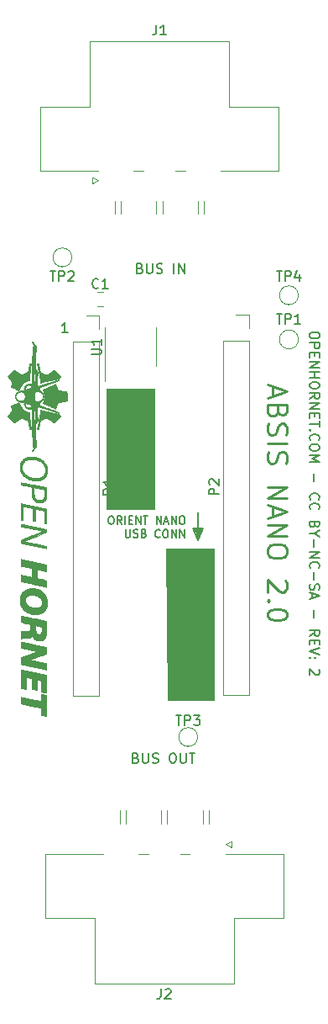
<source format=gbr>
G04 #@! TF.GenerationSoftware,KiCad,Pcbnew,(5.1.4)-1*
G04 #@! TF.CreationDate,2020-11-07T18:35:02-07:00*
G04 #@! TF.ProjectId,ABSIS_Nano,41425349-535f-44e6-916e-6f2e6b696361,1*
G04 #@! TF.SameCoordinates,Original*
G04 #@! TF.FileFunction,Legend,Top*
G04 #@! TF.FilePolarity,Positive*
%FSLAX46Y46*%
G04 Gerber Fmt 4.6, Leading zero omitted, Abs format (unit mm)*
G04 Created by KiCad (PCBNEW (5.1.4)-1) date 2020-11-07 18:35:02*
%MOMM*%
%LPD*%
G04 APERTURE LIST*
%ADD10C,0.100000*%
%ADD11C,0.150000*%
%ADD12C,0.250000*%
%ADD13C,0.010000*%
%ADD14C,0.120000*%
G04 APERTURE END LIST*
D10*
G36*
X146456400Y-89458800D02*
G01*
X141630400Y-89458800D01*
X141630400Y-77368400D01*
X146456400Y-77368400D01*
X146456400Y-89458800D01*
G37*
X146456400Y-89458800D02*
X141630400Y-89458800D01*
X141630400Y-77368400D01*
X146456400Y-77368400D01*
X146456400Y-89458800D01*
G36*
X152450800Y-93472000D02*
G01*
X152450800Y-108661200D01*
X147828000Y-108661200D01*
X147624800Y-93421200D01*
X152450800Y-93472000D01*
G37*
X152450800Y-93472000D02*
X152450800Y-108661200D01*
X147828000Y-108661200D01*
X147624800Y-93421200D01*
X152450800Y-93472000D01*
D11*
X144581904Y-114482571D02*
X144724761Y-114530190D01*
X144772380Y-114577809D01*
X144820000Y-114673047D01*
X144820000Y-114815904D01*
X144772380Y-114911142D01*
X144724761Y-114958761D01*
X144629523Y-115006380D01*
X144248571Y-115006380D01*
X144248571Y-114006380D01*
X144581904Y-114006380D01*
X144677142Y-114054000D01*
X144724761Y-114101619D01*
X144772380Y-114196857D01*
X144772380Y-114292095D01*
X144724761Y-114387333D01*
X144677142Y-114434952D01*
X144581904Y-114482571D01*
X144248571Y-114482571D01*
X145248571Y-114006380D02*
X145248571Y-114815904D01*
X145296190Y-114911142D01*
X145343809Y-114958761D01*
X145439047Y-115006380D01*
X145629523Y-115006380D01*
X145724761Y-114958761D01*
X145772380Y-114911142D01*
X145820000Y-114815904D01*
X145820000Y-114006380D01*
X146248571Y-114958761D02*
X146391428Y-115006380D01*
X146629523Y-115006380D01*
X146724761Y-114958761D01*
X146772380Y-114911142D01*
X146820000Y-114815904D01*
X146820000Y-114720666D01*
X146772380Y-114625428D01*
X146724761Y-114577809D01*
X146629523Y-114530190D01*
X146439047Y-114482571D01*
X146343809Y-114434952D01*
X146296190Y-114387333D01*
X146248571Y-114292095D01*
X146248571Y-114196857D01*
X146296190Y-114101619D01*
X146343809Y-114054000D01*
X146439047Y-114006380D01*
X146677142Y-114006380D01*
X146820000Y-114054000D01*
X148200952Y-114006380D02*
X148391428Y-114006380D01*
X148486666Y-114054000D01*
X148581904Y-114149238D01*
X148629523Y-114339714D01*
X148629523Y-114673047D01*
X148581904Y-114863523D01*
X148486666Y-114958761D01*
X148391428Y-115006380D01*
X148200952Y-115006380D01*
X148105714Y-114958761D01*
X148010476Y-114863523D01*
X147962857Y-114673047D01*
X147962857Y-114339714D01*
X148010476Y-114149238D01*
X148105714Y-114054000D01*
X148200952Y-114006380D01*
X149058095Y-114006380D02*
X149058095Y-114815904D01*
X149105714Y-114911142D01*
X149153333Y-114958761D01*
X149248571Y-115006380D01*
X149439047Y-115006380D01*
X149534285Y-114958761D01*
X149581904Y-114911142D01*
X149629523Y-114815904D01*
X149629523Y-114006380D01*
X149962857Y-114006380D02*
X150534285Y-114006380D01*
X150248571Y-115006380D02*
X150248571Y-114006380D01*
X144994571Y-65206571D02*
X145137428Y-65254190D01*
X145185047Y-65301809D01*
X145232666Y-65397047D01*
X145232666Y-65539904D01*
X145185047Y-65635142D01*
X145137428Y-65682761D01*
X145042190Y-65730380D01*
X144661238Y-65730380D01*
X144661238Y-64730380D01*
X144994571Y-64730380D01*
X145089809Y-64778000D01*
X145137428Y-64825619D01*
X145185047Y-64920857D01*
X145185047Y-65016095D01*
X145137428Y-65111333D01*
X145089809Y-65158952D01*
X144994571Y-65206571D01*
X144661238Y-65206571D01*
X145661238Y-64730380D02*
X145661238Y-65539904D01*
X145708857Y-65635142D01*
X145756476Y-65682761D01*
X145851714Y-65730380D01*
X146042190Y-65730380D01*
X146137428Y-65682761D01*
X146185047Y-65635142D01*
X146232666Y-65539904D01*
X146232666Y-64730380D01*
X146661238Y-65682761D02*
X146804095Y-65730380D01*
X147042190Y-65730380D01*
X147137428Y-65682761D01*
X147185047Y-65635142D01*
X147232666Y-65539904D01*
X147232666Y-65444666D01*
X147185047Y-65349428D01*
X147137428Y-65301809D01*
X147042190Y-65254190D01*
X146851714Y-65206571D01*
X146756476Y-65158952D01*
X146708857Y-65111333D01*
X146661238Y-65016095D01*
X146661238Y-64920857D01*
X146708857Y-64825619D01*
X146756476Y-64778000D01*
X146851714Y-64730380D01*
X147089809Y-64730380D01*
X147232666Y-64778000D01*
X148423142Y-65730380D02*
X148423142Y-64730380D01*
X148899333Y-65730380D02*
X148899333Y-64730380D01*
X149470761Y-65730380D01*
X149470761Y-64730380D01*
D10*
G36*
X150876000Y-92354400D02*
G01*
X150876000Y-92303600D01*
X150469600Y-91490800D01*
X151231600Y-91490800D01*
X150876000Y-92354400D01*
G37*
X150876000Y-92354400D02*
X150876000Y-92303600D01*
X150469600Y-91490800D01*
X151231600Y-91490800D01*
X150876000Y-92354400D01*
D11*
X150368000Y-91440000D02*
X150876000Y-92557600D01*
X151333200Y-91440000D02*
X150368000Y-91440000D01*
X150876000Y-92557600D02*
X151333200Y-91440000D01*
X150876000Y-89814400D02*
X150876000Y-92557600D01*
X142003757Y-90174504D02*
X142156138Y-90174504D01*
X142232328Y-90212600D01*
X142308519Y-90288790D01*
X142346614Y-90441171D01*
X142346614Y-90707838D01*
X142308519Y-90860219D01*
X142232328Y-90936409D01*
X142156138Y-90974504D01*
X142003757Y-90974504D01*
X141927566Y-90936409D01*
X141851376Y-90860219D01*
X141813280Y-90707838D01*
X141813280Y-90441171D01*
X141851376Y-90288790D01*
X141927566Y-90212600D01*
X142003757Y-90174504D01*
X143146614Y-90974504D02*
X142879947Y-90593552D01*
X142689471Y-90974504D02*
X142689471Y-90174504D01*
X142994233Y-90174504D01*
X143070423Y-90212600D01*
X143108519Y-90250695D01*
X143146614Y-90326885D01*
X143146614Y-90441171D01*
X143108519Y-90517361D01*
X143070423Y-90555457D01*
X142994233Y-90593552D01*
X142689471Y-90593552D01*
X143489471Y-90974504D02*
X143489471Y-90174504D01*
X143870423Y-90555457D02*
X144137090Y-90555457D01*
X144251376Y-90974504D02*
X143870423Y-90974504D01*
X143870423Y-90174504D01*
X144251376Y-90174504D01*
X144594233Y-90974504D02*
X144594233Y-90174504D01*
X145051376Y-90974504D01*
X145051376Y-90174504D01*
X145318042Y-90174504D02*
X145775185Y-90174504D01*
X145546614Y-90974504D02*
X145546614Y-90174504D01*
X146651376Y-90974504D02*
X146651376Y-90174504D01*
X147108519Y-90974504D01*
X147108519Y-90174504D01*
X147451376Y-90745933D02*
X147832328Y-90745933D01*
X147375185Y-90974504D02*
X147641852Y-90174504D01*
X147908519Y-90974504D01*
X148175185Y-90974504D02*
X148175185Y-90174504D01*
X148632328Y-90974504D01*
X148632328Y-90174504D01*
X149165661Y-90174504D02*
X149318042Y-90174504D01*
X149394233Y-90212600D01*
X149470423Y-90288790D01*
X149508519Y-90441171D01*
X149508519Y-90707838D01*
X149470423Y-90860219D01*
X149394233Y-90936409D01*
X149318042Y-90974504D01*
X149165661Y-90974504D01*
X149089471Y-90936409D01*
X149013280Y-90860219D01*
X148975185Y-90707838D01*
X148975185Y-90441171D01*
X149013280Y-90288790D01*
X149089471Y-90212600D01*
X149165661Y-90174504D01*
X143527566Y-91524504D02*
X143527566Y-92172123D01*
X143565661Y-92248314D01*
X143603757Y-92286409D01*
X143679947Y-92324504D01*
X143832328Y-92324504D01*
X143908519Y-92286409D01*
X143946614Y-92248314D01*
X143984709Y-92172123D01*
X143984709Y-91524504D01*
X144327566Y-92286409D02*
X144441852Y-92324504D01*
X144632328Y-92324504D01*
X144708519Y-92286409D01*
X144746614Y-92248314D01*
X144784709Y-92172123D01*
X144784709Y-92095933D01*
X144746614Y-92019742D01*
X144708519Y-91981647D01*
X144632328Y-91943552D01*
X144479947Y-91905457D01*
X144403757Y-91867361D01*
X144365661Y-91829266D01*
X144327566Y-91753076D01*
X144327566Y-91676885D01*
X144365661Y-91600695D01*
X144403757Y-91562600D01*
X144479947Y-91524504D01*
X144670423Y-91524504D01*
X144784709Y-91562600D01*
X145394233Y-91905457D02*
X145508519Y-91943552D01*
X145546614Y-91981647D01*
X145584709Y-92057838D01*
X145584709Y-92172123D01*
X145546614Y-92248314D01*
X145508519Y-92286409D01*
X145432328Y-92324504D01*
X145127566Y-92324504D01*
X145127566Y-91524504D01*
X145394233Y-91524504D01*
X145470423Y-91562600D01*
X145508519Y-91600695D01*
X145546614Y-91676885D01*
X145546614Y-91753076D01*
X145508519Y-91829266D01*
X145470423Y-91867361D01*
X145394233Y-91905457D01*
X145127566Y-91905457D01*
X146994233Y-92248314D02*
X146956138Y-92286409D01*
X146841852Y-92324504D01*
X146765661Y-92324504D01*
X146651376Y-92286409D01*
X146575185Y-92210219D01*
X146537090Y-92134028D01*
X146498995Y-91981647D01*
X146498995Y-91867361D01*
X146537090Y-91714980D01*
X146575185Y-91638790D01*
X146651376Y-91562600D01*
X146765661Y-91524504D01*
X146841852Y-91524504D01*
X146956138Y-91562600D01*
X146994233Y-91600695D01*
X147489471Y-91524504D02*
X147641852Y-91524504D01*
X147718042Y-91562600D01*
X147794233Y-91638790D01*
X147832328Y-91791171D01*
X147832328Y-92057838D01*
X147794233Y-92210219D01*
X147718042Y-92286409D01*
X147641852Y-92324504D01*
X147489471Y-92324504D01*
X147413280Y-92286409D01*
X147337090Y-92210219D01*
X147298995Y-92057838D01*
X147298995Y-91791171D01*
X147337090Y-91638790D01*
X147413280Y-91562600D01*
X147489471Y-91524504D01*
X148175185Y-92324504D02*
X148175185Y-91524504D01*
X148632328Y-92324504D01*
X148632328Y-91524504D01*
X149013280Y-92324504D02*
X149013280Y-91524504D01*
X149470423Y-92324504D01*
X149470423Y-91524504D01*
X163107619Y-71876190D02*
X163107619Y-72066666D01*
X163060000Y-72161904D01*
X162964761Y-72257142D01*
X162774285Y-72304761D01*
X162440952Y-72304761D01*
X162250476Y-72257142D01*
X162155238Y-72161904D01*
X162107619Y-72066666D01*
X162107619Y-71876190D01*
X162155238Y-71780952D01*
X162250476Y-71685714D01*
X162440952Y-71638095D01*
X162774285Y-71638095D01*
X162964761Y-71685714D01*
X163060000Y-71780952D01*
X163107619Y-71876190D01*
X162107619Y-72733333D02*
X163107619Y-72733333D01*
X163107619Y-73114285D01*
X163060000Y-73209523D01*
X163012380Y-73257142D01*
X162917142Y-73304761D01*
X162774285Y-73304761D01*
X162679047Y-73257142D01*
X162631428Y-73209523D01*
X162583809Y-73114285D01*
X162583809Y-72733333D01*
X162631428Y-73733333D02*
X162631428Y-74066666D01*
X162107619Y-74209523D02*
X162107619Y-73733333D01*
X163107619Y-73733333D01*
X163107619Y-74209523D01*
X162107619Y-74638095D02*
X163107619Y-74638095D01*
X162107619Y-75209523D01*
X163107619Y-75209523D01*
X162107619Y-75685714D02*
X163107619Y-75685714D01*
X162631428Y-75685714D02*
X162631428Y-76257142D01*
X162107619Y-76257142D02*
X163107619Y-76257142D01*
X163107619Y-76923809D02*
X163107619Y-77114285D01*
X163060000Y-77209523D01*
X162964761Y-77304761D01*
X162774285Y-77352380D01*
X162440952Y-77352380D01*
X162250476Y-77304761D01*
X162155238Y-77209523D01*
X162107619Y-77114285D01*
X162107619Y-76923809D01*
X162155238Y-76828571D01*
X162250476Y-76733333D01*
X162440952Y-76685714D01*
X162774285Y-76685714D01*
X162964761Y-76733333D01*
X163060000Y-76828571D01*
X163107619Y-76923809D01*
X162107619Y-78352380D02*
X162583809Y-78019047D01*
X162107619Y-77780952D02*
X163107619Y-77780952D01*
X163107619Y-78161904D01*
X163060000Y-78257142D01*
X163012380Y-78304761D01*
X162917142Y-78352380D01*
X162774285Y-78352380D01*
X162679047Y-78304761D01*
X162631428Y-78257142D01*
X162583809Y-78161904D01*
X162583809Y-77780952D01*
X162107619Y-78780952D02*
X163107619Y-78780952D01*
X162107619Y-79352380D01*
X163107619Y-79352380D01*
X162631428Y-79828571D02*
X162631428Y-80161904D01*
X162107619Y-80304761D02*
X162107619Y-79828571D01*
X163107619Y-79828571D01*
X163107619Y-80304761D01*
X163107619Y-80590476D02*
X163107619Y-81161904D01*
X162107619Y-80876190D02*
X163107619Y-80876190D01*
X162202857Y-81495238D02*
X162155238Y-81542857D01*
X162107619Y-81495238D01*
X162155238Y-81447619D01*
X162202857Y-81495238D01*
X162107619Y-81495238D01*
X162202857Y-82542857D02*
X162155238Y-82495238D01*
X162107619Y-82352380D01*
X162107619Y-82257142D01*
X162155238Y-82114285D01*
X162250476Y-82019047D01*
X162345714Y-81971428D01*
X162536190Y-81923809D01*
X162679047Y-81923809D01*
X162869523Y-81971428D01*
X162964761Y-82019047D01*
X163060000Y-82114285D01*
X163107619Y-82257142D01*
X163107619Y-82352380D01*
X163060000Y-82495238D01*
X163012380Y-82542857D01*
X163107619Y-83161904D02*
X163107619Y-83352380D01*
X163060000Y-83447619D01*
X162964761Y-83542857D01*
X162774285Y-83590476D01*
X162440952Y-83590476D01*
X162250476Y-83542857D01*
X162155238Y-83447619D01*
X162107619Y-83352380D01*
X162107619Y-83161904D01*
X162155238Y-83066666D01*
X162250476Y-82971428D01*
X162440952Y-82923809D01*
X162774285Y-82923809D01*
X162964761Y-82971428D01*
X163060000Y-83066666D01*
X163107619Y-83161904D01*
X162107619Y-84019047D02*
X163107619Y-84019047D01*
X162393333Y-84352380D01*
X163107619Y-84685714D01*
X162107619Y-84685714D01*
X162488571Y-85923809D02*
X162488571Y-86685714D01*
X162202857Y-88495238D02*
X162155238Y-88447619D01*
X162107619Y-88304761D01*
X162107619Y-88209523D01*
X162155238Y-88066666D01*
X162250476Y-87971428D01*
X162345714Y-87923809D01*
X162536190Y-87876190D01*
X162679047Y-87876190D01*
X162869523Y-87923809D01*
X162964761Y-87971428D01*
X163060000Y-88066666D01*
X163107619Y-88209523D01*
X163107619Y-88304761D01*
X163060000Y-88447619D01*
X163012380Y-88495238D01*
X162202857Y-89495238D02*
X162155238Y-89447619D01*
X162107619Y-89304761D01*
X162107619Y-89209523D01*
X162155238Y-89066666D01*
X162250476Y-88971428D01*
X162345714Y-88923809D01*
X162536190Y-88876190D01*
X162679047Y-88876190D01*
X162869523Y-88923809D01*
X162964761Y-88971428D01*
X163060000Y-89066666D01*
X163107619Y-89209523D01*
X163107619Y-89304761D01*
X163060000Y-89447619D01*
X163012380Y-89495238D01*
X162631428Y-91019047D02*
X162583809Y-91161904D01*
X162536190Y-91209523D01*
X162440952Y-91257142D01*
X162298095Y-91257142D01*
X162202857Y-91209523D01*
X162155238Y-91161904D01*
X162107619Y-91066666D01*
X162107619Y-90685714D01*
X163107619Y-90685714D01*
X163107619Y-91019047D01*
X163060000Y-91114285D01*
X163012380Y-91161904D01*
X162917142Y-91209523D01*
X162821904Y-91209523D01*
X162726666Y-91161904D01*
X162679047Y-91114285D01*
X162631428Y-91019047D01*
X162631428Y-90685714D01*
X162583809Y-91876190D02*
X162107619Y-91876190D01*
X163107619Y-91542857D02*
X162583809Y-91876190D01*
X163107619Y-92209523D01*
X162488571Y-92542857D02*
X162488571Y-93304761D01*
X162107619Y-93780952D02*
X163107619Y-93780952D01*
X162107619Y-94352380D01*
X163107619Y-94352380D01*
X162202857Y-95400000D02*
X162155238Y-95352380D01*
X162107619Y-95209523D01*
X162107619Y-95114285D01*
X162155238Y-94971428D01*
X162250476Y-94876190D01*
X162345714Y-94828571D01*
X162536190Y-94780952D01*
X162679047Y-94780952D01*
X162869523Y-94828571D01*
X162964761Y-94876190D01*
X163060000Y-94971428D01*
X163107619Y-95114285D01*
X163107619Y-95209523D01*
X163060000Y-95352380D01*
X163012380Y-95400000D01*
X162488571Y-95828571D02*
X162488571Y-96590476D01*
X162155238Y-97019047D02*
X162107619Y-97161904D01*
X162107619Y-97400000D01*
X162155238Y-97495238D01*
X162202857Y-97542857D01*
X162298095Y-97590476D01*
X162393333Y-97590476D01*
X162488571Y-97542857D01*
X162536190Y-97495238D01*
X162583809Y-97400000D01*
X162631428Y-97209523D01*
X162679047Y-97114285D01*
X162726666Y-97066666D01*
X162821904Y-97019047D01*
X162917142Y-97019047D01*
X163012380Y-97066666D01*
X163060000Y-97114285D01*
X163107619Y-97209523D01*
X163107619Y-97447619D01*
X163060000Y-97590476D01*
X162393333Y-97971428D02*
X162393333Y-98447619D01*
X162107619Y-97876190D02*
X163107619Y-98209523D01*
X162107619Y-98542857D01*
X162488571Y-99638095D02*
X162488571Y-100400000D01*
X162107619Y-102209523D02*
X162583809Y-101876190D01*
X162107619Y-101638095D02*
X163107619Y-101638095D01*
X163107619Y-102019047D01*
X163060000Y-102114285D01*
X163012380Y-102161904D01*
X162917142Y-102209523D01*
X162774285Y-102209523D01*
X162679047Y-102161904D01*
X162631428Y-102114285D01*
X162583809Y-102019047D01*
X162583809Y-101638095D01*
X162631428Y-102638095D02*
X162631428Y-102971428D01*
X162107619Y-103114285D02*
X162107619Y-102638095D01*
X163107619Y-102638095D01*
X163107619Y-103114285D01*
X163107619Y-103400000D02*
X162107619Y-103733333D01*
X163107619Y-104066666D01*
X162202857Y-104400000D02*
X162155238Y-104447619D01*
X162107619Y-104400000D01*
X162155238Y-104352380D01*
X162202857Y-104400000D01*
X162107619Y-104400000D01*
X162726666Y-104400000D02*
X162679047Y-104447619D01*
X162631428Y-104400000D01*
X162679047Y-104352380D01*
X162726666Y-104400000D01*
X162631428Y-104400000D01*
X163012380Y-105590476D02*
X163060000Y-105638095D01*
X163107619Y-105733333D01*
X163107619Y-105971428D01*
X163060000Y-106066666D01*
X163012380Y-106114285D01*
X162917142Y-106161904D01*
X162821904Y-106161904D01*
X162679047Y-106114285D01*
X162107619Y-105542857D01*
X162107619Y-106161904D01*
D12*
X158416666Y-77138095D02*
X158416666Y-78090476D01*
X157845238Y-76947619D02*
X159845238Y-77614285D01*
X157845238Y-78280952D01*
X158892857Y-79614285D02*
X158797619Y-79900000D01*
X158702380Y-79995238D01*
X158511904Y-80090476D01*
X158226190Y-80090476D01*
X158035714Y-79995238D01*
X157940476Y-79900000D01*
X157845238Y-79709523D01*
X157845238Y-78947619D01*
X159845238Y-78947619D01*
X159845238Y-79614285D01*
X159750000Y-79804761D01*
X159654761Y-79900000D01*
X159464285Y-79995238D01*
X159273809Y-79995238D01*
X159083333Y-79900000D01*
X158988095Y-79804761D01*
X158892857Y-79614285D01*
X158892857Y-78947619D01*
X157940476Y-80852380D02*
X157845238Y-81138095D01*
X157845238Y-81614285D01*
X157940476Y-81804761D01*
X158035714Y-81900000D01*
X158226190Y-81995238D01*
X158416666Y-81995238D01*
X158607142Y-81900000D01*
X158702380Y-81804761D01*
X158797619Y-81614285D01*
X158892857Y-81233333D01*
X158988095Y-81042857D01*
X159083333Y-80947619D01*
X159273809Y-80852380D01*
X159464285Y-80852380D01*
X159654761Y-80947619D01*
X159750000Y-81042857D01*
X159845238Y-81233333D01*
X159845238Y-81709523D01*
X159750000Y-81995238D01*
X157845238Y-82852380D02*
X159845238Y-82852380D01*
X157940476Y-83709523D02*
X157845238Y-83995238D01*
X157845238Y-84471428D01*
X157940476Y-84661904D01*
X158035714Y-84757142D01*
X158226190Y-84852380D01*
X158416666Y-84852380D01*
X158607142Y-84757142D01*
X158702380Y-84661904D01*
X158797619Y-84471428D01*
X158892857Y-84090476D01*
X158988095Y-83900000D01*
X159083333Y-83804761D01*
X159273809Y-83709523D01*
X159464285Y-83709523D01*
X159654761Y-83804761D01*
X159750000Y-83900000D01*
X159845238Y-84090476D01*
X159845238Y-84566666D01*
X159750000Y-84852380D01*
X157845238Y-87233333D02*
X159845238Y-87233333D01*
X157845238Y-88376190D01*
X159845238Y-88376190D01*
X158416666Y-89233333D02*
X158416666Y-90185714D01*
X157845238Y-89042857D02*
X159845238Y-89709523D01*
X157845238Y-90376190D01*
X157845238Y-91042857D02*
X159845238Y-91042857D01*
X157845238Y-92185714D01*
X159845238Y-92185714D01*
X159845238Y-93519047D02*
X159845238Y-93900000D01*
X159750000Y-94090476D01*
X159559523Y-94280952D01*
X159178571Y-94376190D01*
X158511904Y-94376190D01*
X158130952Y-94280952D01*
X157940476Y-94090476D01*
X157845238Y-93900000D01*
X157845238Y-93519047D01*
X157940476Y-93328571D01*
X158130952Y-93138095D01*
X158511904Y-93042857D01*
X159178571Y-93042857D01*
X159559523Y-93138095D01*
X159750000Y-93328571D01*
X159845238Y-93519047D01*
X159654761Y-96661904D02*
X159750000Y-96757142D01*
X159845238Y-96947619D01*
X159845238Y-97423809D01*
X159750000Y-97614285D01*
X159654761Y-97709523D01*
X159464285Y-97804761D01*
X159273809Y-97804761D01*
X158988095Y-97709523D01*
X157845238Y-96566666D01*
X157845238Y-97804761D01*
X158035714Y-98661904D02*
X157940476Y-98757142D01*
X157845238Y-98661904D01*
X157940476Y-98566666D01*
X158035714Y-98661904D01*
X157845238Y-98661904D01*
X159845238Y-99995238D02*
X159845238Y-100185714D01*
X159750000Y-100376190D01*
X159654761Y-100471428D01*
X159464285Y-100566666D01*
X159083333Y-100661904D01*
X158607142Y-100661904D01*
X158226190Y-100566666D01*
X158035714Y-100471428D01*
X157940476Y-100376190D01*
X157845238Y-100185714D01*
X157845238Y-99995238D01*
X157940476Y-99804761D01*
X158035714Y-99709523D01*
X158226190Y-99614285D01*
X158607142Y-99519047D01*
X159083333Y-99519047D01*
X159464285Y-99614285D01*
X159654761Y-99709523D01*
X159750000Y-99804761D01*
X159845238Y-99995238D01*
D11*
X137699714Y-71699380D02*
X137128285Y-71699380D01*
X137414000Y-71699380D02*
X137414000Y-70699380D01*
X137318761Y-70842238D01*
X137223523Y-70937476D01*
X137128285Y-70985095D01*
D13*
G36*
X137591800Y-78086631D02*
G01*
X137591800Y-78107312D01*
X137591792Y-78177145D01*
X137591761Y-78239007D01*
X137591700Y-78293394D01*
X137591601Y-78340801D01*
X137591455Y-78381724D01*
X137591255Y-78416658D01*
X137590993Y-78446100D01*
X137590660Y-78470545D01*
X137590250Y-78490489D01*
X137589753Y-78506427D01*
X137589162Y-78518855D01*
X137588469Y-78528268D01*
X137587666Y-78535163D01*
X137586745Y-78540035D01*
X137585698Y-78543380D01*
X137584751Y-78545311D01*
X137576623Y-78555290D01*
X137567753Y-78561778D01*
X137562277Y-78563170D01*
X137549048Y-78565990D01*
X137528635Y-78570129D01*
X137501611Y-78575476D01*
X137468546Y-78581921D01*
X137430013Y-78589354D01*
X137386583Y-78597666D01*
X137338826Y-78606747D01*
X137287315Y-78616486D01*
X137232621Y-78626774D01*
X137175316Y-78637501D01*
X137136262Y-78644782D01*
X137077508Y-78655756D01*
X137020965Y-78666387D01*
X136967208Y-78676566D01*
X136916810Y-78686178D01*
X136870344Y-78695113D01*
X136828386Y-78703259D01*
X136791509Y-78710504D01*
X136760286Y-78716736D01*
X136735292Y-78721844D01*
X136717099Y-78725715D01*
X136706283Y-78728238D01*
X136703469Y-78729107D01*
X136692026Y-78736808D01*
X136683133Y-78744890D01*
X136680475Y-78749901D01*
X136674934Y-78762004D01*
X136666821Y-78780450D01*
X136656447Y-78804487D01*
X136644123Y-78833367D01*
X136630160Y-78866341D01*
X136614868Y-78902658D01*
X136598559Y-78941570D01*
X136581544Y-78982326D01*
X136564133Y-79024177D01*
X136546638Y-79066373D01*
X136529370Y-79108165D01*
X136512638Y-79148804D01*
X136496756Y-79187539D01*
X136482032Y-79223621D01*
X136468779Y-79256301D01*
X136457307Y-79284828D01*
X136447927Y-79308454D01*
X136440950Y-79326429D01*
X136436687Y-79338003D01*
X136435490Y-79341866D01*
X136434052Y-79342271D01*
X136429954Y-79341392D01*
X136422885Y-79339095D01*
X136412531Y-79335243D01*
X136398582Y-79329700D01*
X136380724Y-79322332D01*
X136358645Y-79313001D01*
X136332032Y-79301572D01*
X136300575Y-79287911D01*
X136263959Y-79271879D01*
X136221873Y-79253343D01*
X136174005Y-79232166D01*
X136120042Y-79208213D01*
X136059672Y-79181347D01*
X135992582Y-79151433D01*
X135918461Y-79118336D01*
X135836995Y-79081919D01*
X135820151Y-79074384D01*
X135751797Y-79043804D01*
X135685505Y-79014133D01*
X135621689Y-78985559D01*
X135560766Y-78958267D01*
X135503153Y-78932446D01*
X135449264Y-78908281D01*
X135399516Y-78885960D01*
X135354325Y-78865669D01*
X135314108Y-78847595D01*
X135279279Y-78831925D01*
X135250255Y-78818845D01*
X135227453Y-78808543D01*
X135211287Y-78801204D01*
X135202175Y-78797017D01*
X135200245Y-78796082D01*
X135198209Y-78793452D01*
X135197794Y-78788176D01*
X135199225Y-78779057D01*
X135202728Y-78764899D01*
X135208528Y-78744505D01*
X135212464Y-78731247D01*
X135229903Y-78670404D01*
X135247192Y-78605208D01*
X135263837Y-78537782D01*
X135279347Y-78470249D01*
X135293230Y-78404734D01*
X135304996Y-78343359D01*
X135312384Y-78299734D01*
X135315489Y-78274325D01*
X135318029Y-78242159D01*
X135319982Y-78204927D01*
X135321329Y-78164320D01*
X135322049Y-78122029D01*
X135322121Y-78079747D01*
X135321524Y-78039163D01*
X135320238Y-78001971D01*
X135318242Y-77969860D01*
X135316621Y-77953091D01*
X135310037Y-77904582D01*
X135300871Y-77849781D01*
X135289482Y-77790335D01*
X135276232Y-77727891D01*
X135261482Y-77664095D01*
X135245593Y-77600595D01*
X135228926Y-77539036D01*
X135216481Y-77496291D01*
X135209653Y-77473405D01*
X135203785Y-77453371D01*
X135199277Y-77437582D01*
X135196525Y-77427428D01*
X135195856Y-77424324D01*
X135199682Y-77422326D01*
X135210859Y-77417130D01*
X135228974Y-77408919D01*
X135253614Y-77397875D01*
X135284367Y-77384180D01*
X135320819Y-77368016D01*
X135362559Y-77349564D01*
X135409174Y-77329008D01*
X135460251Y-77306528D01*
X135515378Y-77282308D01*
X135574142Y-77256528D01*
X135636130Y-77229371D01*
X135700929Y-77201020D01*
X135768128Y-77171655D01*
X135812008Y-77152500D01*
X135880593Y-77122578D01*
X135947099Y-77093577D01*
X136011108Y-77065677D01*
X136072204Y-77039060D01*
X136129970Y-77013907D01*
X136183990Y-76990399D01*
X136233845Y-76968717D01*
X136279121Y-76949042D01*
X136319400Y-76931556D01*
X136354265Y-76916439D01*
X136383299Y-76903873D01*
X136406087Y-76894038D01*
X136422211Y-76887116D01*
X136431254Y-76883288D01*
X136433127Y-76882547D01*
X136435678Y-76886193D01*
X136441202Y-76897338D01*
X136449541Y-76915614D01*
X136460537Y-76940654D01*
X136474033Y-76972088D01*
X136489871Y-77009551D01*
X136507893Y-77052672D01*
X136527943Y-77101086D01*
X136549861Y-77154424D01*
X136554613Y-77166035D01*
X136573828Y-77212911D01*
X136592288Y-77257730D01*
X136609719Y-77299838D01*
X136625845Y-77338580D01*
X136640391Y-77373303D01*
X136653083Y-77403353D01*
X136663645Y-77428076D01*
X136671804Y-77446817D01*
X136677284Y-77458924D01*
X136679627Y-77463505D01*
X136689534Y-77474343D01*
X136701972Y-77483336D01*
X136702932Y-77483842D01*
X136709457Y-77485815D01*
X136723920Y-77489205D01*
X136745924Y-77493935D01*
X136775073Y-77499928D01*
X136810971Y-77507106D01*
X136853221Y-77515391D01*
X136901427Y-77524705D01*
X136955194Y-77534970D01*
X137014124Y-77546110D01*
X137077822Y-77558046D01*
X137140377Y-77569678D01*
X137199136Y-77580594D01*
X137255627Y-77591140D01*
X137309282Y-77601209D01*
X137359534Y-77610691D01*
X137405817Y-77619478D01*
X137447564Y-77627461D01*
X137484206Y-77634531D01*
X137515177Y-77640579D01*
X137539910Y-77645498D01*
X137557838Y-77649177D01*
X137568394Y-77651508D01*
X137571075Y-77652270D01*
X137574387Y-77653999D01*
X137577326Y-77655761D01*
X137579915Y-77658043D01*
X137582175Y-77661334D01*
X137584129Y-77666121D01*
X137585800Y-77672893D01*
X137587209Y-77682137D01*
X137588379Y-77694343D01*
X137589331Y-77709997D01*
X137590089Y-77729589D01*
X137590673Y-77753606D01*
X137591108Y-77782536D01*
X137591414Y-77816867D01*
X137591615Y-77857089D01*
X137591731Y-77903687D01*
X137591786Y-77957152D01*
X137591801Y-78017970D01*
X137591800Y-78086631D01*
X137591800Y-78086631D01*
G37*
X137591800Y-78086631D02*
X137591800Y-78107312D01*
X137591792Y-78177145D01*
X137591761Y-78239007D01*
X137591700Y-78293394D01*
X137591601Y-78340801D01*
X137591455Y-78381724D01*
X137591255Y-78416658D01*
X137590993Y-78446100D01*
X137590660Y-78470545D01*
X137590250Y-78490489D01*
X137589753Y-78506427D01*
X137589162Y-78518855D01*
X137588469Y-78528268D01*
X137587666Y-78535163D01*
X137586745Y-78540035D01*
X137585698Y-78543380D01*
X137584751Y-78545311D01*
X137576623Y-78555290D01*
X137567753Y-78561778D01*
X137562277Y-78563170D01*
X137549048Y-78565990D01*
X137528635Y-78570129D01*
X137501611Y-78575476D01*
X137468546Y-78581921D01*
X137430013Y-78589354D01*
X137386583Y-78597666D01*
X137338826Y-78606747D01*
X137287315Y-78616486D01*
X137232621Y-78626774D01*
X137175316Y-78637501D01*
X137136262Y-78644782D01*
X137077508Y-78655756D01*
X137020965Y-78666387D01*
X136967208Y-78676566D01*
X136916810Y-78686178D01*
X136870344Y-78695113D01*
X136828386Y-78703259D01*
X136791509Y-78710504D01*
X136760286Y-78716736D01*
X136735292Y-78721844D01*
X136717099Y-78725715D01*
X136706283Y-78728238D01*
X136703469Y-78729107D01*
X136692026Y-78736808D01*
X136683133Y-78744890D01*
X136680475Y-78749901D01*
X136674934Y-78762004D01*
X136666821Y-78780450D01*
X136656447Y-78804487D01*
X136644123Y-78833367D01*
X136630160Y-78866341D01*
X136614868Y-78902658D01*
X136598559Y-78941570D01*
X136581544Y-78982326D01*
X136564133Y-79024177D01*
X136546638Y-79066373D01*
X136529370Y-79108165D01*
X136512638Y-79148804D01*
X136496756Y-79187539D01*
X136482032Y-79223621D01*
X136468779Y-79256301D01*
X136457307Y-79284828D01*
X136447927Y-79308454D01*
X136440950Y-79326429D01*
X136436687Y-79338003D01*
X136435490Y-79341866D01*
X136434052Y-79342271D01*
X136429954Y-79341392D01*
X136422885Y-79339095D01*
X136412531Y-79335243D01*
X136398582Y-79329700D01*
X136380724Y-79322332D01*
X136358645Y-79313001D01*
X136332032Y-79301572D01*
X136300575Y-79287911D01*
X136263959Y-79271879D01*
X136221873Y-79253343D01*
X136174005Y-79232166D01*
X136120042Y-79208213D01*
X136059672Y-79181347D01*
X135992582Y-79151433D01*
X135918461Y-79118336D01*
X135836995Y-79081919D01*
X135820151Y-79074384D01*
X135751797Y-79043804D01*
X135685505Y-79014133D01*
X135621689Y-78985559D01*
X135560766Y-78958267D01*
X135503153Y-78932446D01*
X135449264Y-78908281D01*
X135399516Y-78885960D01*
X135354325Y-78865669D01*
X135314108Y-78847595D01*
X135279279Y-78831925D01*
X135250255Y-78818845D01*
X135227453Y-78808543D01*
X135211287Y-78801204D01*
X135202175Y-78797017D01*
X135200245Y-78796082D01*
X135198209Y-78793452D01*
X135197794Y-78788176D01*
X135199225Y-78779057D01*
X135202728Y-78764899D01*
X135208528Y-78744505D01*
X135212464Y-78731247D01*
X135229903Y-78670404D01*
X135247192Y-78605208D01*
X135263837Y-78537782D01*
X135279347Y-78470249D01*
X135293230Y-78404734D01*
X135304996Y-78343359D01*
X135312384Y-78299734D01*
X135315489Y-78274325D01*
X135318029Y-78242159D01*
X135319982Y-78204927D01*
X135321329Y-78164320D01*
X135322049Y-78122029D01*
X135322121Y-78079747D01*
X135321524Y-78039163D01*
X135320238Y-78001971D01*
X135318242Y-77969860D01*
X135316621Y-77953091D01*
X135310037Y-77904582D01*
X135300871Y-77849781D01*
X135289482Y-77790335D01*
X135276232Y-77727891D01*
X135261482Y-77664095D01*
X135245593Y-77600595D01*
X135228926Y-77539036D01*
X135216481Y-77496291D01*
X135209653Y-77473405D01*
X135203785Y-77453371D01*
X135199277Y-77437582D01*
X135196525Y-77427428D01*
X135195856Y-77424324D01*
X135199682Y-77422326D01*
X135210859Y-77417130D01*
X135228974Y-77408919D01*
X135253614Y-77397875D01*
X135284367Y-77384180D01*
X135320819Y-77368016D01*
X135362559Y-77349564D01*
X135409174Y-77329008D01*
X135460251Y-77306528D01*
X135515378Y-77282308D01*
X135574142Y-77256528D01*
X135636130Y-77229371D01*
X135700929Y-77201020D01*
X135768128Y-77171655D01*
X135812008Y-77152500D01*
X135880593Y-77122578D01*
X135947099Y-77093577D01*
X136011108Y-77065677D01*
X136072204Y-77039060D01*
X136129970Y-77013907D01*
X136183990Y-76990399D01*
X136233845Y-76968717D01*
X136279121Y-76949042D01*
X136319400Y-76931556D01*
X136354265Y-76916439D01*
X136383299Y-76903873D01*
X136406087Y-76894038D01*
X136422211Y-76887116D01*
X136431254Y-76883288D01*
X136433127Y-76882547D01*
X136435678Y-76886193D01*
X136441202Y-76897338D01*
X136449541Y-76915614D01*
X136460537Y-76940654D01*
X136474033Y-76972088D01*
X136489871Y-77009551D01*
X136507893Y-77052672D01*
X136527943Y-77101086D01*
X136549861Y-77154424D01*
X136554613Y-77166035D01*
X136573828Y-77212911D01*
X136592288Y-77257730D01*
X136609719Y-77299838D01*
X136625845Y-77338580D01*
X136640391Y-77373303D01*
X136653083Y-77403353D01*
X136663645Y-77428076D01*
X136671804Y-77446817D01*
X136677284Y-77458924D01*
X136679627Y-77463505D01*
X136689534Y-77474343D01*
X136701972Y-77483336D01*
X136702932Y-77483842D01*
X136709457Y-77485815D01*
X136723920Y-77489205D01*
X136745924Y-77493935D01*
X136775073Y-77499928D01*
X136810971Y-77507106D01*
X136853221Y-77515391D01*
X136901427Y-77524705D01*
X136955194Y-77534970D01*
X137014124Y-77546110D01*
X137077822Y-77558046D01*
X137140377Y-77569678D01*
X137199136Y-77580594D01*
X137255627Y-77591140D01*
X137309282Y-77601209D01*
X137359534Y-77610691D01*
X137405817Y-77619478D01*
X137447564Y-77627461D01*
X137484206Y-77634531D01*
X137515177Y-77640579D01*
X137539910Y-77645498D01*
X137557838Y-77649177D01*
X137568394Y-77651508D01*
X137571075Y-77652270D01*
X137574387Y-77653999D01*
X137577326Y-77655761D01*
X137579915Y-77658043D01*
X137582175Y-77661334D01*
X137584129Y-77666121D01*
X137585800Y-77672893D01*
X137587209Y-77682137D01*
X137588379Y-77694343D01*
X137589331Y-77709997D01*
X137590089Y-77729589D01*
X137590673Y-77753606D01*
X137591108Y-77782536D01*
X137591414Y-77816867D01*
X137591615Y-77857089D01*
X137591731Y-77903687D01*
X137591786Y-77957152D01*
X137591801Y-78017970D01*
X137591800Y-78086631D01*
G36*
X136929364Y-80127987D02*
G01*
X136926053Y-80132464D01*
X136917217Y-80142402D01*
X136903346Y-80157305D01*
X136884933Y-80176679D01*
X136862470Y-80200029D01*
X136836449Y-80226860D01*
X136807361Y-80256677D01*
X136775698Y-80288984D01*
X136741953Y-80323288D01*
X136706618Y-80359092D01*
X136670184Y-80395903D01*
X136633143Y-80433225D01*
X136595987Y-80470563D01*
X136559209Y-80507423D01*
X136523299Y-80543309D01*
X136488751Y-80577726D01*
X136456055Y-80610180D01*
X136425705Y-80640175D01*
X136398191Y-80667217D01*
X136374006Y-80690811D01*
X136353641Y-80710461D01*
X136337590Y-80725674D01*
X136326343Y-80735953D01*
X136320392Y-80740804D01*
X136320087Y-80740982D01*
X136304088Y-80745521D01*
X136293964Y-80745252D01*
X136287783Y-80742373D01*
X136274740Y-80734647D01*
X136254889Y-80722112D01*
X136228285Y-80704802D01*
X136194983Y-80682755D01*
X136155037Y-80656007D01*
X136108503Y-80624594D01*
X136055434Y-80588553D01*
X135995885Y-80547920D01*
X135930309Y-80503003D01*
X135872897Y-80463683D01*
X135819402Y-80427181D01*
X135770134Y-80393706D01*
X135725404Y-80363463D01*
X135685521Y-80336661D01*
X135650797Y-80313506D01*
X135621541Y-80294206D01*
X135598064Y-80278967D01*
X135580676Y-80267997D01*
X135569688Y-80261504D01*
X135565805Y-80259689D01*
X135552972Y-80257982D01*
X135542070Y-80258395D01*
X135541707Y-80258471D01*
X135535414Y-80260670D01*
X135522162Y-80265913D01*
X135502687Y-80273886D01*
X135477726Y-80284270D01*
X135448014Y-80296750D01*
X135414286Y-80311009D01*
X135377279Y-80326730D01*
X135337729Y-80343596D01*
X135296370Y-80361291D01*
X135253939Y-80379499D01*
X135211172Y-80397902D01*
X135168804Y-80416184D01*
X135127571Y-80434028D01*
X135088209Y-80451118D01*
X135051454Y-80467138D01*
X135018042Y-80481769D01*
X134988707Y-80494697D01*
X134964187Y-80505604D01*
X134945216Y-80514173D01*
X134932531Y-80520088D01*
X134926867Y-80523033D01*
X134926779Y-80523099D01*
X134916945Y-80533071D01*
X134910291Y-80542806D01*
X134908704Y-80548498D01*
X134905697Y-80561936D01*
X134901385Y-80582540D01*
X134895881Y-80609729D01*
X134889297Y-80642922D01*
X134881747Y-80681539D01*
X134873344Y-80724999D01*
X134864201Y-80772722D01*
X134854432Y-80824127D01*
X134844149Y-80878633D01*
X134833465Y-80935660D01*
X134827658Y-80966824D01*
X134815058Y-81034542D01*
X134803900Y-81094434D01*
X134794079Y-81146997D01*
X134785491Y-81192729D01*
X134778031Y-81232127D01*
X134771594Y-81265689D01*
X134766076Y-81293914D01*
X134761372Y-81317297D01*
X134757378Y-81336338D01*
X134753989Y-81351534D01*
X134751101Y-81363382D01*
X134748610Y-81372381D01*
X134746409Y-81379027D01*
X134744396Y-81383819D01*
X134742465Y-81387254D01*
X134740512Y-81389831D01*
X134738432Y-81392045D01*
X134738295Y-81392184D01*
X134725693Y-81404884D01*
X134577667Y-81407546D01*
X134578099Y-81397748D01*
X134579165Y-81391963D01*
X134582086Y-81378705D01*
X134586685Y-81358721D01*
X134592783Y-81332758D01*
X134600203Y-81301562D01*
X134608768Y-81265881D01*
X134618300Y-81226460D01*
X134628622Y-81184046D01*
X134639330Y-81140300D01*
X134662258Y-81046381D01*
X134683008Y-80960262D01*
X134701661Y-80881586D01*
X134718298Y-80809993D01*
X134733003Y-80745126D01*
X134745857Y-80686626D01*
X134756942Y-80634134D01*
X134766339Y-80587292D01*
X134769881Y-80568800D01*
X134772573Y-80554049D01*
X134776545Y-80531597D01*
X134781688Y-80502095D01*
X134787891Y-80466193D01*
X134795041Y-80424543D01*
X134803029Y-80377794D01*
X134811743Y-80326598D01*
X134821073Y-80271605D01*
X134830908Y-80213465D01*
X134841136Y-80152830D01*
X134851646Y-80090350D01*
X134862329Y-80026676D01*
X134863349Y-80020583D01*
X134873859Y-79958062D01*
X134884111Y-79897506D01*
X134894007Y-79839483D01*
X134903445Y-79784562D01*
X134912327Y-79733309D01*
X134920551Y-79686294D01*
X134928018Y-79644084D01*
X134934628Y-79607247D01*
X134940281Y-79576351D01*
X134944877Y-79551965D01*
X134948315Y-79534657D01*
X134950497Y-79524994D01*
X134950829Y-79523854D01*
X134955834Y-79509534D01*
X134959757Y-79501803D01*
X134963761Y-79499088D01*
X134968661Y-79499709D01*
X134975411Y-79501627D01*
X134983977Y-79503901D01*
X134994680Y-79506600D01*
X135007844Y-79509796D01*
X135023791Y-79513560D01*
X135042843Y-79517963D01*
X135065325Y-79523075D01*
X135091557Y-79528968D01*
X135121864Y-79535712D01*
X135156568Y-79543378D01*
X135195990Y-79552037D01*
X135240455Y-79561760D01*
X135290285Y-79572618D01*
X135345803Y-79584682D01*
X135407331Y-79598023D01*
X135475191Y-79612711D01*
X135549708Y-79628817D01*
X135631203Y-79646412D01*
X135719999Y-79665568D01*
X135816419Y-79686354D01*
X135920786Y-79708843D01*
X135923898Y-79709513D01*
X136793879Y-79896933D01*
X136861581Y-79995344D01*
X136879270Y-80021385D01*
X136895330Y-80045662D01*
X136909128Y-80067163D01*
X136920029Y-80084879D01*
X136927398Y-80097802D01*
X136930602Y-80104919D01*
X136930673Y-80105306D01*
X136930724Y-80118722D01*
X136929364Y-80127987D01*
X136929364Y-80127987D01*
G37*
X136929364Y-80127987D02*
X136926053Y-80132464D01*
X136917217Y-80142402D01*
X136903346Y-80157305D01*
X136884933Y-80176679D01*
X136862470Y-80200029D01*
X136836449Y-80226860D01*
X136807361Y-80256677D01*
X136775698Y-80288984D01*
X136741953Y-80323288D01*
X136706618Y-80359092D01*
X136670184Y-80395903D01*
X136633143Y-80433225D01*
X136595987Y-80470563D01*
X136559209Y-80507423D01*
X136523299Y-80543309D01*
X136488751Y-80577726D01*
X136456055Y-80610180D01*
X136425705Y-80640175D01*
X136398191Y-80667217D01*
X136374006Y-80690811D01*
X136353641Y-80710461D01*
X136337590Y-80725674D01*
X136326343Y-80735953D01*
X136320392Y-80740804D01*
X136320087Y-80740982D01*
X136304088Y-80745521D01*
X136293964Y-80745252D01*
X136287783Y-80742373D01*
X136274740Y-80734647D01*
X136254889Y-80722112D01*
X136228285Y-80704802D01*
X136194983Y-80682755D01*
X136155037Y-80656007D01*
X136108503Y-80624594D01*
X136055434Y-80588553D01*
X135995885Y-80547920D01*
X135930309Y-80503003D01*
X135872897Y-80463683D01*
X135819402Y-80427181D01*
X135770134Y-80393706D01*
X135725404Y-80363463D01*
X135685521Y-80336661D01*
X135650797Y-80313506D01*
X135621541Y-80294206D01*
X135598064Y-80278967D01*
X135580676Y-80267997D01*
X135569688Y-80261504D01*
X135565805Y-80259689D01*
X135552972Y-80257982D01*
X135542070Y-80258395D01*
X135541707Y-80258471D01*
X135535414Y-80260670D01*
X135522162Y-80265913D01*
X135502687Y-80273886D01*
X135477726Y-80284270D01*
X135448014Y-80296750D01*
X135414286Y-80311009D01*
X135377279Y-80326730D01*
X135337729Y-80343596D01*
X135296370Y-80361291D01*
X135253939Y-80379499D01*
X135211172Y-80397902D01*
X135168804Y-80416184D01*
X135127571Y-80434028D01*
X135088209Y-80451118D01*
X135051454Y-80467138D01*
X135018042Y-80481769D01*
X134988707Y-80494697D01*
X134964187Y-80505604D01*
X134945216Y-80514173D01*
X134932531Y-80520088D01*
X134926867Y-80523033D01*
X134926779Y-80523099D01*
X134916945Y-80533071D01*
X134910291Y-80542806D01*
X134908704Y-80548498D01*
X134905697Y-80561936D01*
X134901385Y-80582540D01*
X134895881Y-80609729D01*
X134889297Y-80642922D01*
X134881747Y-80681539D01*
X134873344Y-80724999D01*
X134864201Y-80772722D01*
X134854432Y-80824127D01*
X134844149Y-80878633D01*
X134833465Y-80935660D01*
X134827658Y-80966824D01*
X134815058Y-81034542D01*
X134803900Y-81094434D01*
X134794079Y-81146997D01*
X134785491Y-81192729D01*
X134778031Y-81232127D01*
X134771594Y-81265689D01*
X134766076Y-81293914D01*
X134761372Y-81317297D01*
X134757378Y-81336338D01*
X134753989Y-81351534D01*
X134751101Y-81363382D01*
X134748610Y-81372381D01*
X134746409Y-81379027D01*
X134744396Y-81383819D01*
X134742465Y-81387254D01*
X134740512Y-81389831D01*
X134738432Y-81392045D01*
X134738295Y-81392184D01*
X134725693Y-81404884D01*
X134577667Y-81407546D01*
X134578099Y-81397748D01*
X134579165Y-81391963D01*
X134582086Y-81378705D01*
X134586685Y-81358721D01*
X134592783Y-81332758D01*
X134600203Y-81301562D01*
X134608768Y-81265881D01*
X134618300Y-81226460D01*
X134628622Y-81184046D01*
X134639330Y-81140300D01*
X134662258Y-81046381D01*
X134683008Y-80960262D01*
X134701661Y-80881586D01*
X134718298Y-80809993D01*
X134733003Y-80745126D01*
X134745857Y-80686626D01*
X134756942Y-80634134D01*
X134766339Y-80587292D01*
X134769881Y-80568800D01*
X134772573Y-80554049D01*
X134776545Y-80531597D01*
X134781688Y-80502095D01*
X134787891Y-80466193D01*
X134795041Y-80424543D01*
X134803029Y-80377794D01*
X134811743Y-80326598D01*
X134821073Y-80271605D01*
X134830908Y-80213465D01*
X134841136Y-80152830D01*
X134851646Y-80090350D01*
X134862329Y-80026676D01*
X134863349Y-80020583D01*
X134873859Y-79958062D01*
X134884111Y-79897506D01*
X134894007Y-79839483D01*
X134903445Y-79784562D01*
X134912327Y-79733309D01*
X134920551Y-79686294D01*
X134928018Y-79644084D01*
X134934628Y-79607247D01*
X134940281Y-79576351D01*
X134944877Y-79551965D01*
X134948315Y-79534657D01*
X134950497Y-79524994D01*
X134950829Y-79523854D01*
X134955834Y-79509534D01*
X134959757Y-79501803D01*
X134963761Y-79499088D01*
X134968661Y-79499709D01*
X134975411Y-79501627D01*
X134983977Y-79503901D01*
X134994680Y-79506600D01*
X135007844Y-79509796D01*
X135023791Y-79513560D01*
X135042843Y-79517963D01*
X135065325Y-79523075D01*
X135091557Y-79528968D01*
X135121864Y-79535712D01*
X135156568Y-79543378D01*
X135195990Y-79552037D01*
X135240455Y-79561760D01*
X135290285Y-79572618D01*
X135345803Y-79584682D01*
X135407331Y-79598023D01*
X135475191Y-79612711D01*
X135549708Y-79628817D01*
X135631203Y-79646412D01*
X135719999Y-79665568D01*
X135816419Y-79686354D01*
X135920786Y-79708843D01*
X135923898Y-79709513D01*
X136793879Y-79896933D01*
X136861581Y-79995344D01*
X136879270Y-80021385D01*
X136895330Y-80045662D01*
X136909128Y-80067163D01*
X136920029Y-80084879D01*
X136927398Y-80097802D01*
X136930602Y-80104919D01*
X136930673Y-80105306D01*
X136930724Y-80118722D01*
X136929364Y-80127987D01*
G36*
X136931257Y-76098469D02*
G01*
X136930908Y-76104477D01*
X136929604Y-76110678D01*
X136926823Y-76117974D01*
X136922038Y-76127267D01*
X136914727Y-76139459D01*
X136904364Y-76155453D01*
X136890425Y-76176151D01*
X136872386Y-76202455D01*
X136862465Y-76216832D01*
X136793817Y-76316215D01*
X135907110Y-76507423D01*
X135821709Y-76525848D01*
X135738331Y-76543854D01*
X135657366Y-76561356D01*
X135579207Y-76578269D01*
X135504246Y-76594507D01*
X135432875Y-76609985D01*
X135365487Y-76624617D01*
X135302472Y-76638319D01*
X135244223Y-76651005D01*
X135191133Y-76662589D01*
X135143592Y-76672986D01*
X135101994Y-76682111D01*
X135066729Y-76689878D01*
X135038191Y-76696202D01*
X135016771Y-76700998D01*
X135002861Y-76704180D01*
X134996944Y-76705635D01*
X134982805Y-76709891D01*
X134971249Y-76713432D01*
X134966447Y-76714949D01*
X134962160Y-76714565D01*
X134958145Y-76709422D01*
X134953582Y-76698163D01*
X134950360Y-76688288D01*
X134948480Y-76680344D01*
X134945317Y-76664610D01*
X134940972Y-76641651D01*
X134935543Y-76612031D01*
X134929129Y-76576315D01*
X134921830Y-76535065D01*
X134913744Y-76488846D01*
X134904969Y-76438223D01*
X134895607Y-76383758D01*
X134885754Y-76326018D01*
X134875511Y-76265564D01*
X134864975Y-76202962D01*
X134860934Y-76178833D01*
X134846778Y-76094230D01*
X134833884Y-76017296D01*
X134822115Y-75947350D01*
X134811335Y-75883710D01*
X134801409Y-75825695D01*
X134792201Y-75772624D01*
X134783574Y-75723816D01*
X134775393Y-75678588D01*
X134767522Y-75636260D01*
X134759825Y-75596151D01*
X134752166Y-75557578D01*
X134744409Y-75519861D01*
X134736418Y-75482318D01*
X134728057Y-75444269D01*
X134719190Y-75405030D01*
X134709682Y-75363922D01*
X134699396Y-75320263D01*
X134688196Y-75273371D01*
X134675947Y-75222565D01*
X134662512Y-75167164D01*
X134647756Y-75106486D01*
X134643519Y-75089075D01*
X134632215Y-75042541D01*
X134621525Y-74998370D01*
X134611614Y-74957258D01*
X134602649Y-74919904D01*
X134594796Y-74887005D01*
X134588221Y-74859259D01*
X134583091Y-74837362D01*
X134579571Y-74822013D01*
X134577829Y-74813910D01*
X134577667Y-74812850D01*
X134579364Y-74810691D01*
X134585126Y-74809132D01*
X134595964Y-74808094D01*
X134612888Y-74807493D01*
X134636907Y-74807250D01*
X134647318Y-74807234D01*
X134676888Y-74807450D01*
X134699254Y-74808271D01*
X134715674Y-74809947D01*
X134727403Y-74812735D01*
X134735698Y-74816886D01*
X134741815Y-74822655D01*
X134744925Y-74826941D01*
X134746720Y-74832649D01*
X134749932Y-74846259D01*
X134754477Y-74867337D01*
X134760270Y-74895451D01*
X134767226Y-74930171D01*
X134775259Y-74971064D01*
X134784285Y-75017698D01*
X134794220Y-75069641D01*
X134804978Y-75126462D01*
X134816474Y-75187729D01*
X134827799Y-75248563D01*
X134840449Y-75316699D01*
X134851674Y-75377005D01*
X134861577Y-75429981D01*
X134870261Y-75476123D01*
X134877827Y-75515931D01*
X134884377Y-75549902D01*
X134890015Y-75578536D01*
X134894841Y-75602331D01*
X134898959Y-75621784D01*
X134902470Y-75637395D01*
X134905477Y-75649662D01*
X134908081Y-75659082D01*
X134910385Y-75666155D01*
X134912492Y-75671379D01*
X134914503Y-75675252D01*
X134915669Y-75677080D01*
X134917988Y-75680264D01*
X134920775Y-75683362D01*
X134924557Y-75686623D01*
X134929866Y-75690293D01*
X134937229Y-75694620D01*
X134947175Y-75699851D01*
X134960235Y-75706234D01*
X134976936Y-75714016D01*
X134997809Y-75723444D01*
X135023382Y-75734766D01*
X135054184Y-75748229D01*
X135090744Y-75764080D01*
X135133593Y-75782568D01*
X135183258Y-75803938D01*
X135229729Y-75823911D01*
X135287361Y-75848663D01*
X135337753Y-75870253D01*
X135381441Y-75888872D01*
X135418961Y-75904710D01*
X135450847Y-75917958D01*
X135477637Y-75928805D01*
X135499864Y-75937441D01*
X135518065Y-75944057D01*
X135532775Y-75948843D01*
X135544530Y-75951988D01*
X135553866Y-75953684D01*
X135561317Y-75954119D01*
X135567420Y-75953485D01*
X135572709Y-75951971D01*
X135577721Y-75949768D01*
X135580412Y-75948404D01*
X135585509Y-75945186D01*
X135597087Y-75937507D01*
X135614651Y-75925702D01*
X135637708Y-75910109D01*
X135665762Y-75891065D01*
X135698318Y-75868906D01*
X135734884Y-75843969D01*
X135774963Y-75816591D01*
X135818061Y-75787108D01*
X135863684Y-75755858D01*
X135911338Y-75723177D01*
X135932626Y-75708564D01*
X135980978Y-75675399D01*
X136027500Y-75643552D01*
X136071700Y-75613358D01*
X136113085Y-75585149D01*
X136151162Y-75559260D01*
X136185440Y-75536024D01*
X136215425Y-75515775D01*
X136240625Y-75498846D01*
X136260547Y-75485571D01*
X136274698Y-75476284D01*
X136282587Y-75471318D01*
X136283950Y-75470587D01*
X136288389Y-75468849D01*
X136292527Y-75467504D01*
X136296730Y-75466875D01*
X136301363Y-75467288D01*
X136306793Y-75469067D01*
X136313383Y-75472536D01*
X136321501Y-75478020D01*
X136331512Y-75485843D01*
X136343781Y-75496330D01*
X136358673Y-75509805D01*
X136376555Y-75526592D01*
X136397792Y-75547017D01*
X136422749Y-75571403D01*
X136451792Y-75600075D01*
X136485287Y-75633357D01*
X136523599Y-75671574D01*
X136567094Y-75715051D01*
X136616137Y-75764111D01*
X136627700Y-75775678D01*
X136931400Y-76079488D01*
X136931257Y-76098469D01*
X136931257Y-76098469D01*
G37*
X136931257Y-76098469D02*
X136930908Y-76104477D01*
X136929604Y-76110678D01*
X136926823Y-76117974D01*
X136922038Y-76127267D01*
X136914727Y-76139459D01*
X136904364Y-76155453D01*
X136890425Y-76176151D01*
X136872386Y-76202455D01*
X136862465Y-76216832D01*
X136793817Y-76316215D01*
X135907110Y-76507423D01*
X135821709Y-76525848D01*
X135738331Y-76543854D01*
X135657366Y-76561356D01*
X135579207Y-76578269D01*
X135504246Y-76594507D01*
X135432875Y-76609985D01*
X135365487Y-76624617D01*
X135302472Y-76638319D01*
X135244223Y-76651005D01*
X135191133Y-76662589D01*
X135143592Y-76672986D01*
X135101994Y-76682111D01*
X135066729Y-76689878D01*
X135038191Y-76696202D01*
X135016771Y-76700998D01*
X135002861Y-76704180D01*
X134996944Y-76705635D01*
X134982805Y-76709891D01*
X134971249Y-76713432D01*
X134966447Y-76714949D01*
X134962160Y-76714565D01*
X134958145Y-76709422D01*
X134953582Y-76698163D01*
X134950360Y-76688288D01*
X134948480Y-76680344D01*
X134945317Y-76664610D01*
X134940972Y-76641651D01*
X134935543Y-76612031D01*
X134929129Y-76576315D01*
X134921830Y-76535065D01*
X134913744Y-76488846D01*
X134904969Y-76438223D01*
X134895607Y-76383758D01*
X134885754Y-76326018D01*
X134875511Y-76265564D01*
X134864975Y-76202962D01*
X134860934Y-76178833D01*
X134846778Y-76094230D01*
X134833884Y-76017296D01*
X134822115Y-75947350D01*
X134811335Y-75883710D01*
X134801409Y-75825695D01*
X134792201Y-75772624D01*
X134783574Y-75723816D01*
X134775393Y-75678588D01*
X134767522Y-75636260D01*
X134759825Y-75596151D01*
X134752166Y-75557578D01*
X134744409Y-75519861D01*
X134736418Y-75482318D01*
X134728057Y-75444269D01*
X134719190Y-75405030D01*
X134709682Y-75363922D01*
X134699396Y-75320263D01*
X134688196Y-75273371D01*
X134675947Y-75222565D01*
X134662512Y-75167164D01*
X134647756Y-75106486D01*
X134643519Y-75089075D01*
X134632215Y-75042541D01*
X134621525Y-74998370D01*
X134611614Y-74957258D01*
X134602649Y-74919904D01*
X134594796Y-74887005D01*
X134588221Y-74859259D01*
X134583091Y-74837362D01*
X134579571Y-74822013D01*
X134577829Y-74813910D01*
X134577667Y-74812850D01*
X134579364Y-74810691D01*
X134585126Y-74809132D01*
X134595964Y-74808094D01*
X134612888Y-74807493D01*
X134636907Y-74807250D01*
X134647318Y-74807234D01*
X134676888Y-74807450D01*
X134699254Y-74808271D01*
X134715674Y-74809947D01*
X134727403Y-74812735D01*
X134735698Y-74816886D01*
X134741815Y-74822655D01*
X134744925Y-74826941D01*
X134746720Y-74832649D01*
X134749932Y-74846259D01*
X134754477Y-74867337D01*
X134760270Y-74895451D01*
X134767226Y-74930171D01*
X134775259Y-74971064D01*
X134784285Y-75017698D01*
X134794220Y-75069641D01*
X134804978Y-75126462D01*
X134816474Y-75187729D01*
X134827799Y-75248563D01*
X134840449Y-75316699D01*
X134851674Y-75377005D01*
X134861577Y-75429981D01*
X134870261Y-75476123D01*
X134877827Y-75515931D01*
X134884377Y-75549902D01*
X134890015Y-75578536D01*
X134894841Y-75602331D01*
X134898959Y-75621784D01*
X134902470Y-75637395D01*
X134905477Y-75649662D01*
X134908081Y-75659082D01*
X134910385Y-75666155D01*
X134912492Y-75671379D01*
X134914503Y-75675252D01*
X134915669Y-75677080D01*
X134917988Y-75680264D01*
X134920775Y-75683362D01*
X134924557Y-75686623D01*
X134929866Y-75690293D01*
X134937229Y-75694620D01*
X134947175Y-75699851D01*
X134960235Y-75706234D01*
X134976936Y-75714016D01*
X134997809Y-75723444D01*
X135023382Y-75734766D01*
X135054184Y-75748229D01*
X135090744Y-75764080D01*
X135133593Y-75782568D01*
X135183258Y-75803938D01*
X135229729Y-75823911D01*
X135287361Y-75848663D01*
X135337753Y-75870253D01*
X135381441Y-75888872D01*
X135418961Y-75904710D01*
X135450847Y-75917958D01*
X135477637Y-75928805D01*
X135499864Y-75937441D01*
X135518065Y-75944057D01*
X135532775Y-75948843D01*
X135544530Y-75951988D01*
X135553866Y-75953684D01*
X135561317Y-75954119D01*
X135567420Y-75953485D01*
X135572709Y-75951971D01*
X135577721Y-75949768D01*
X135580412Y-75948404D01*
X135585509Y-75945186D01*
X135597087Y-75937507D01*
X135614651Y-75925702D01*
X135637708Y-75910109D01*
X135665762Y-75891065D01*
X135698318Y-75868906D01*
X135734884Y-75843969D01*
X135774963Y-75816591D01*
X135818061Y-75787108D01*
X135863684Y-75755858D01*
X135911338Y-75723177D01*
X135932626Y-75708564D01*
X135980978Y-75675399D01*
X136027500Y-75643552D01*
X136071700Y-75613358D01*
X136113085Y-75585149D01*
X136151162Y-75559260D01*
X136185440Y-75536024D01*
X136215425Y-75515775D01*
X136240625Y-75498846D01*
X136260547Y-75485571D01*
X136274698Y-75476284D01*
X136282587Y-75471318D01*
X136283950Y-75470587D01*
X136288389Y-75468849D01*
X136292527Y-75467504D01*
X136296730Y-75466875D01*
X136301363Y-75467288D01*
X136306793Y-75469067D01*
X136313383Y-75472536D01*
X136321501Y-75478020D01*
X136331512Y-75485843D01*
X136343781Y-75496330D01*
X136358673Y-75509805D01*
X136376555Y-75526592D01*
X136397792Y-75547017D01*
X136422749Y-75571403D01*
X136451792Y-75600075D01*
X136485287Y-75633357D01*
X136523599Y-75671574D01*
X136567094Y-75715051D01*
X136616137Y-75764111D01*
X136627700Y-75775678D01*
X136931400Y-76079488D01*
X136931257Y-76098469D01*
G36*
X135551330Y-109328903D02*
G01*
X135551317Y-109420410D01*
X135551297Y-109509315D01*
X135551270Y-109595259D01*
X135551235Y-109677881D01*
X135551193Y-109756824D01*
X135551146Y-109831726D01*
X135551092Y-109902228D01*
X135551033Y-109967972D01*
X135550968Y-110028597D01*
X135550899Y-110083744D01*
X135550825Y-110133054D01*
X135550746Y-110176166D01*
X135550664Y-110212723D01*
X135550579Y-110242363D01*
X135550490Y-110264727D01*
X135550399Y-110279457D01*
X135550305Y-110286192D01*
X135550276Y-110286601D01*
X135546062Y-110285712D01*
X135534264Y-110283214D01*
X135515578Y-110279255D01*
X135490702Y-110273984D01*
X135460332Y-110267547D01*
X135425167Y-110260093D01*
X135385903Y-110251769D01*
X135343238Y-110242723D01*
X135297869Y-110233104D01*
X135284634Y-110230297D01*
X135020050Y-110174194D01*
X135018968Y-109822424D01*
X135018741Y-109756994D01*
X135018485Y-109699586D01*
X135018190Y-109649753D01*
X135017850Y-109607052D01*
X135017455Y-109571037D01*
X135016998Y-109541262D01*
X135016471Y-109517282D01*
X135015867Y-109498653D01*
X135015176Y-109484928D01*
X135014391Y-109475663D01*
X135013504Y-109470412D01*
X135012618Y-109468753D01*
X135008062Y-109467713D01*
X134995579Y-109464987D01*
X134975521Y-109460650D01*
X134948243Y-109454777D01*
X134914097Y-109447444D01*
X134873439Y-109438728D01*
X134826620Y-109428702D01*
X134773995Y-109417443D01*
X134715917Y-109405026D01*
X134652740Y-109391528D01*
X134584817Y-109377022D01*
X134512503Y-109361586D01*
X134436149Y-109345294D01*
X134356111Y-109328223D01*
X134272741Y-109310447D01*
X134186394Y-109292042D01*
X134097422Y-109273084D01*
X134006179Y-109253649D01*
X133975510Y-109247117D01*
X132943669Y-109027384D01*
X132943635Y-108694009D01*
X132943680Y-108626440D01*
X132943831Y-108566168D01*
X132944085Y-108513337D01*
X132944440Y-108468092D01*
X132944895Y-108430576D01*
X132945447Y-108400933D01*
X132946095Y-108379308D01*
X132946838Y-108365845D01*
X132947672Y-108360688D01*
X132947773Y-108360634D01*
X132952231Y-108361498D01*
X132964619Y-108364041D01*
X132984584Y-108368188D01*
X133011772Y-108373866D01*
X133045829Y-108380999D01*
X133086403Y-108389513D01*
X133133140Y-108399334D01*
X133185687Y-108410388D01*
X133243690Y-108422599D01*
X133306797Y-108435894D01*
X133374653Y-108450197D01*
X133446905Y-108465436D01*
X133523201Y-108481535D01*
X133603186Y-108498419D01*
X133686507Y-108516015D01*
X133772812Y-108534247D01*
X133861746Y-108553043D01*
X133952957Y-108572326D01*
X133982863Y-108578650D01*
X134074706Y-108598071D01*
X134164372Y-108617028D01*
X134251507Y-108635447D01*
X134335761Y-108653254D01*
X134416781Y-108670373D01*
X134494213Y-108686731D01*
X134567706Y-108702254D01*
X134636908Y-108716866D01*
X134701465Y-108730494D01*
X134761026Y-108743063D01*
X134815239Y-108754499D01*
X134863750Y-108764727D01*
X134906207Y-108773674D01*
X134942258Y-108781264D01*
X134971551Y-108787423D01*
X134993733Y-108792078D01*
X135008452Y-108795152D01*
X135015355Y-108796573D01*
X135015858Y-108796667D01*
X135016171Y-108792536D01*
X135016469Y-108780551D01*
X135016750Y-108761325D01*
X135017009Y-108735472D01*
X135017244Y-108703603D01*
X135017450Y-108666333D01*
X135017624Y-108624273D01*
X135017763Y-108578038D01*
X135017863Y-108528239D01*
X135017921Y-108475490D01*
X135017934Y-108434717D01*
X135017972Y-108380172D01*
X135018082Y-108328121D01*
X135018259Y-108279177D01*
X135018497Y-108233954D01*
X135018791Y-108193064D01*
X135019134Y-108157120D01*
X135019521Y-108126736D01*
X135019947Y-108102523D01*
X135020405Y-108085095D01*
X135020891Y-108075066D01*
X135021266Y-108072767D01*
X135025895Y-108073615D01*
X135038085Y-108076061D01*
X135057112Y-108079953D01*
X135082250Y-108085142D01*
X135112778Y-108091477D01*
X135147969Y-108098808D01*
X135187101Y-108106985D01*
X135229450Y-108115857D01*
X135274291Y-108125274D01*
X135276324Y-108125702D01*
X135321558Y-108135214D01*
X135364563Y-108144256D01*
X135404582Y-108152671D01*
X135440860Y-108160298D01*
X135472641Y-108166980D01*
X135499168Y-108172556D01*
X135519686Y-108176869D01*
X135533439Y-108179759D01*
X135539669Y-108181067D01*
X135539692Y-108181071D01*
X135551334Y-108183506D01*
X135551334Y-109235153D01*
X135551330Y-109328903D01*
X135551330Y-109328903D01*
G37*
X135551330Y-109328903D02*
X135551317Y-109420410D01*
X135551297Y-109509315D01*
X135551270Y-109595259D01*
X135551235Y-109677881D01*
X135551193Y-109756824D01*
X135551146Y-109831726D01*
X135551092Y-109902228D01*
X135551033Y-109967972D01*
X135550968Y-110028597D01*
X135550899Y-110083744D01*
X135550825Y-110133054D01*
X135550746Y-110176166D01*
X135550664Y-110212723D01*
X135550579Y-110242363D01*
X135550490Y-110264727D01*
X135550399Y-110279457D01*
X135550305Y-110286192D01*
X135550276Y-110286601D01*
X135546062Y-110285712D01*
X135534264Y-110283214D01*
X135515578Y-110279255D01*
X135490702Y-110273984D01*
X135460332Y-110267547D01*
X135425167Y-110260093D01*
X135385903Y-110251769D01*
X135343238Y-110242723D01*
X135297869Y-110233104D01*
X135284634Y-110230297D01*
X135020050Y-110174194D01*
X135018968Y-109822424D01*
X135018741Y-109756994D01*
X135018485Y-109699586D01*
X135018190Y-109649753D01*
X135017850Y-109607052D01*
X135017455Y-109571037D01*
X135016998Y-109541262D01*
X135016471Y-109517282D01*
X135015867Y-109498653D01*
X135015176Y-109484928D01*
X135014391Y-109475663D01*
X135013504Y-109470412D01*
X135012618Y-109468753D01*
X135008062Y-109467713D01*
X134995579Y-109464987D01*
X134975521Y-109460650D01*
X134948243Y-109454777D01*
X134914097Y-109447444D01*
X134873439Y-109438728D01*
X134826620Y-109428702D01*
X134773995Y-109417443D01*
X134715917Y-109405026D01*
X134652740Y-109391528D01*
X134584817Y-109377022D01*
X134512503Y-109361586D01*
X134436149Y-109345294D01*
X134356111Y-109328223D01*
X134272741Y-109310447D01*
X134186394Y-109292042D01*
X134097422Y-109273084D01*
X134006179Y-109253649D01*
X133975510Y-109247117D01*
X132943669Y-109027384D01*
X132943635Y-108694009D01*
X132943680Y-108626440D01*
X132943831Y-108566168D01*
X132944085Y-108513337D01*
X132944440Y-108468092D01*
X132944895Y-108430576D01*
X132945447Y-108400933D01*
X132946095Y-108379308D01*
X132946838Y-108365845D01*
X132947672Y-108360688D01*
X132947773Y-108360634D01*
X132952231Y-108361498D01*
X132964619Y-108364041D01*
X132984584Y-108368188D01*
X133011772Y-108373866D01*
X133045829Y-108380999D01*
X133086403Y-108389513D01*
X133133140Y-108399334D01*
X133185687Y-108410388D01*
X133243690Y-108422599D01*
X133306797Y-108435894D01*
X133374653Y-108450197D01*
X133446905Y-108465436D01*
X133523201Y-108481535D01*
X133603186Y-108498419D01*
X133686507Y-108516015D01*
X133772812Y-108534247D01*
X133861746Y-108553043D01*
X133952957Y-108572326D01*
X133982863Y-108578650D01*
X134074706Y-108598071D01*
X134164372Y-108617028D01*
X134251507Y-108635447D01*
X134335761Y-108653254D01*
X134416781Y-108670373D01*
X134494213Y-108686731D01*
X134567706Y-108702254D01*
X134636908Y-108716866D01*
X134701465Y-108730494D01*
X134761026Y-108743063D01*
X134815239Y-108754499D01*
X134863750Y-108764727D01*
X134906207Y-108773674D01*
X134942258Y-108781264D01*
X134971551Y-108787423D01*
X134993733Y-108792078D01*
X135008452Y-108795152D01*
X135015355Y-108796573D01*
X135015858Y-108796667D01*
X135016171Y-108792536D01*
X135016469Y-108780551D01*
X135016750Y-108761325D01*
X135017009Y-108735472D01*
X135017244Y-108703603D01*
X135017450Y-108666333D01*
X135017624Y-108624273D01*
X135017763Y-108578038D01*
X135017863Y-108528239D01*
X135017921Y-108475490D01*
X135017934Y-108434717D01*
X135017972Y-108380172D01*
X135018082Y-108328121D01*
X135018259Y-108279177D01*
X135018497Y-108233954D01*
X135018791Y-108193064D01*
X135019134Y-108157120D01*
X135019521Y-108126736D01*
X135019947Y-108102523D01*
X135020405Y-108085095D01*
X135020891Y-108075066D01*
X135021266Y-108072767D01*
X135025895Y-108073615D01*
X135038085Y-108076061D01*
X135057112Y-108079953D01*
X135082250Y-108085142D01*
X135112778Y-108091477D01*
X135147969Y-108098808D01*
X135187101Y-108106985D01*
X135229450Y-108115857D01*
X135274291Y-108125274D01*
X135276324Y-108125702D01*
X135321558Y-108135214D01*
X135364563Y-108144256D01*
X135404582Y-108152671D01*
X135440860Y-108160298D01*
X135472641Y-108166980D01*
X135499168Y-108172556D01*
X135519686Y-108176869D01*
X135533439Y-108179759D01*
X135539669Y-108181067D01*
X135539692Y-108181071D01*
X135551334Y-108183506D01*
X135551334Y-109235153D01*
X135551330Y-109328903D01*
G36*
X135551319Y-107135304D02*
G01*
X135551276Y-107219753D01*
X135551206Y-107301544D01*
X135551110Y-107380288D01*
X135550990Y-107455597D01*
X135550846Y-107527082D01*
X135550681Y-107594356D01*
X135550496Y-107657029D01*
X135550292Y-107714714D01*
X135550071Y-107767021D01*
X135549833Y-107813563D01*
X135549581Y-107853951D01*
X135549315Y-107887797D01*
X135549037Y-107914712D01*
X135548748Y-107934308D01*
X135548451Y-107946197D01*
X135548159Y-107949998D01*
X135543558Y-107949155D01*
X135531391Y-107946727D01*
X135512379Y-107942862D01*
X135487243Y-107937709D01*
X135456704Y-107931417D01*
X135421482Y-107924133D01*
X135382299Y-107916007D01*
X135339876Y-107907187D01*
X135294933Y-107897822D01*
X135291384Y-107897081D01*
X135246264Y-107887679D01*
X135203597Y-107878810D01*
X135164105Y-107870624D01*
X135128512Y-107863270D01*
X135097538Y-107856896D01*
X135071908Y-107851650D01*
X135052342Y-107847682D01*
X135039565Y-107845139D01*
X135034297Y-107844172D01*
X135034224Y-107844167D01*
X135033790Y-107840014D01*
X135033355Y-107827881D01*
X135032923Y-107808252D01*
X135032500Y-107781614D01*
X135032088Y-107748451D01*
X135031691Y-107709250D01*
X135031313Y-107664496D01*
X135030959Y-107614674D01*
X135030632Y-107560271D01*
X135030335Y-107501773D01*
X135030074Y-107439663D01*
X135029851Y-107374429D01*
X135029671Y-107306556D01*
X135029591Y-107267577D01*
X135028517Y-106690987D01*
X134795684Y-106641181D01*
X134752445Y-106631949D01*
X134711627Y-106623267D01*
X134673992Y-106615295D01*
X134640300Y-106608193D01*
X134611313Y-106602120D01*
X134587793Y-106597236D01*
X134570501Y-106593701D01*
X134560198Y-106591674D01*
X134557559Y-106591238D01*
X134556751Y-106592752D01*
X134556024Y-106597587D01*
X134555374Y-106606114D01*
X134554799Y-106618705D01*
X134554293Y-106635732D01*
X134553854Y-106657566D01*
X134553477Y-106684580D01*
X134553159Y-106717144D01*
X134552896Y-106755630D01*
X134552685Y-106800411D01*
X134552521Y-106851857D01*
X134552401Y-106910341D01*
X134552321Y-106976234D01*
X134552278Y-107049908D01*
X134552267Y-107118487D01*
X134552267Y-107645873D01*
X134540625Y-107643441D01*
X134534433Y-107642140D01*
X134520731Y-107639254D01*
X134500294Y-107634947D01*
X134473896Y-107629383D01*
X134442313Y-107622725D01*
X134406319Y-107615135D01*
X134366688Y-107606778D01*
X134324196Y-107597817D01*
X134288026Y-107590188D01*
X134244078Y-107580932D01*
X134202596Y-107572218D01*
X134164322Y-107564203D01*
X134129998Y-107557039D01*
X134100363Y-107550880D01*
X134076159Y-107545882D01*
X134058128Y-107542198D01*
X134047010Y-107539981D01*
X134043551Y-107539367D01*
X134043111Y-107535218D01*
X134042687Y-107523109D01*
X134042282Y-107503548D01*
X134041900Y-107477041D01*
X134041544Y-107444095D01*
X134041217Y-107405218D01*
X134040923Y-107360915D01*
X134040665Y-107311695D01*
X134040446Y-107258064D01*
X134040270Y-107200528D01*
X134040141Y-107139596D01*
X134040061Y-107075774D01*
X134040034Y-107010281D01*
X134040034Y-106481195D01*
X134030509Y-106478982D01*
X134022398Y-106477199D01*
X134007214Y-106473962D01*
X133985785Y-106469442D01*
X133958940Y-106463810D01*
X133927508Y-106457240D01*
X133892317Y-106449901D01*
X133854196Y-106441967D01*
X133813973Y-106433608D01*
X133772477Y-106424996D01*
X133730536Y-106416303D01*
X133688980Y-106407701D01*
X133648636Y-106399361D01*
X133610333Y-106391455D01*
X133574900Y-106384155D01*
X133543166Y-106377632D01*
X133515958Y-106372058D01*
X133494106Y-106367605D01*
X133478438Y-106364444D01*
X133469783Y-106362747D01*
X133468317Y-106362500D01*
X133467742Y-106366697D01*
X133467206Y-106379143D01*
X133466710Y-106399621D01*
X133466257Y-106427912D01*
X133465847Y-106463800D01*
X133465481Y-106507066D01*
X133465163Y-106557494D01*
X133464892Y-106614865D01*
X133464670Y-106678962D01*
X133464499Y-106749567D01*
X133464379Y-106826463D01*
X133464314Y-106909433D01*
X133464301Y-106970269D01*
X133464297Y-107054077D01*
X133464282Y-107129823D01*
X133464252Y-107197911D01*
X133464201Y-107258747D01*
X133464124Y-107312734D01*
X133464017Y-107360277D01*
X133463874Y-107401780D01*
X133463691Y-107437649D01*
X133463462Y-107468287D01*
X133463183Y-107494099D01*
X133462849Y-107515490D01*
X133462454Y-107532864D01*
X133461994Y-107546627D01*
X133461464Y-107557181D01*
X133460859Y-107564932D01*
X133460173Y-107570285D01*
X133459403Y-107573643D01*
X133458543Y-107575413D01*
X133457587Y-107575997D01*
X133456892Y-107575926D01*
X133451525Y-107574683D01*
X133438615Y-107571829D01*
X133418900Y-107567524D01*
X133393116Y-107561927D01*
X133362000Y-107555198D01*
X133326290Y-107547495D01*
X133286722Y-107538979D01*
X133244034Y-107529808D01*
X133198962Y-107520143D01*
X133196542Y-107519624D01*
X132943600Y-107465433D01*
X132943600Y-105591116D01*
X132953125Y-105593437D01*
X132957981Y-105594492D01*
X132970801Y-105597241D01*
X132991268Y-105601614D01*
X133019063Y-105607544D01*
X133053870Y-105614964D01*
X133095371Y-105623807D01*
X133143248Y-105634004D01*
X133197183Y-105645487D01*
X133256860Y-105658191D01*
X133321960Y-105672046D01*
X133392167Y-105686985D01*
X133467161Y-105702941D01*
X133546626Y-105719846D01*
X133630245Y-105737632D01*
X133717699Y-105756232D01*
X133808671Y-105775579D01*
X133902844Y-105795604D01*
X133999899Y-105816241D01*
X134099520Y-105837421D01*
X134201388Y-105859077D01*
X134249584Y-105869322D01*
X134352367Y-105891173D01*
X134453039Y-105912578D01*
X134551282Y-105933470D01*
X134646779Y-105953782D01*
X134739213Y-105973446D01*
X134828268Y-105992395D01*
X134913627Y-106010560D01*
X134994972Y-106027875D01*
X135071987Y-106044273D01*
X135144356Y-106059684D01*
X135211760Y-106074043D01*
X135273883Y-106087282D01*
X135330409Y-106099332D01*
X135381020Y-106110128D01*
X135425400Y-106119600D01*
X135463231Y-106127682D01*
X135494197Y-106134305D01*
X135517981Y-106139404D01*
X135534266Y-106142909D01*
X135542735Y-106144755D01*
X135543926Y-106145029D01*
X135544772Y-106145573D01*
X135545551Y-106146919D01*
X135546267Y-106149401D01*
X135546921Y-106153354D01*
X135547516Y-106159111D01*
X135548056Y-106167008D01*
X135548542Y-106177377D01*
X135548978Y-106190554D01*
X135549366Y-106206872D01*
X135549710Y-106226666D01*
X135550011Y-106250271D01*
X135550273Y-106278019D01*
X135550498Y-106310247D01*
X135550689Y-106347287D01*
X135550848Y-106389474D01*
X135550980Y-106437142D01*
X135551085Y-106490626D01*
X135551168Y-106550260D01*
X135551230Y-106616378D01*
X135551275Y-106689314D01*
X135551305Y-106769403D01*
X135551323Y-106856978D01*
X135551332Y-106952375D01*
X135551334Y-107048585D01*
X135551319Y-107135304D01*
X135551319Y-107135304D01*
G37*
X135551319Y-107135304D02*
X135551276Y-107219753D01*
X135551206Y-107301544D01*
X135551110Y-107380288D01*
X135550990Y-107455597D01*
X135550846Y-107527082D01*
X135550681Y-107594356D01*
X135550496Y-107657029D01*
X135550292Y-107714714D01*
X135550071Y-107767021D01*
X135549833Y-107813563D01*
X135549581Y-107853951D01*
X135549315Y-107887797D01*
X135549037Y-107914712D01*
X135548748Y-107934308D01*
X135548451Y-107946197D01*
X135548159Y-107949998D01*
X135543558Y-107949155D01*
X135531391Y-107946727D01*
X135512379Y-107942862D01*
X135487243Y-107937709D01*
X135456704Y-107931417D01*
X135421482Y-107924133D01*
X135382299Y-107916007D01*
X135339876Y-107907187D01*
X135294933Y-107897822D01*
X135291384Y-107897081D01*
X135246264Y-107887679D01*
X135203597Y-107878810D01*
X135164105Y-107870624D01*
X135128512Y-107863270D01*
X135097538Y-107856896D01*
X135071908Y-107851650D01*
X135052342Y-107847682D01*
X135039565Y-107845139D01*
X135034297Y-107844172D01*
X135034224Y-107844167D01*
X135033790Y-107840014D01*
X135033355Y-107827881D01*
X135032923Y-107808252D01*
X135032500Y-107781614D01*
X135032088Y-107748451D01*
X135031691Y-107709250D01*
X135031313Y-107664496D01*
X135030959Y-107614674D01*
X135030632Y-107560271D01*
X135030335Y-107501773D01*
X135030074Y-107439663D01*
X135029851Y-107374429D01*
X135029671Y-107306556D01*
X135029591Y-107267577D01*
X135028517Y-106690987D01*
X134795684Y-106641181D01*
X134752445Y-106631949D01*
X134711627Y-106623267D01*
X134673992Y-106615295D01*
X134640300Y-106608193D01*
X134611313Y-106602120D01*
X134587793Y-106597236D01*
X134570501Y-106593701D01*
X134560198Y-106591674D01*
X134557559Y-106591238D01*
X134556751Y-106592752D01*
X134556024Y-106597587D01*
X134555374Y-106606114D01*
X134554799Y-106618705D01*
X134554293Y-106635732D01*
X134553854Y-106657566D01*
X134553477Y-106684580D01*
X134553159Y-106717144D01*
X134552896Y-106755630D01*
X134552685Y-106800411D01*
X134552521Y-106851857D01*
X134552401Y-106910341D01*
X134552321Y-106976234D01*
X134552278Y-107049908D01*
X134552267Y-107118487D01*
X134552267Y-107645873D01*
X134540625Y-107643441D01*
X134534433Y-107642140D01*
X134520731Y-107639254D01*
X134500294Y-107634947D01*
X134473896Y-107629383D01*
X134442313Y-107622725D01*
X134406319Y-107615135D01*
X134366688Y-107606778D01*
X134324196Y-107597817D01*
X134288026Y-107590188D01*
X134244078Y-107580932D01*
X134202596Y-107572218D01*
X134164322Y-107564203D01*
X134129998Y-107557039D01*
X134100363Y-107550880D01*
X134076159Y-107545882D01*
X134058128Y-107542198D01*
X134047010Y-107539981D01*
X134043551Y-107539367D01*
X134043111Y-107535218D01*
X134042687Y-107523109D01*
X134042282Y-107503548D01*
X134041900Y-107477041D01*
X134041544Y-107444095D01*
X134041217Y-107405218D01*
X134040923Y-107360915D01*
X134040665Y-107311695D01*
X134040446Y-107258064D01*
X134040270Y-107200528D01*
X134040141Y-107139596D01*
X134040061Y-107075774D01*
X134040034Y-107010281D01*
X134040034Y-106481195D01*
X134030509Y-106478982D01*
X134022398Y-106477199D01*
X134007214Y-106473962D01*
X133985785Y-106469442D01*
X133958940Y-106463810D01*
X133927508Y-106457240D01*
X133892317Y-106449901D01*
X133854196Y-106441967D01*
X133813973Y-106433608D01*
X133772477Y-106424996D01*
X133730536Y-106416303D01*
X133688980Y-106407701D01*
X133648636Y-106399361D01*
X133610333Y-106391455D01*
X133574900Y-106384155D01*
X133543166Y-106377632D01*
X133515958Y-106372058D01*
X133494106Y-106367605D01*
X133478438Y-106364444D01*
X133469783Y-106362747D01*
X133468317Y-106362500D01*
X133467742Y-106366697D01*
X133467206Y-106379143D01*
X133466710Y-106399621D01*
X133466257Y-106427912D01*
X133465847Y-106463800D01*
X133465481Y-106507066D01*
X133465163Y-106557494D01*
X133464892Y-106614865D01*
X133464670Y-106678962D01*
X133464499Y-106749567D01*
X133464379Y-106826463D01*
X133464314Y-106909433D01*
X133464301Y-106970269D01*
X133464297Y-107054077D01*
X133464282Y-107129823D01*
X133464252Y-107197911D01*
X133464201Y-107258747D01*
X133464124Y-107312734D01*
X133464017Y-107360277D01*
X133463874Y-107401780D01*
X133463691Y-107437649D01*
X133463462Y-107468287D01*
X133463183Y-107494099D01*
X133462849Y-107515490D01*
X133462454Y-107532864D01*
X133461994Y-107546627D01*
X133461464Y-107557181D01*
X133460859Y-107564932D01*
X133460173Y-107570285D01*
X133459403Y-107573643D01*
X133458543Y-107575413D01*
X133457587Y-107575997D01*
X133456892Y-107575926D01*
X133451525Y-107574683D01*
X133438615Y-107571829D01*
X133418900Y-107567524D01*
X133393116Y-107561927D01*
X133362000Y-107555198D01*
X133326290Y-107547495D01*
X133286722Y-107538979D01*
X133244034Y-107529808D01*
X133198962Y-107520143D01*
X133196542Y-107519624D01*
X132943600Y-107465433D01*
X132943600Y-105591116D01*
X132953125Y-105593437D01*
X132957981Y-105594492D01*
X132970801Y-105597241D01*
X132991268Y-105601614D01*
X133019063Y-105607544D01*
X133053870Y-105614964D01*
X133095371Y-105623807D01*
X133143248Y-105634004D01*
X133197183Y-105645487D01*
X133256860Y-105658191D01*
X133321960Y-105672046D01*
X133392167Y-105686985D01*
X133467161Y-105702941D01*
X133546626Y-105719846D01*
X133630245Y-105737632D01*
X133717699Y-105756232D01*
X133808671Y-105775579D01*
X133902844Y-105795604D01*
X133999899Y-105816241D01*
X134099520Y-105837421D01*
X134201388Y-105859077D01*
X134249584Y-105869322D01*
X134352367Y-105891173D01*
X134453039Y-105912578D01*
X134551282Y-105933470D01*
X134646779Y-105953782D01*
X134739213Y-105973446D01*
X134828268Y-105992395D01*
X134913627Y-106010560D01*
X134994972Y-106027875D01*
X135071987Y-106044273D01*
X135144356Y-106059684D01*
X135211760Y-106074043D01*
X135273883Y-106087282D01*
X135330409Y-106099332D01*
X135381020Y-106110128D01*
X135425400Y-106119600D01*
X135463231Y-106127682D01*
X135494197Y-106134305D01*
X135517981Y-106139404D01*
X135534266Y-106142909D01*
X135542735Y-106144755D01*
X135543926Y-106145029D01*
X135544772Y-106145573D01*
X135545551Y-106146919D01*
X135546267Y-106149401D01*
X135546921Y-106153354D01*
X135547516Y-106159111D01*
X135548056Y-106167008D01*
X135548542Y-106177377D01*
X135548978Y-106190554D01*
X135549366Y-106206872D01*
X135549710Y-106226666D01*
X135550011Y-106250271D01*
X135550273Y-106278019D01*
X135550498Y-106310247D01*
X135550689Y-106347287D01*
X135550848Y-106389474D01*
X135550980Y-106437142D01*
X135551085Y-106490626D01*
X135551168Y-106550260D01*
X135551230Y-106616378D01*
X135551275Y-106689314D01*
X135551305Y-106769403D01*
X135551323Y-106856978D01*
X135551332Y-106952375D01*
X135551334Y-107048585D01*
X135551319Y-107135304D01*
G36*
X135551326Y-105351638D02*
G01*
X135551292Y-105403162D01*
X135551221Y-105447335D01*
X135551098Y-105484713D01*
X135550912Y-105515854D01*
X135550647Y-105541317D01*
X135550292Y-105561657D01*
X135549833Y-105577433D01*
X135549258Y-105589202D01*
X135548553Y-105597522D01*
X135547704Y-105602951D01*
X135546700Y-105606044D01*
X135545526Y-105607361D01*
X135544171Y-105607459D01*
X135543925Y-105607396D01*
X135539240Y-105606354D01*
X135526590Y-105603621D01*
X135506292Y-105599263D01*
X135478663Y-105593348D01*
X135444019Y-105585943D01*
X135402678Y-105577116D01*
X135354957Y-105566934D01*
X135301172Y-105555466D01*
X135241641Y-105542777D01*
X135176679Y-105528936D01*
X135106605Y-105514011D01*
X135031735Y-105498069D01*
X134952386Y-105481177D01*
X134868874Y-105463402D01*
X134781518Y-105444814D01*
X134690632Y-105425478D01*
X134596535Y-105405462D01*
X134499544Y-105384834D01*
X134399975Y-105363662D01*
X134298145Y-105342012D01*
X134249584Y-105331689D01*
X134146776Y-105309834D01*
X134046067Y-105288423D01*
X133947775Y-105267525D01*
X133852218Y-105247206D01*
X133759714Y-105227534D01*
X133670579Y-105208578D01*
X133585132Y-105190403D01*
X133503690Y-105173079D01*
X133426571Y-105156672D01*
X133354092Y-105141250D01*
X133286570Y-105126881D01*
X133224324Y-105113632D01*
X133167671Y-105101571D01*
X133116929Y-105090765D01*
X133072414Y-105081283D01*
X133034446Y-105073191D01*
X133003340Y-105066557D01*
X132979416Y-105061449D01*
X132962989Y-105057934D01*
X132954379Y-105056081D01*
X132953125Y-105055803D01*
X132943600Y-105053482D01*
X132943622Y-104722683D01*
X132943643Y-104391883D01*
X133796584Y-104084967D01*
X133878421Y-104055510D01*
X133958123Y-104026802D01*
X134035325Y-103998976D01*
X134109664Y-103972163D01*
X134180774Y-103946496D01*
X134248291Y-103922107D01*
X134311851Y-103899128D01*
X134371088Y-103877690D01*
X134425638Y-103857927D01*
X134475138Y-103839970D01*
X134519221Y-103823951D01*
X134557524Y-103810002D01*
X134589683Y-103798255D01*
X134615331Y-103788843D01*
X134634106Y-103781897D01*
X134645641Y-103777550D01*
X134649574Y-103775934D01*
X134649574Y-103775933D01*
X134645502Y-103774863D01*
X134633533Y-103772125D01*
X134614055Y-103767805D01*
X134587456Y-103761985D01*
X134554123Y-103754747D01*
X134514445Y-103746175D01*
X134468808Y-103736352D01*
X134417600Y-103725361D01*
X134361209Y-103713286D01*
X134300022Y-103700208D01*
X134234427Y-103686211D01*
X134164811Y-103671378D01*
X134091563Y-103655793D01*
X134015069Y-103639537D01*
X133935718Y-103622695D01*
X133853896Y-103605349D01*
X133801903Y-103594337D01*
X133718660Y-103576709D01*
X133637599Y-103559535D01*
X133559111Y-103542898D01*
X133483587Y-103526882D01*
X133411418Y-103511570D01*
X133342994Y-103497044D01*
X133278707Y-103483389D01*
X133218947Y-103470686D01*
X133164106Y-103459020D01*
X133114573Y-103448473D01*
X133070739Y-103439128D01*
X133032996Y-103431069D01*
X133001735Y-103424379D01*
X132977345Y-103419141D01*
X132960219Y-103415437D01*
X132950746Y-103413351D01*
X132948892Y-103412909D01*
X132947847Y-103410877D01*
X132946940Y-103405280D01*
X132946162Y-103395640D01*
X132945504Y-103381474D01*
X132944960Y-103362303D01*
X132944520Y-103337646D01*
X132944176Y-103307022D01*
X132943921Y-103269949D01*
X132943745Y-103225949D01*
X132943642Y-103174540D01*
X132943602Y-103115241D01*
X132943600Y-103102381D01*
X132943609Y-103043806D01*
X132943645Y-102993130D01*
X132943720Y-102949783D01*
X132943850Y-102913197D01*
X132944047Y-102882802D01*
X132944325Y-102858030D01*
X132944699Y-102838312D01*
X132945181Y-102823079D01*
X132945785Y-102811764D01*
X132946525Y-102803796D01*
X132947415Y-102798608D01*
X132948468Y-102795630D01*
X132949698Y-102794294D01*
X132951009Y-102794026D01*
X132955693Y-102794910D01*
X132968344Y-102797482D01*
X132988646Y-102801675D01*
X133016284Y-102807423D01*
X133050940Y-102814660D01*
X133092300Y-102823318D01*
X133140048Y-102833331D01*
X133193867Y-102844633D01*
X133253442Y-102857158D01*
X133318457Y-102870838D01*
X133388596Y-102885607D01*
X133463542Y-102901399D01*
X133542981Y-102918147D01*
X133626596Y-102935785D01*
X133714072Y-102954246D01*
X133805091Y-102973464D01*
X133899339Y-102993371D01*
X133996500Y-103013903D01*
X134096258Y-103034992D01*
X134198296Y-103056571D01*
X134253817Y-103068316D01*
X135549217Y-103342381D01*
X135550301Y-103675111D01*
X135550492Y-103736109D01*
X135550632Y-103789193D01*
X135550712Y-103834918D01*
X135550721Y-103873835D01*
X135550649Y-103906500D01*
X135550484Y-103933464D01*
X135550217Y-103955282D01*
X135549838Y-103972507D01*
X135549334Y-103985691D01*
X135548698Y-103995389D01*
X135547916Y-104002153D01*
X135546980Y-104006538D01*
X135545879Y-104009095D01*
X135544602Y-104010380D01*
X135543951Y-104010696D01*
X135539289Y-104012350D01*
X135527007Y-104016666D01*
X135507477Y-104023513D01*
X135481074Y-104032762D01*
X135448169Y-104044282D01*
X135409135Y-104057942D01*
X135364346Y-104073613D01*
X135314174Y-104091163D01*
X135258992Y-104110462D01*
X135199173Y-104131380D01*
X135135089Y-104153786D01*
X135067115Y-104177551D01*
X134995622Y-104202543D01*
X134920983Y-104228632D01*
X134843571Y-104255688D01*
X134763760Y-104283580D01*
X134694084Y-104307929D01*
X134612556Y-104336423D01*
X134533131Y-104364191D01*
X134456181Y-104391103D01*
X134382076Y-104417028D01*
X134311189Y-104441838D01*
X134243890Y-104465400D01*
X134180552Y-104487586D01*
X134121545Y-104508264D01*
X134067241Y-104527305D01*
X134018012Y-104544578D01*
X133974230Y-104559954D01*
X133936264Y-104573301D01*
X133904488Y-104584489D01*
X133879272Y-104593390D01*
X133860988Y-104599871D01*
X133850007Y-104603803D01*
X133846689Y-104605046D01*
X133850274Y-104606184D01*
X133861756Y-104609000D01*
X133880752Y-104613411D01*
X133906877Y-104619332D01*
X133939747Y-104626680D01*
X133978978Y-104635370D01*
X134024187Y-104645320D01*
X134074988Y-104656445D01*
X134130999Y-104668661D01*
X134191836Y-104681885D01*
X134257113Y-104696032D01*
X134326447Y-104711020D01*
X134399455Y-104726764D01*
X134475752Y-104743180D01*
X134554954Y-104760184D01*
X134636676Y-104777694D01*
X134691239Y-104789364D01*
X134774554Y-104807177D01*
X134855688Y-104824530D01*
X134934251Y-104841342D01*
X135009853Y-104857528D01*
X135082103Y-104873004D01*
X135150612Y-104887686D01*
X135214988Y-104901491D01*
X135274843Y-104914336D01*
X135329786Y-104926135D01*
X135379426Y-104936805D01*
X135423374Y-104946263D01*
X135461239Y-104954425D01*
X135492632Y-104961207D01*
X135517162Y-104966526D01*
X135534438Y-104970296D01*
X135544072Y-104972436D01*
X135546042Y-104972909D01*
X135547073Y-104974934D01*
X135547971Y-104980509D01*
X135548742Y-104990109D01*
X135549396Y-105004208D01*
X135549940Y-105023280D01*
X135550381Y-105047799D01*
X135550728Y-105078240D01*
X135550989Y-105115078D01*
X135551171Y-105158786D01*
X135551282Y-105209838D01*
X135551330Y-105268710D01*
X135551334Y-105292205D01*
X135551326Y-105351638D01*
X135551326Y-105351638D01*
G37*
X135551326Y-105351638D02*
X135551292Y-105403162D01*
X135551221Y-105447335D01*
X135551098Y-105484713D01*
X135550912Y-105515854D01*
X135550647Y-105541317D01*
X135550292Y-105561657D01*
X135549833Y-105577433D01*
X135549258Y-105589202D01*
X135548553Y-105597522D01*
X135547704Y-105602951D01*
X135546700Y-105606044D01*
X135545526Y-105607361D01*
X135544171Y-105607459D01*
X135543925Y-105607396D01*
X135539240Y-105606354D01*
X135526590Y-105603621D01*
X135506292Y-105599263D01*
X135478663Y-105593348D01*
X135444019Y-105585943D01*
X135402678Y-105577116D01*
X135354957Y-105566934D01*
X135301172Y-105555466D01*
X135241641Y-105542777D01*
X135176679Y-105528936D01*
X135106605Y-105514011D01*
X135031735Y-105498069D01*
X134952386Y-105481177D01*
X134868874Y-105463402D01*
X134781518Y-105444814D01*
X134690632Y-105425478D01*
X134596535Y-105405462D01*
X134499544Y-105384834D01*
X134399975Y-105363662D01*
X134298145Y-105342012D01*
X134249584Y-105331689D01*
X134146776Y-105309834D01*
X134046067Y-105288423D01*
X133947775Y-105267525D01*
X133852218Y-105247206D01*
X133759714Y-105227534D01*
X133670579Y-105208578D01*
X133585132Y-105190403D01*
X133503690Y-105173079D01*
X133426571Y-105156672D01*
X133354092Y-105141250D01*
X133286570Y-105126881D01*
X133224324Y-105113632D01*
X133167671Y-105101571D01*
X133116929Y-105090765D01*
X133072414Y-105081283D01*
X133034446Y-105073191D01*
X133003340Y-105066557D01*
X132979416Y-105061449D01*
X132962989Y-105057934D01*
X132954379Y-105056081D01*
X132953125Y-105055803D01*
X132943600Y-105053482D01*
X132943622Y-104722683D01*
X132943643Y-104391883D01*
X133796584Y-104084967D01*
X133878421Y-104055510D01*
X133958123Y-104026802D01*
X134035325Y-103998976D01*
X134109664Y-103972163D01*
X134180774Y-103946496D01*
X134248291Y-103922107D01*
X134311851Y-103899128D01*
X134371088Y-103877690D01*
X134425638Y-103857927D01*
X134475138Y-103839970D01*
X134519221Y-103823951D01*
X134557524Y-103810002D01*
X134589683Y-103798255D01*
X134615331Y-103788843D01*
X134634106Y-103781897D01*
X134645641Y-103777550D01*
X134649574Y-103775934D01*
X134649574Y-103775933D01*
X134645502Y-103774863D01*
X134633533Y-103772125D01*
X134614055Y-103767805D01*
X134587456Y-103761985D01*
X134554123Y-103754747D01*
X134514445Y-103746175D01*
X134468808Y-103736352D01*
X134417600Y-103725361D01*
X134361209Y-103713286D01*
X134300022Y-103700208D01*
X134234427Y-103686211D01*
X134164811Y-103671378D01*
X134091563Y-103655793D01*
X134015069Y-103639537D01*
X133935718Y-103622695D01*
X133853896Y-103605349D01*
X133801903Y-103594337D01*
X133718660Y-103576709D01*
X133637599Y-103559535D01*
X133559111Y-103542898D01*
X133483587Y-103526882D01*
X133411418Y-103511570D01*
X133342994Y-103497044D01*
X133278707Y-103483389D01*
X133218947Y-103470686D01*
X133164106Y-103459020D01*
X133114573Y-103448473D01*
X133070739Y-103439128D01*
X133032996Y-103431069D01*
X133001735Y-103424379D01*
X132977345Y-103419141D01*
X132960219Y-103415437D01*
X132950746Y-103413351D01*
X132948892Y-103412909D01*
X132947847Y-103410877D01*
X132946940Y-103405280D01*
X132946162Y-103395640D01*
X132945504Y-103381474D01*
X132944960Y-103362303D01*
X132944520Y-103337646D01*
X132944176Y-103307022D01*
X132943921Y-103269949D01*
X132943745Y-103225949D01*
X132943642Y-103174540D01*
X132943602Y-103115241D01*
X132943600Y-103102381D01*
X132943609Y-103043806D01*
X132943645Y-102993130D01*
X132943720Y-102949783D01*
X132943850Y-102913197D01*
X132944047Y-102882802D01*
X132944325Y-102858030D01*
X132944699Y-102838312D01*
X132945181Y-102823079D01*
X132945785Y-102811764D01*
X132946525Y-102803796D01*
X132947415Y-102798608D01*
X132948468Y-102795630D01*
X132949698Y-102794294D01*
X132951009Y-102794026D01*
X132955693Y-102794910D01*
X132968344Y-102797482D01*
X132988646Y-102801675D01*
X133016284Y-102807423D01*
X133050940Y-102814660D01*
X133092300Y-102823318D01*
X133140048Y-102833331D01*
X133193867Y-102844633D01*
X133253442Y-102857158D01*
X133318457Y-102870838D01*
X133388596Y-102885607D01*
X133463542Y-102901399D01*
X133542981Y-102918147D01*
X133626596Y-102935785D01*
X133714072Y-102954246D01*
X133805091Y-102973464D01*
X133899339Y-102993371D01*
X133996500Y-103013903D01*
X134096258Y-103034992D01*
X134198296Y-103056571D01*
X134253817Y-103068316D01*
X135549217Y-103342381D01*
X135550301Y-103675111D01*
X135550492Y-103736109D01*
X135550632Y-103789193D01*
X135550712Y-103834918D01*
X135550721Y-103873835D01*
X135550649Y-103906500D01*
X135550484Y-103933464D01*
X135550217Y-103955282D01*
X135549838Y-103972507D01*
X135549334Y-103985691D01*
X135548698Y-103995389D01*
X135547916Y-104002153D01*
X135546980Y-104006538D01*
X135545879Y-104009095D01*
X135544602Y-104010380D01*
X135543951Y-104010696D01*
X135539289Y-104012350D01*
X135527007Y-104016666D01*
X135507477Y-104023513D01*
X135481074Y-104032762D01*
X135448169Y-104044282D01*
X135409135Y-104057942D01*
X135364346Y-104073613D01*
X135314174Y-104091163D01*
X135258992Y-104110462D01*
X135199173Y-104131380D01*
X135135089Y-104153786D01*
X135067115Y-104177551D01*
X134995622Y-104202543D01*
X134920983Y-104228632D01*
X134843571Y-104255688D01*
X134763760Y-104283580D01*
X134694084Y-104307929D01*
X134612556Y-104336423D01*
X134533131Y-104364191D01*
X134456181Y-104391103D01*
X134382076Y-104417028D01*
X134311189Y-104441838D01*
X134243890Y-104465400D01*
X134180552Y-104487586D01*
X134121545Y-104508264D01*
X134067241Y-104527305D01*
X134018012Y-104544578D01*
X133974230Y-104559954D01*
X133936264Y-104573301D01*
X133904488Y-104584489D01*
X133879272Y-104593390D01*
X133860988Y-104599871D01*
X133850007Y-104603803D01*
X133846689Y-104605046D01*
X133850274Y-104606184D01*
X133861756Y-104609000D01*
X133880752Y-104613411D01*
X133906877Y-104619332D01*
X133939747Y-104626680D01*
X133978978Y-104635370D01*
X134024187Y-104645320D01*
X134074988Y-104656445D01*
X134130999Y-104668661D01*
X134191836Y-104681885D01*
X134257113Y-104696032D01*
X134326447Y-104711020D01*
X134399455Y-104726764D01*
X134475752Y-104743180D01*
X134554954Y-104760184D01*
X134636676Y-104777694D01*
X134691239Y-104789364D01*
X134774554Y-104807177D01*
X134855688Y-104824530D01*
X134934251Y-104841342D01*
X135009853Y-104857528D01*
X135082103Y-104873004D01*
X135150612Y-104887686D01*
X135214988Y-104901491D01*
X135274843Y-104914336D01*
X135329786Y-104926135D01*
X135379426Y-104936805D01*
X135423374Y-104946263D01*
X135461239Y-104954425D01*
X135492632Y-104961207D01*
X135517162Y-104966526D01*
X135534438Y-104970296D01*
X135544072Y-104972436D01*
X135546042Y-104972909D01*
X135547073Y-104974934D01*
X135547971Y-104980509D01*
X135548742Y-104990109D01*
X135549396Y-105004208D01*
X135549940Y-105023280D01*
X135550381Y-105047799D01*
X135550728Y-105078240D01*
X135550989Y-105115078D01*
X135551171Y-105158786D01*
X135551282Y-105209838D01*
X135551330Y-105268710D01*
X135551334Y-105292205D01*
X135551326Y-105351638D01*
G36*
X135549197Y-101382134D02*
G01*
X135549134Y-101460719D01*
X135549026Y-101531592D01*
X135548868Y-101595129D01*
X135548658Y-101651710D01*
X135548391Y-101701710D01*
X135548065Y-101745507D01*
X135547677Y-101783478D01*
X135547223Y-101816001D01*
X135546699Y-101843453D01*
X135546102Y-101866211D01*
X135545430Y-101884652D01*
X135544678Y-101899154D01*
X135543843Y-101910094D01*
X135543740Y-101911150D01*
X135531462Y-102011642D01*
X135515329Y-102104705D01*
X135495266Y-102190486D01*
X135471197Y-102269132D01*
X135443047Y-102340791D01*
X135410742Y-102405610D01*
X135374206Y-102463735D01*
X135333365Y-102515313D01*
X135288142Y-102560493D01*
X135238463Y-102599420D01*
X135184253Y-102632243D01*
X135172450Y-102638292D01*
X135112919Y-102663692D01*
X135047448Y-102683563D01*
X134975739Y-102697997D01*
X134968076Y-102699165D01*
X134938892Y-102702398D01*
X134903622Y-102704580D01*
X134864583Y-102705714D01*
X134824090Y-102705799D01*
X134784458Y-102704837D01*
X134748004Y-102702831D01*
X134717043Y-102699780D01*
X134711563Y-102699022D01*
X134632571Y-102683680D01*
X134558709Y-102661605D01*
X134489965Y-102632791D01*
X134426324Y-102597230D01*
X134367773Y-102554914D01*
X134314297Y-102505836D01*
X134273646Y-102459822D01*
X134225487Y-102393411D01*
X134182933Y-102321021D01*
X134146389Y-102243359D01*
X134139550Y-102226533D01*
X134132843Y-102209678D01*
X134127366Y-102196096D01*
X134123812Y-102187490D01*
X134122837Y-102185339D01*
X134120384Y-102188256D01*
X134114353Y-102196913D01*
X134105703Y-102209901D01*
X134097278Y-102222874D01*
X134062705Y-102269846D01*
X134023898Y-102309599D01*
X133980534Y-102342350D01*
X133932287Y-102368315D01*
X133878833Y-102387710D01*
X133834482Y-102398199D01*
X133812322Y-102401083D01*
X133782712Y-102402907D01*
X133746597Y-102403694D01*
X133704926Y-102403465D01*
X133658644Y-102402242D01*
X133608699Y-102400047D01*
X133556037Y-102396902D01*
X133501605Y-102392828D01*
X133466417Y-102389756D01*
X133403114Y-102384257D01*
X133346581Y-102380058D01*
X133297088Y-102377169D01*
X133254902Y-102375600D01*
X133220292Y-102375361D01*
X133193527Y-102376463D01*
X133176249Y-102378632D01*
X133136481Y-102390536D01*
X133101098Y-102409666D01*
X133070339Y-102435864D01*
X133048711Y-102462542D01*
X133036327Y-102480533D01*
X132943600Y-102480533D01*
X132943600Y-101740402D01*
X132965825Y-101735591D01*
X133002177Y-101728561D01*
X133039173Y-101723197D01*
X133077699Y-101719505D01*
X133118640Y-101717487D01*
X133162883Y-101717148D01*
X133211313Y-101718491D01*
X133264816Y-101721520D01*
X133324278Y-101726239D01*
X133390584Y-101732652D01*
X133436784Y-101737620D01*
X133491887Y-101743574D01*
X133539447Y-101748312D01*
X133580297Y-101751859D01*
X133615270Y-101754236D01*
X133645200Y-101755468D01*
X133670917Y-101755576D01*
X133693257Y-101754583D01*
X133713051Y-101752513D01*
X133731133Y-101749388D01*
X133745089Y-101746102D01*
X133786491Y-101731348D01*
X133822273Y-101710261D01*
X133852436Y-101682841D01*
X133876980Y-101649088D01*
X133895903Y-101609004D01*
X133904297Y-101582876D01*
X133909080Y-101564843D01*
X133913150Y-101547831D01*
X133916572Y-101530963D01*
X133919410Y-101513361D01*
X133921731Y-101494149D01*
X133923600Y-101472447D01*
X133925080Y-101447379D01*
X133926238Y-101418067D01*
X133927139Y-101383634D01*
X133927847Y-101343202D01*
X133928427Y-101295894D01*
X133928850Y-101251808D01*
X133929192Y-101210052D01*
X133929458Y-101170971D01*
X133929647Y-101135359D01*
X133929757Y-101104013D01*
X133929787Y-101077729D01*
X133929735Y-101057302D01*
X133929599Y-101043530D01*
X133929377Y-101037207D01*
X133929300Y-101036880D01*
X133925056Y-101036003D01*
X133913043Y-101033467D01*
X133893772Y-101029380D01*
X133867754Y-101023852D01*
X133835499Y-101016991D01*
X133797519Y-101008906D01*
X133754324Y-100999706D01*
X133706426Y-100989500D01*
X133654335Y-100978396D01*
X133598563Y-100966504D01*
X133539620Y-100953932D01*
X133478017Y-100940788D01*
X133436784Y-100931989D01*
X132945717Y-100827184D01*
X132943547Y-100184976D01*
X132959449Y-100187707D01*
X132964820Y-100188792D01*
X132978155Y-100191563D01*
X132999133Y-100195951D01*
X133027435Y-100201890D01*
X133062742Y-100209312D01*
X133104733Y-100218149D01*
X133153089Y-100228335D01*
X133207489Y-100239801D01*
X133267615Y-100252479D01*
X133333146Y-100266304D01*
X133403763Y-100281206D01*
X133479146Y-100297119D01*
X133558975Y-100313975D01*
X133642930Y-100331707D01*
X133730692Y-100350247D01*
X133821941Y-100369527D01*
X133916357Y-100389481D01*
X134013621Y-100410041D01*
X134113412Y-100431139D01*
X134215411Y-100452707D01*
X134262284Y-100462621D01*
X134442947Y-100500830D01*
X134442947Y-101147303D01*
X134441613Y-101151325D01*
X134440498Y-101162970D01*
X134439595Y-101181397D01*
X134438895Y-101205765D01*
X134438393Y-101235232D01*
X134438079Y-101268959D01*
X134437948Y-101306104D01*
X134437991Y-101345827D01*
X134438202Y-101387285D01*
X134438572Y-101429639D01*
X134439096Y-101472048D01*
X134439764Y-101513670D01*
X134440571Y-101553666D01*
X134441509Y-101591192D01*
X134442570Y-101625410D01*
X134443747Y-101655478D01*
X134445032Y-101680555D01*
X134446419Y-101699800D01*
X134447869Y-101712183D01*
X134460265Y-101773715D01*
X134475769Y-101827927D01*
X134494674Y-101875486D01*
X134517272Y-101917056D01*
X134543856Y-101953305D01*
X134562776Y-101973703D01*
X134597625Y-102003502D01*
X134635726Y-102026992D01*
X134677973Y-102044530D01*
X134725257Y-102056473D01*
X134778471Y-102063180D01*
X134787217Y-102063769D01*
X134835854Y-102063510D01*
X134880173Y-102056721D01*
X134919740Y-102043537D01*
X134954124Y-102024093D01*
X134977000Y-102004736D01*
X134995475Y-101983732D01*
X135010171Y-101960916D01*
X135022326Y-101934024D01*
X135032521Y-101903065D01*
X135037487Y-101885243D01*
X135041761Y-101868033D01*
X135045396Y-101850654D01*
X135048442Y-101832326D01*
X135050952Y-101812269D01*
X135052977Y-101789701D01*
X135054569Y-101763843D01*
X135055779Y-101733913D01*
X135056660Y-101699132D01*
X135057263Y-101658718D01*
X135057640Y-101611891D01*
X135057841Y-101557872D01*
X135057902Y-101519745D01*
X135058150Y-101276507D01*
X134753350Y-101212039D01*
X134703752Y-101201561D01*
X134656511Y-101191605D01*
X134612290Y-101182308D01*
X134571750Y-101173809D01*
X134535555Y-101166246D01*
X134504365Y-101159757D01*
X134478843Y-101154480D01*
X134459652Y-101150553D01*
X134447453Y-101148115D01*
X134442947Y-101147303D01*
X134442947Y-100500830D01*
X135549217Y-100734804D01*
X135549217Y-101295460D01*
X135549197Y-101382134D01*
X135549197Y-101382134D01*
G37*
X135549197Y-101382134D02*
X135549134Y-101460719D01*
X135549026Y-101531592D01*
X135548868Y-101595129D01*
X135548658Y-101651710D01*
X135548391Y-101701710D01*
X135548065Y-101745507D01*
X135547677Y-101783478D01*
X135547223Y-101816001D01*
X135546699Y-101843453D01*
X135546102Y-101866211D01*
X135545430Y-101884652D01*
X135544678Y-101899154D01*
X135543843Y-101910094D01*
X135543740Y-101911150D01*
X135531462Y-102011642D01*
X135515329Y-102104705D01*
X135495266Y-102190486D01*
X135471197Y-102269132D01*
X135443047Y-102340791D01*
X135410742Y-102405610D01*
X135374206Y-102463735D01*
X135333365Y-102515313D01*
X135288142Y-102560493D01*
X135238463Y-102599420D01*
X135184253Y-102632243D01*
X135172450Y-102638292D01*
X135112919Y-102663692D01*
X135047448Y-102683563D01*
X134975739Y-102697997D01*
X134968076Y-102699165D01*
X134938892Y-102702398D01*
X134903622Y-102704580D01*
X134864583Y-102705714D01*
X134824090Y-102705799D01*
X134784458Y-102704837D01*
X134748004Y-102702831D01*
X134717043Y-102699780D01*
X134711563Y-102699022D01*
X134632571Y-102683680D01*
X134558709Y-102661605D01*
X134489965Y-102632791D01*
X134426324Y-102597230D01*
X134367773Y-102554914D01*
X134314297Y-102505836D01*
X134273646Y-102459822D01*
X134225487Y-102393411D01*
X134182933Y-102321021D01*
X134146389Y-102243359D01*
X134139550Y-102226533D01*
X134132843Y-102209678D01*
X134127366Y-102196096D01*
X134123812Y-102187490D01*
X134122837Y-102185339D01*
X134120384Y-102188256D01*
X134114353Y-102196913D01*
X134105703Y-102209901D01*
X134097278Y-102222874D01*
X134062705Y-102269846D01*
X134023898Y-102309599D01*
X133980534Y-102342350D01*
X133932287Y-102368315D01*
X133878833Y-102387710D01*
X133834482Y-102398199D01*
X133812322Y-102401083D01*
X133782712Y-102402907D01*
X133746597Y-102403694D01*
X133704926Y-102403465D01*
X133658644Y-102402242D01*
X133608699Y-102400047D01*
X133556037Y-102396902D01*
X133501605Y-102392828D01*
X133466417Y-102389756D01*
X133403114Y-102384257D01*
X133346581Y-102380058D01*
X133297088Y-102377169D01*
X133254902Y-102375600D01*
X133220292Y-102375361D01*
X133193527Y-102376463D01*
X133176249Y-102378632D01*
X133136481Y-102390536D01*
X133101098Y-102409666D01*
X133070339Y-102435864D01*
X133048711Y-102462542D01*
X133036327Y-102480533D01*
X132943600Y-102480533D01*
X132943600Y-101740402D01*
X132965825Y-101735591D01*
X133002177Y-101728561D01*
X133039173Y-101723197D01*
X133077699Y-101719505D01*
X133118640Y-101717487D01*
X133162883Y-101717148D01*
X133211313Y-101718491D01*
X133264816Y-101721520D01*
X133324278Y-101726239D01*
X133390584Y-101732652D01*
X133436784Y-101737620D01*
X133491887Y-101743574D01*
X133539447Y-101748312D01*
X133580297Y-101751859D01*
X133615270Y-101754236D01*
X133645200Y-101755468D01*
X133670917Y-101755576D01*
X133693257Y-101754583D01*
X133713051Y-101752513D01*
X133731133Y-101749388D01*
X133745089Y-101746102D01*
X133786491Y-101731348D01*
X133822273Y-101710261D01*
X133852436Y-101682841D01*
X133876980Y-101649088D01*
X133895903Y-101609004D01*
X133904297Y-101582876D01*
X133909080Y-101564843D01*
X133913150Y-101547831D01*
X133916572Y-101530963D01*
X133919410Y-101513361D01*
X133921731Y-101494149D01*
X133923600Y-101472447D01*
X133925080Y-101447379D01*
X133926238Y-101418067D01*
X133927139Y-101383634D01*
X133927847Y-101343202D01*
X133928427Y-101295894D01*
X133928850Y-101251808D01*
X133929192Y-101210052D01*
X133929458Y-101170971D01*
X133929647Y-101135359D01*
X133929757Y-101104013D01*
X133929787Y-101077729D01*
X133929735Y-101057302D01*
X133929599Y-101043530D01*
X133929377Y-101037207D01*
X133929300Y-101036880D01*
X133925056Y-101036003D01*
X133913043Y-101033467D01*
X133893772Y-101029380D01*
X133867754Y-101023852D01*
X133835499Y-101016991D01*
X133797519Y-101008906D01*
X133754324Y-100999706D01*
X133706426Y-100989500D01*
X133654335Y-100978396D01*
X133598563Y-100966504D01*
X133539620Y-100953932D01*
X133478017Y-100940788D01*
X133436784Y-100931989D01*
X132945717Y-100827184D01*
X132943547Y-100184976D01*
X132959449Y-100187707D01*
X132964820Y-100188792D01*
X132978155Y-100191563D01*
X132999133Y-100195951D01*
X133027435Y-100201890D01*
X133062742Y-100209312D01*
X133104733Y-100218149D01*
X133153089Y-100228335D01*
X133207489Y-100239801D01*
X133267615Y-100252479D01*
X133333146Y-100266304D01*
X133403763Y-100281206D01*
X133479146Y-100297119D01*
X133558975Y-100313975D01*
X133642930Y-100331707D01*
X133730692Y-100350247D01*
X133821941Y-100369527D01*
X133916357Y-100389481D01*
X134013621Y-100410041D01*
X134113412Y-100431139D01*
X134215411Y-100452707D01*
X134262284Y-100462621D01*
X134442947Y-100500830D01*
X134442947Y-101147303D01*
X134441613Y-101151325D01*
X134440498Y-101162970D01*
X134439595Y-101181397D01*
X134438895Y-101205765D01*
X134438393Y-101235232D01*
X134438079Y-101268959D01*
X134437948Y-101306104D01*
X134437991Y-101345827D01*
X134438202Y-101387285D01*
X134438572Y-101429639D01*
X134439096Y-101472048D01*
X134439764Y-101513670D01*
X134440571Y-101553666D01*
X134441509Y-101591192D01*
X134442570Y-101625410D01*
X134443747Y-101655478D01*
X134445032Y-101680555D01*
X134446419Y-101699800D01*
X134447869Y-101712183D01*
X134460265Y-101773715D01*
X134475769Y-101827927D01*
X134494674Y-101875486D01*
X134517272Y-101917056D01*
X134543856Y-101953305D01*
X134562776Y-101973703D01*
X134597625Y-102003502D01*
X134635726Y-102026992D01*
X134677973Y-102044530D01*
X134725257Y-102056473D01*
X134778471Y-102063180D01*
X134787217Y-102063769D01*
X134835854Y-102063510D01*
X134880173Y-102056721D01*
X134919740Y-102043537D01*
X134954124Y-102024093D01*
X134977000Y-102004736D01*
X134995475Y-101983732D01*
X135010171Y-101960916D01*
X135022326Y-101934024D01*
X135032521Y-101903065D01*
X135037487Y-101885243D01*
X135041761Y-101868033D01*
X135045396Y-101850654D01*
X135048442Y-101832326D01*
X135050952Y-101812269D01*
X135052977Y-101789701D01*
X135054569Y-101763843D01*
X135055779Y-101733913D01*
X135056660Y-101699132D01*
X135057263Y-101658718D01*
X135057640Y-101611891D01*
X135057841Y-101557872D01*
X135057902Y-101519745D01*
X135058150Y-101276507D01*
X134753350Y-101212039D01*
X134703752Y-101201561D01*
X134656511Y-101191605D01*
X134612290Y-101182308D01*
X134571750Y-101173809D01*
X134535555Y-101166246D01*
X134504365Y-101159757D01*
X134478843Y-101154480D01*
X134459652Y-101150553D01*
X134447453Y-101148115D01*
X134442947Y-101147303D01*
X134442947Y-100500830D01*
X135549217Y-100734804D01*
X135549217Y-101295460D01*
X135549197Y-101382134D01*
G36*
X135535484Y-97288483D02*
G01*
X135530113Y-97287398D01*
X135516778Y-97284628D01*
X135495800Y-97280240D01*
X135467497Y-97274303D01*
X135432190Y-97266884D01*
X135390198Y-97258050D01*
X135341842Y-97247869D01*
X135287440Y-97236407D01*
X135227314Y-97223733D01*
X135161781Y-97209915D01*
X135091163Y-97195018D01*
X135015779Y-97179112D01*
X134935949Y-97162262D01*
X134851992Y-97144538D01*
X134764229Y-97126006D01*
X134672979Y-97106733D01*
X134578561Y-97086787D01*
X134481297Y-97066237D01*
X134381504Y-97045148D01*
X134279504Y-97023588D01*
X134232651Y-97013683D01*
X132945717Y-96741620D01*
X132944633Y-96406443D01*
X132944457Y-96337745D01*
X132944400Y-96277340D01*
X132944464Y-96225057D01*
X132944651Y-96180722D01*
X132944963Y-96144164D01*
X132945401Y-96115211D01*
X132945967Y-96093690D01*
X132946663Y-96079428D01*
X132947491Y-96072254D01*
X132947990Y-96071267D01*
X132952602Y-96072126D01*
X132965007Y-96074636D01*
X132984714Y-96078693D01*
X133011233Y-96084196D01*
X133044073Y-96091040D01*
X133082745Y-96099123D01*
X133126756Y-96108343D01*
X133175618Y-96118597D01*
X133228839Y-96129782D01*
X133285930Y-96141794D01*
X133346399Y-96154533D01*
X133409756Y-96167893D01*
X133475511Y-96181774D01*
X133493466Y-96185567D01*
X133559789Y-96199571D01*
X133623851Y-96213082D01*
X133685162Y-96225998D01*
X133743231Y-96238216D01*
X133797566Y-96249633D01*
X133847677Y-96260147D01*
X133893072Y-96269654D01*
X133933262Y-96278052D01*
X133967754Y-96285238D01*
X133996057Y-96291109D01*
X134017682Y-96295562D01*
X134032136Y-96298495D01*
X134038929Y-96299805D01*
X134039384Y-96299867D01*
X134040208Y-96297680D01*
X134040945Y-96290899D01*
X134041597Y-96279188D01*
X134042169Y-96262216D01*
X134042662Y-96239649D01*
X134043083Y-96211153D01*
X134043433Y-96176396D01*
X134043716Y-96135043D01*
X134043937Y-96086762D01*
X134044099Y-96031219D01*
X134044204Y-95968080D01*
X134044258Y-95897013D01*
X134044267Y-95849302D01*
X134044262Y-95777667D01*
X134044239Y-95714025D01*
X134044193Y-95657902D01*
X134044115Y-95608825D01*
X134043996Y-95566320D01*
X134043831Y-95529912D01*
X134043610Y-95499129D01*
X134043326Y-95473497D01*
X134042971Y-95452542D01*
X134042538Y-95435790D01*
X134042019Y-95422767D01*
X134041405Y-95413000D01*
X134040690Y-95406016D01*
X134039866Y-95401339D01*
X134038924Y-95398498D01*
X134037857Y-95397017D01*
X134036859Y-95396479D01*
X134031871Y-95395341D01*
X134019096Y-95392562D01*
X133999032Y-95388250D01*
X133972177Y-95382508D01*
X133939028Y-95375444D01*
X133900083Y-95367163D01*
X133855841Y-95357770D01*
X133806799Y-95347370D01*
X133753454Y-95336071D01*
X133696306Y-95323977D01*
X133635850Y-95311195D01*
X133572586Y-95297829D01*
X133507011Y-95283985D01*
X133496051Y-95281672D01*
X133430099Y-95267754D01*
X133366348Y-95254295D01*
X133305298Y-95241401D01*
X133247449Y-95229178D01*
X133193301Y-95217731D01*
X133143355Y-95207168D01*
X133098111Y-95197593D01*
X133058070Y-95189113D01*
X133023732Y-95181834D01*
X132995598Y-95175861D01*
X132974167Y-95171300D01*
X132959941Y-95168257D01*
X132953419Y-95166839D01*
X132953125Y-95166770D01*
X132943600Y-95164416D01*
X132943600Y-94493305D01*
X133008159Y-94506915D01*
X133017574Y-94508902D01*
X133034930Y-94512568D01*
X133059883Y-94517840D01*
X133092090Y-94524645D01*
X133131208Y-94532911D01*
X133176894Y-94542566D01*
X133228804Y-94553537D01*
X133286595Y-94565751D01*
X133349924Y-94579136D01*
X133418447Y-94593619D01*
X133491823Y-94609128D01*
X133569706Y-94625590D01*
X133651755Y-94642933D01*
X133737626Y-94661084D01*
X133826975Y-94679971D01*
X133919461Y-94699520D01*
X134014738Y-94719660D01*
X134112464Y-94740318D01*
X134212297Y-94761422D01*
X134312026Y-94782503D01*
X135551334Y-95044483D01*
X135551334Y-95380075D01*
X135551317Y-95432554D01*
X135551269Y-95482515D01*
X135551193Y-95529321D01*
X135551090Y-95572337D01*
X135550963Y-95610924D01*
X135550815Y-95644448D01*
X135550649Y-95672270D01*
X135550466Y-95693755D01*
X135550270Y-95708267D01*
X135550063Y-95715167D01*
X135549990Y-95715667D01*
X135545715Y-95714811D01*
X135533798Y-95712334D01*
X135514876Y-95708370D01*
X135489590Y-95703056D01*
X135458579Y-95696526D01*
X135422482Y-95688916D01*
X135381937Y-95680361D01*
X135337586Y-95670996D01*
X135290066Y-95660956D01*
X135240017Y-95650378D01*
X135188078Y-95639395D01*
X135134889Y-95628144D01*
X135081089Y-95616760D01*
X135027317Y-95605378D01*
X134974212Y-95594133D01*
X134922414Y-95583161D01*
X134872562Y-95572596D01*
X134825296Y-95562575D01*
X134781253Y-95553232D01*
X134741075Y-95544703D01*
X134705399Y-95537123D01*
X134674866Y-95530628D01*
X134650114Y-95525352D01*
X134631783Y-95521431D01*
X134620512Y-95519000D01*
X134617027Y-95518224D01*
X134607300Y-95515782D01*
X134607300Y-95967224D01*
X134607310Y-96039354D01*
X134607343Y-96103481D01*
X134607405Y-96160071D01*
X134607504Y-96209589D01*
X134607647Y-96252498D01*
X134607840Y-96289263D01*
X134608089Y-96320349D01*
X134608402Y-96346221D01*
X134608786Y-96367343D01*
X134609246Y-96384180D01*
X134609789Y-96397196D01*
X134610423Y-96406855D01*
X134611154Y-96413624D01*
X134611989Y-96417965D01*
X134612934Y-96420345D01*
X134613853Y-96421180D01*
X134618786Y-96422373D01*
X134631470Y-96425201D01*
X134651371Y-96429548D01*
X134677955Y-96435302D01*
X134710688Y-96442347D01*
X134749038Y-96450570D01*
X134792470Y-96459856D01*
X134840451Y-96470092D01*
X134892448Y-96481162D01*
X134947926Y-96492953D01*
X135006352Y-96505351D01*
X135067192Y-96518241D01*
X135084811Y-96521970D01*
X135549217Y-96620246D01*
X135551385Y-97291220D01*
X135535484Y-97288483D01*
X135535484Y-97288483D01*
G37*
X135535484Y-97288483D02*
X135530113Y-97287398D01*
X135516778Y-97284628D01*
X135495800Y-97280240D01*
X135467497Y-97274303D01*
X135432190Y-97266884D01*
X135390198Y-97258050D01*
X135341842Y-97247869D01*
X135287440Y-97236407D01*
X135227314Y-97223733D01*
X135161781Y-97209915D01*
X135091163Y-97195018D01*
X135015779Y-97179112D01*
X134935949Y-97162262D01*
X134851992Y-97144538D01*
X134764229Y-97126006D01*
X134672979Y-97106733D01*
X134578561Y-97086787D01*
X134481297Y-97066237D01*
X134381504Y-97045148D01*
X134279504Y-97023588D01*
X134232651Y-97013683D01*
X132945717Y-96741620D01*
X132944633Y-96406443D01*
X132944457Y-96337745D01*
X132944400Y-96277340D01*
X132944464Y-96225057D01*
X132944651Y-96180722D01*
X132944963Y-96144164D01*
X132945401Y-96115211D01*
X132945967Y-96093690D01*
X132946663Y-96079428D01*
X132947491Y-96072254D01*
X132947990Y-96071267D01*
X132952602Y-96072126D01*
X132965007Y-96074636D01*
X132984714Y-96078693D01*
X133011233Y-96084196D01*
X133044073Y-96091040D01*
X133082745Y-96099123D01*
X133126756Y-96108343D01*
X133175618Y-96118597D01*
X133228839Y-96129782D01*
X133285930Y-96141794D01*
X133346399Y-96154533D01*
X133409756Y-96167893D01*
X133475511Y-96181774D01*
X133493466Y-96185567D01*
X133559789Y-96199571D01*
X133623851Y-96213082D01*
X133685162Y-96225998D01*
X133743231Y-96238216D01*
X133797566Y-96249633D01*
X133847677Y-96260147D01*
X133893072Y-96269654D01*
X133933262Y-96278052D01*
X133967754Y-96285238D01*
X133996057Y-96291109D01*
X134017682Y-96295562D01*
X134032136Y-96298495D01*
X134038929Y-96299805D01*
X134039384Y-96299867D01*
X134040208Y-96297680D01*
X134040945Y-96290899D01*
X134041597Y-96279188D01*
X134042169Y-96262216D01*
X134042662Y-96239649D01*
X134043083Y-96211153D01*
X134043433Y-96176396D01*
X134043716Y-96135043D01*
X134043937Y-96086762D01*
X134044099Y-96031219D01*
X134044204Y-95968080D01*
X134044258Y-95897013D01*
X134044267Y-95849302D01*
X134044262Y-95777667D01*
X134044239Y-95714025D01*
X134044193Y-95657902D01*
X134044115Y-95608825D01*
X134043996Y-95566320D01*
X134043831Y-95529912D01*
X134043610Y-95499129D01*
X134043326Y-95473497D01*
X134042971Y-95452542D01*
X134042538Y-95435790D01*
X134042019Y-95422767D01*
X134041405Y-95413000D01*
X134040690Y-95406016D01*
X134039866Y-95401339D01*
X134038924Y-95398498D01*
X134037857Y-95397017D01*
X134036859Y-95396479D01*
X134031871Y-95395341D01*
X134019096Y-95392562D01*
X133999032Y-95388250D01*
X133972177Y-95382508D01*
X133939028Y-95375444D01*
X133900083Y-95367163D01*
X133855841Y-95357770D01*
X133806799Y-95347370D01*
X133753454Y-95336071D01*
X133696306Y-95323977D01*
X133635850Y-95311195D01*
X133572586Y-95297829D01*
X133507011Y-95283985D01*
X133496051Y-95281672D01*
X133430099Y-95267754D01*
X133366348Y-95254295D01*
X133305298Y-95241401D01*
X133247449Y-95229178D01*
X133193301Y-95217731D01*
X133143355Y-95207168D01*
X133098111Y-95197593D01*
X133058070Y-95189113D01*
X133023732Y-95181834D01*
X132995598Y-95175861D01*
X132974167Y-95171300D01*
X132959941Y-95168257D01*
X132953419Y-95166839D01*
X132953125Y-95166770D01*
X132943600Y-95164416D01*
X132943600Y-94493305D01*
X133008159Y-94506915D01*
X133017574Y-94508902D01*
X133034930Y-94512568D01*
X133059883Y-94517840D01*
X133092090Y-94524645D01*
X133131208Y-94532911D01*
X133176894Y-94542566D01*
X133228804Y-94553537D01*
X133286595Y-94565751D01*
X133349924Y-94579136D01*
X133418447Y-94593619D01*
X133491823Y-94609128D01*
X133569706Y-94625590D01*
X133651755Y-94642933D01*
X133737626Y-94661084D01*
X133826975Y-94679971D01*
X133919461Y-94699520D01*
X134014738Y-94719660D01*
X134112464Y-94740318D01*
X134212297Y-94761422D01*
X134312026Y-94782503D01*
X135551334Y-95044483D01*
X135551334Y-95380075D01*
X135551317Y-95432554D01*
X135551269Y-95482515D01*
X135551193Y-95529321D01*
X135551090Y-95572337D01*
X135550963Y-95610924D01*
X135550815Y-95644448D01*
X135550649Y-95672270D01*
X135550466Y-95693755D01*
X135550270Y-95708267D01*
X135550063Y-95715167D01*
X135549990Y-95715667D01*
X135545715Y-95714811D01*
X135533798Y-95712334D01*
X135514876Y-95708370D01*
X135489590Y-95703056D01*
X135458579Y-95696526D01*
X135422482Y-95688916D01*
X135381937Y-95680361D01*
X135337586Y-95670996D01*
X135290066Y-95660956D01*
X135240017Y-95650378D01*
X135188078Y-95639395D01*
X135134889Y-95628144D01*
X135081089Y-95616760D01*
X135027317Y-95605378D01*
X134974212Y-95594133D01*
X134922414Y-95583161D01*
X134872562Y-95572596D01*
X134825296Y-95562575D01*
X134781253Y-95553232D01*
X134741075Y-95544703D01*
X134705399Y-95537123D01*
X134674866Y-95530628D01*
X134650114Y-95525352D01*
X134631783Y-95521431D01*
X134620512Y-95519000D01*
X134617027Y-95518224D01*
X134607300Y-95515782D01*
X134607300Y-95967224D01*
X134607310Y-96039354D01*
X134607343Y-96103481D01*
X134607405Y-96160071D01*
X134607504Y-96209589D01*
X134607647Y-96252498D01*
X134607840Y-96289263D01*
X134608089Y-96320349D01*
X134608402Y-96346221D01*
X134608786Y-96367343D01*
X134609246Y-96384180D01*
X134609789Y-96397196D01*
X134610423Y-96406855D01*
X134611154Y-96413624D01*
X134611989Y-96417965D01*
X134612934Y-96420345D01*
X134613853Y-96421180D01*
X134618786Y-96422373D01*
X134631470Y-96425201D01*
X134651371Y-96429548D01*
X134677955Y-96435302D01*
X134710688Y-96442347D01*
X134749038Y-96450570D01*
X134792470Y-96459856D01*
X134840451Y-96470092D01*
X134892448Y-96481162D01*
X134947926Y-96492953D01*
X135006352Y-96505351D01*
X135067192Y-96518241D01*
X135084811Y-96521970D01*
X135549217Y-96620246D01*
X135551385Y-97291220D01*
X135535484Y-97288483D01*
G36*
X135550333Y-91633779D02*
G01*
X135549217Y-91771332D01*
X134392735Y-92233335D01*
X134297876Y-92271234D01*
X134205059Y-92308326D01*
X134114591Y-92344488D01*
X134026779Y-92379596D01*
X133941931Y-92413528D01*
X133860356Y-92446159D01*
X133782359Y-92477367D01*
X133708250Y-92507029D01*
X133638336Y-92535021D01*
X133572924Y-92561220D01*
X133512322Y-92585502D01*
X133456838Y-92607745D01*
X133406780Y-92627825D01*
X133362455Y-92645620D01*
X133324170Y-92661004D01*
X133292234Y-92673857D01*
X133266954Y-92684053D01*
X133248638Y-92691471D01*
X133237593Y-92695987D01*
X133234117Y-92697472D01*
X133238028Y-92698495D01*
X133249900Y-92701154D01*
X133269402Y-92705381D01*
X133296205Y-92711107D01*
X133329976Y-92718262D01*
X133370384Y-92726778D01*
X133417099Y-92736585D01*
X133469788Y-92747615D01*
X133528122Y-92759799D01*
X133591768Y-92773068D01*
X133660396Y-92787352D01*
X133733675Y-92802582D01*
X133811273Y-92818691D01*
X133892859Y-92835607D01*
X133978103Y-92853264D01*
X134066672Y-92871591D01*
X134158236Y-92890519D01*
X134252464Y-92909980D01*
X134349024Y-92929905D01*
X134391653Y-92938695D01*
X135551323Y-93177784D01*
X135551329Y-93295259D01*
X135551239Y-93325807D01*
X135550983Y-93353398D01*
X135550586Y-93376956D01*
X135550070Y-93395405D01*
X135549461Y-93407669D01*
X135548782Y-93412672D01*
X135548696Y-93412734D01*
X135544393Y-93411880D01*
X135532116Y-93409361D01*
X135512179Y-93405244D01*
X135484897Y-93399593D01*
X135450584Y-93392474D01*
X135409554Y-93383953D01*
X135362121Y-93374094D01*
X135308600Y-93362964D01*
X135249305Y-93350627D01*
X135184550Y-93337149D01*
X135114649Y-93322596D01*
X135039917Y-93307032D01*
X134960667Y-93290524D01*
X134877215Y-93273137D01*
X134789874Y-93254935D01*
X134698959Y-93235986D01*
X134604783Y-93216353D01*
X134507662Y-93196103D01*
X134407908Y-93175300D01*
X134305838Y-93154011D01*
X134247302Y-93141800D01*
X134144063Y-93120265D01*
X134042965Y-93099180D01*
X133944321Y-93078610D01*
X133848447Y-93058621D01*
X133755656Y-93039277D01*
X133666262Y-93020645D01*
X133580580Y-93002791D01*
X133498924Y-92985778D01*
X133421608Y-92969673D01*
X133348947Y-92954541D01*
X133281254Y-92940448D01*
X133218843Y-92927459D01*
X133162030Y-92915640D01*
X133111128Y-92905055D01*
X133066451Y-92895770D01*
X133028314Y-92887851D01*
X132997031Y-92881363D01*
X132972916Y-92876372D01*
X132956283Y-92872943D01*
X132947446Y-92871141D01*
X132946019Y-92870867D01*
X132945462Y-92866793D01*
X132945010Y-92855210D01*
X132944672Y-92837074D01*
X132944456Y-92813342D01*
X132944373Y-92784971D01*
X132944430Y-92752917D01*
X132944605Y-92722321D01*
X132945717Y-92573774D01*
X134085059Y-92120129D01*
X134179181Y-92082643D01*
X134271233Y-92045962D01*
X134360907Y-92010210D01*
X134447893Y-91975511D01*
X134531884Y-91941987D01*
X134612569Y-91909764D01*
X134689642Y-91878964D01*
X134762792Y-91849711D01*
X134831711Y-91822129D01*
X134896090Y-91796342D01*
X134955621Y-91772474D01*
X135009994Y-91750648D01*
X135058901Y-91730988D01*
X135102033Y-91713617D01*
X135139081Y-91698660D01*
X135169737Y-91686240D01*
X135193692Y-91676481D01*
X135210637Y-91669506D01*
X135220263Y-91665440D01*
X135222492Y-91664367D01*
X135218237Y-91663348D01*
X135206023Y-91660703D01*
X135186186Y-91656499D01*
X135159062Y-91650806D01*
X135124988Y-91643694D01*
X135084299Y-91635232D01*
X135037332Y-91625489D01*
X134984422Y-91614535D01*
X134925905Y-91602439D01*
X134862118Y-91589271D01*
X134793396Y-91575099D01*
X134720076Y-91559993D01*
X134642494Y-91544024D01*
X134560986Y-91527259D01*
X134475887Y-91509768D01*
X134387534Y-91491621D01*
X134296262Y-91472887D01*
X134202409Y-91453635D01*
X134106310Y-91433935D01*
X134083150Y-91429189D01*
X132945717Y-91196128D01*
X132944595Y-91070109D01*
X132944300Y-91034140D01*
X132944158Y-91005765D01*
X132944213Y-90984110D01*
X132944511Y-90968301D01*
X132945096Y-90957467D01*
X132946012Y-90950735D01*
X132947306Y-90947230D01*
X132949020Y-90946081D01*
X132950945Y-90946335D01*
X132955463Y-90947329D01*
X132967880Y-90949992D01*
X132987812Y-90954242D01*
X133014873Y-90959999D01*
X133048679Y-90967181D01*
X133088845Y-90975706D01*
X133134987Y-90985493D01*
X133186719Y-90996462D01*
X133243658Y-91008529D01*
X133305418Y-91021615D01*
X133371615Y-91035637D01*
X133441864Y-91050514D01*
X133515781Y-91066166D01*
X133592980Y-91082510D01*
X133673077Y-91099465D01*
X133755688Y-91116950D01*
X133840427Y-91134883D01*
X133926910Y-91153183D01*
X134014752Y-91171769D01*
X134103568Y-91190559D01*
X134192975Y-91209473D01*
X134282586Y-91228427D01*
X134372018Y-91247342D01*
X134460886Y-91266136D01*
X134548804Y-91284727D01*
X134635389Y-91303034D01*
X134720255Y-91320976D01*
X134803019Y-91338471D01*
X134883294Y-91355438D01*
X134960697Y-91371796D01*
X135034843Y-91387462D01*
X135105347Y-91402357D01*
X135171825Y-91416398D01*
X135233891Y-91429504D01*
X135291161Y-91441594D01*
X135343250Y-91452586D01*
X135389774Y-91462399D01*
X135430348Y-91470951D01*
X135464587Y-91478162D01*
X135492107Y-91483950D01*
X135512523Y-91488233D01*
X135525449Y-91490930D01*
X135529166Y-91491695D01*
X135551448Y-91496225D01*
X135550333Y-91633779D01*
X135550333Y-91633779D01*
G37*
X135550333Y-91633779D02*
X135549217Y-91771332D01*
X134392735Y-92233335D01*
X134297876Y-92271234D01*
X134205059Y-92308326D01*
X134114591Y-92344488D01*
X134026779Y-92379596D01*
X133941931Y-92413528D01*
X133860356Y-92446159D01*
X133782359Y-92477367D01*
X133708250Y-92507029D01*
X133638336Y-92535021D01*
X133572924Y-92561220D01*
X133512322Y-92585502D01*
X133456838Y-92607745D01*
X133406780Y-92627825D01*
X133362455Y-92645620D01*
X133324170Y-92661004D01*
X133292234Y-92673857D01*
X133266954Y-92684053D01*
X133248638Y-92691471D01*
X133237593Y-92695987D01*
X133234117Y-92697472D01*
X133238028Y-92698495D01*
X133249900Y-92701154D01*
X133269402Y-92705381D01*
X133296205Y-92711107D01*
X133329976Y-92718262D01*
X133370384Y-92726778D01*
X133417099Y-92736585D01*
X133469788Y-92747615D01*
X133528122Y-92759799D01*
X133591768Y-92773068D01*
X133660396Y-92787352D01*
X133733675Y-92802582D01*
X133811273Y-92818691D01*
X133892859Y-92835607D01*
X133978103Y-92853264D01*
X134066672Y-92871591D01*
X134158236Y-92890519D01*
X134252464Y-92909980D01*
X134349024Y-92929905D01*
X134391653Y-92938695D01*
X135551323Y-93177784D01*
X135551329Y-93295259D01*
X135551239Y-93325807D01*
X135550983Y-93353398D01*
X135550586Y-93376956D01*
X135550070Y-93395405D01*
X135549461Y-93407669D01*
X135548782Y-93412672D01*
X135548696Y-93412734D01*
X135544393Y-93411880D01*
X135532116Y-93409361D01*
X135512179Y-93405244D01*
X135484897Y-93399593D01*
X135450584Y-93392474D01*
X135409554Y-93383953D01*
X135362121Y-93374094D01*
X135308600Y-93362964D01*
X135249305Y-93350627D01*
X135184550Y-93337149D01*
X135114649Y-93322596D01*
X135039917Y-93307032D01*
X134960667Y-93290524D01*
X134877215Y-93273137D01*
X134789874Y-93254935D01*
X134698959Y-93235986D01*
X134604783Y-93216353D01*
X134507662Y-93196103D01*
X134407908Y-93175300D01*
X134305838Y-93154011D01*
X134247302Y-93141800D01*
X134144063Y-93120265D01*
X134042965Y-93099180D01*
X133944321Y-93078610D01*
X133848447Y-93058621D01*
X133755656Y-93039277D01*
X133666262Y-93020645D01*
X133580580Y-93002791D01*
X133498924Y-92985778D01*
X133421608Y-92969673D01*
X133348947Y-92954541D01*
X133281254Y-92940448D01*
X133218843Y-92927459D01*
X133162030Y-92915640D01*
X133111128Y-92905055D01*
X133066451Y-92895770D01*
X133028314Y-92887851D01*
X132997031Y-92881363D01*
X132972916Y-92876372D01*
X132956283Y-92872943D01*
X132947446Y-92871141D01*
X132946019Y-92870867D01*
X132945462Y-92866793D01*
X132945010Y-92855210D01*
X132944672Y-92837074D01*
X132944456Y-92813342D01*
X132944373Y-92784971D01*
X132944430Y-92752917D01*
X132944605Y-92722321D01*
X132945717Y-92573774D01*
X134085059Y-92120129D01*
X134179181Y-92082643D01*
X134271233Y-92045962D01*
X134360907Y-92010210D01*
X134447893Y-91975511D01*
X134531884Y-91941987D01*
X134612569Y-91909764D01*
X134689642Y-91878964D01*
X134762792Y-91849711D01*
X134831711Y-91822129D01*
X134896090Y-91796342D01*
X134955621Y-91772474D01*
X135009994Y-91750648D01*
X135058901Y-91730988D01*
X135102033Y-91713617D01*
X135139081Y-91698660D01*
X135169737Y-91686240D01*
X135193692Y-91676481D01*
X135210637Y-91669506D01*
X135220263Y-91665440D01*
X135222492Y-91664367D01*
X135218237Y-91663348D01*
X135206023Y-91660703D01*
X135186186Y-91656499D01*
X135159062Y-91650806D01*
X135124988Y-91643694D01*
X135084299Y-91635232D01*
X135037332Y-91625489D01*
X134984422Y-91614535D01*
X134925905Y-91602439D01*
X134862118Y-91589271D01*
X134793396Y-91575099D01*
X134720076Y-91559993D01*
X134642494Y-91544024D01*
X134560986Y-91527259D01*
X134475887Y-91509768D01*
X134387534Y-91491621D01*
X134296262Y-91472887D01*
X134202409Y-91453635D01*
X134106310Y-91433935D01*
X134083150Y-91429189D01*
X132945717Y-91196128D01*
X132944595Y-91070109D01*
X132944300Y-91034140D01*
X132944158Y-91005765D01*
X132944213Y-90984110D01*
X132944511Y-90968301D01*
X132945096Y-90957467D01*
X132946012Y-90950735D01*
X132947306Y-90947230D01*
X132949020Y-90946081D01*
X132950945Y-90946335D01*
X132955463Y-90947329D01*
X132967880Y-90949992D01*
X132987812Y-90954242D01*
X133014873Y-90959999D01*
X133048679Y-90967181D01*
X133088845Y-90975706D01*
X133134987Y-90985493D01*
X133186719Y-90996462D01*
X133243658Y-91008529D01*
X133305418Y-91021615D01*
X133371615Y-91035637D01*
X133441864Y-91050514D01*
X133515781Y-91066166D01*
X133592980Y-91082510D01*
X133673077Y-91099465D01*
X133755688Y-91116950D01*
X133840427Y-91134883D01*
X133926910Y-91153183D01*
X134014752Y-91171769D01*
X134103568Y-91190559D01*
X134192975Y-91209473D01*
X134282586Y-91228427D01*
X134372018Y-91247342D01*
X134460886Y-91266136D01*
X134548804Y-91284727D01*
X134635389Y-91303034D01*
X134720255Y-91320976D01*
X134803019Y-91338471D01*
X134883294Y-91355438D01*
X134960697Y-91371796D01*
X135034843Y-91387462D01*
X135105347Y-91402357D01*
X135171825Y-91416398D01*
X135233891Y-91429504D01*
X135291161Y-91441594D01*
X135343250Y-91452586D01*
X135389774Y-91462399D01*
X135430348Y-91470951D01*
X135464587Y-91478162D01*
X135492107Y-91483950D01*
X135512523Y-91488233D01*
X135525449Y-91490930D01*
X135529166Y-91491695D01*
X135551448Y-91496225D01*
X135550333Y-91633779D01*
G36*
X135551331Y-90267768D02*
G01*
X135551320Y-90352915D01*
X135551296Y-90430327D01*
X135551257Y-90500369D01*
X135551199Y-90563407D01*
X135551118Y-90619805D01*
X135551010Y-90669929D01*
X135550872Y-90714146D01*
X135550701Y-90752820D01*
X135550492Y-90786317D01*
X135550241Y-90815002D01*
X135549946Y-90839242D01*
X135549602Y-90859400D01*
X135549207Y-90875844D01*
X135548755Y-90888939D01*
X135548245Y-90899049D01*
X135547671Y-90906541D01*
X135547030Y-90911780D01*
X135546320Y-90915131D01*
X135545535Y-90916961D01*
X135544673Y-90917634D01*
X135543925Y-90917586D01*
X135537762Y-90915976D01*
X135524660Y-90912748D01*
X135505925Y-90908219D01*
X135482863Y-90902701D01*
X135456777Y-90896511D01*
X135445500Y-90893850D01*
X135418553Y-90887477D01*
X135394094Y-90881653D01*
X135373428Y-90876690D01*
X135357860Y-90872904D01*
X135348695Y-90870607D01*
X135347090Y-90870169D01*
X135346079Y-90869535D01*
X135345163Y-90868004D01*
X135344336Y-90865173D01*
X135343593Y-90860639D01*
X135342928Y-90853998D01*
X135342335Y-90844849D01*
X135341809Y-90832788D01*
X135341345Y-90817412D01*
X135340937Y-90798317D01*
X135340580Y-90775102D01*
X135340268Y-90747363D01*
X135339996Y-90714698D01*
X135339757Y-90676702D01*
X135339548Y-90632974D01*
X135339362Y-90583110D01*
X135339194Y-90526707D01*
X135339038Y-90463363D01*
X135338889Y-90392674D01*
X135338741Y-90314238D01*
X135338623Y-90247020D01*
X135337550Y-89626101D01*
X134880350Y-89529913D01*
X134819338Y-89517093D01*
X134760544Y-89504772D01*
X134704511Y-89493060D01*
X134651782Y-89482071D01*
X134602900Y-89471916D01*
X134558406Y-89462707D01*
X134518843Y-89454556D01*
X134484754Y-89447575D01*
X134456682Y-89441877D01*
X134435168Y-89437573D01*
X134420757Y-89434774D01*
X134413989Y-89433594D01*
X134413625Y-89433563D01*
X134404100Y-89433400D01*
X134404100Y-90040884D01*
X134404097Y-90124685D01*
X134404082Y-90200426D01*
X134404051Y-90268512D01*
X134404000Y-90329350D01*
X134403922Y-90383344D01*
X134403814Y-90430901D01*
X134403670Y-90472427D01*
X134403486Y-90508327D01*
X134403256Y-90539008D01*
X134402975Y-90564876D01*
X134402639Y-90586335D01*
X134402242Y-90603794D01*
X134401780Y-90617656D01*
X134401247Y-90628328D01*
X134400639Y-90636217D01*
X134399951Y-90641727D01*
X134399178Y-90645265D01*
X134398314Y-90647237D01*
X134397355Y-90648048D01*
X134396692Y-90648146D01*
X134390572Y-90647249D01*
X134377429Y-90644852D01*
X134358528Y-90641202D01*
X134335130Y-90636546D01*
X134308499Y-90631129D01*
X134291917Y-90627704D01*
X134194551Y-90607483D01*
X134193478Y-89995042D01*
X134193340Y-89923752D01*
X134193182Y-89854816D01*
X134193006Y-89788703D01*
X134192814Y-89725885D01*
X134192608Y-89666834D01*
X134192391Y-89612020D01*
X134192165Y-89561914D01*
X134191933Y-89516989D01*
X134191695Y-89477715D01*
X134191456Y-89444563D01*
X134191216Y-89418005D01*
X134190979Y-89398511D01*
X134190746Y-89386553D01*
X134190526Y-89382600D01*
X134186226Y-89381751D01*
X134174138Y-89379271D01*
X134154762Y-89375266D01*
X134128597Y-89369840D01*
X134096142Y-89363095D01*
X134057896Y-89355137D01*
X134014359Y-89346069D01*
X133966030Y-89335995D01*
X133913409Y-89325020D01*
X133856994Y-89313247D01*
X133797285Y-89300780D01*
X133734782Y-89287723D01*
X133672230Y-89274650D01*
X133607447Y-89261115D01*
X133544939Y-89248071D01*
X133485209Y-89235620D01*
X133428760Y-89223867D01*
X133376094Y-89212917D01*
X133327714Y-89202873D01*
X133284123Y-89193841D01*
X133245823Y-89185922D01*
X133213318Y-89179223D01*
X133187109Y-89173848D01*
X133167700Y-89169899D01*
X133155593Y-89167483D01*
X133151307Y-89166700D01*
X133150665Y-89169821D01*
X133150076Y-89179290D01*
X133149540Y-89195267D01*
X133149055Y-89217914D01*
X133148620Y-89247390D01*
X133148234Y-89283856D01*
X133147897Y-89327473D01*
X133147607Y-89378401D01*
X133147363Y-89436800D01*
X133147165Y-89502831D01*
X133147010Y-89576654D01*
X133146899Y-89658430D01*
X133146830Y-89748320D01*
X133146801Y-89846483D01*
X133146800Y-89867317D01*
X133146798Y-89957569D01*
X133146786Y-90039734D01*
X133146763Y-90114189D01*
X133146722Y-90181315D01*
X133146661Y-90241488D01*
X133146576Y-90295089D01*
X133146461Y-90342495D01*
X133146313Y-90384086D01*
X133146129Y-90420241D01*
X133145903Y-90451338D01*
X133145631Y-90477756D01*
X133145311Y-90499873D01*
X133144937Y-90518069D01*
X133144505Y-90532722D01*
X133144011Y-90544211D01*
X133143452Y-90552915D01*
X133142823Y-90559213D01*
X133142120Y-90563482D01*
X133141339Y-90566103D01*
X133140476Y-90567454D01*
X133139526Y-90567913D01*
X133139216Y-90567934D01*
X133133250Y-90567231D01*
X133120477Y-90565296D01*
X133102422Y-90562390D01*
X133080613Y-90558776D01*
X133056576Y-90554712D01*
X133031838Y-90550461D01*
X133007924Y-90546285D01*
X132986362Y-90542443D01*
X132968678Y-90539197D01*
X132956398Y-90536808D01*
X132953125Y-90536101D01*
X132943600Y-90533906D01*
X132943600Y-88886242D01*
X132955242Y-88888575D01*
X132960271Y-88889616D01*
X132973270Y-88892320D01*
X132993921Y-88896621D01*
X133021905Y-88902452D01*
X133056904Y-88909746D01*
X133098601Y-88918438D01*
X133146676Y-88928460D01*
X133200812Y-88939748D01*
X133260689Y-88952233D01*
X133325991Y-88965850D01*
X133396399Y-88980533D01*
X133471594Y-88996215D01*
X133551259Y-89012830D01*
X133635074Y-89030311D01*
X133722722Y-89048592D01*
X133813885Y-89067607D01*
X133908244Y-89087289D01*
X134005481Y-89107572D01*
X134105278Y-89128390D01*
X134207317Y-89149675D01*
X134256987Y-89160037D01*
X134359874Y-89181499D01*
X134460616Y-89202511D01*
X134558900Y-89223007D01*
X134654409Y-89242922D01*
X134746829Y-89262190D01*
X134835844Y-89280746D01*
X134921140Y-89298523D01*
X135002401Y-89315457D01*
X135079312Y-89331481D01*
X135151558Y-89346530D01*
X135218824Y-89360539D01*
X135280795Y-89373441D01*
X135337155Y-89385171D01*
X135387589Y-89395664D01*
X135431783Y-89404853D01*
X135469421Y-89412674D01*
X135500187Y-89419060D01*
X135523768Y-89423946D01*
X135539848Y-89427266D01*
X135548111Y-89428955D01*
X135549212Y-89429167D01*
X135549436Y-89433329D01*
X135549654Y-89445531D01*
X135549864Y-89465345D01*
X135550064Y-89492344D01*
X135550255Y-89526102D01*
X135550434Y-89566190D01*
X135550601Y-89612182D01*
X135550754Y-89663652D01*
X135550891Y-89720170D01*
X135551012Y-89781312D01*
X135551116Y-89846648D01*
X135551201Y-89915753D01*
X135551266Y-89988199D01*
X135551310Y-90063559D01*
X135551332Y-90141405D01*
X135551334Y-90174519D01*
X135551331Y-90267768D01*
X135551331Y-90267768D01*
G37*
X135551331Y-90267768D02*
X135551320Y-90352915D01*
X135551296Y-90430327D01*
X135551257Y-90500369D01*
X135551199Y-90563407D01*
X135551118Y-90619805D01*
X135551010Y-90669929D01*
X135550872Y-90714146D01*
X135550701Y-90752820D01*
X135550492Y-90786317D01*
X135550241Y-90815002D01*
X135549946Y-90839242D01*
X135549602Y-90859400D01*
X135549207Y-90875844D01*
X135548755Y-90888939D01*
X135548245Y-90899049D01*
X135547671Y-90906541D01*
X135547030Y-90911780D01*
X135546320Y-90915131D01*
X135545535Y-90916961D01*
X135544673Y-90917634D01*
X135543925Y-90917586D01*
X135537762Y-90915976D01*
X135524660Y-90912748D01*
X135505925Y-90908219D01*
X135482863Y-90902701D01*
X135456777Y-90896511D01*
X135445500Y-90893850D01*
X135418553Y-90887477D01*
X135394094Y-90881653D01*
X135373428Y-90876690D01*
X135357860Y-90872904D01*
X135348695Y-90870607D01*
X135347090Y-90870169D01*
X135346079Y-90869535D01*
X135345163Y-90868004D01*
X135344336Y-90865173D01*
X135343593Y-90860639D01*
X135342928Y-90853998D01*
X135342335Y-90844849D01*
X135341809Y-90832788D01*
X135341345Y-90817412D01*
X135340937Y-90798317D01*
X135340580Y-90775102D01*
X135340268Y-90747363D01*
X135339996Y-90714698D01*
X135339757Y-90676702D01*
X135339548Y-90632974D01*
X135339362Y-90583110D01*
X135339194Y-90526707D01*
X135339038Y-90463363D01*
X135338889Y-90392674D01*
X135338741Y-90314238D01*
X135338623Y-90247020D01*
X135337550Y-89626101D01*
X134880350Y-89529913D01*
X134819338Y-89517093D01*
X134760544Y-89504772D01*
X134704511Y-89493060D01*
X134651782Y-89482071D01*
X134602900Y-89471916D01*
X134558406Y-89462707D01*
X134518843Y-89454556D01*
X134484754Y-89447575D01*
X134456682Y-89441877D01*
X134435168Y-89437573D01*
X134420757Y-89434774D01*
X134413989Y-89433594D01*
X134413625Y-89433563D01*
X134404100Y-89433400D01*
X134404100Y-90040884D01*
X134404097Y-90124685D01*
X134404082Y-90200426D01*
X134404051Y-90268512D01*
X134404000Y-90329350D01*
X134403922Y-90383344D01*
X134403814Y-90430901D01*
X134403670Y-90472427D01*
X134403486Y-90508327D01*
X134403256Y-90539008D01*
X134402975Y-90564876D01*
X134402639Y-90586335D01*
X134402242Y-90603794D01*
X134401780Y-90617656D01*
X134401247Y-90628328D01*
X134400639Y-90636217D01*
X134399951Y-90641727D01*
X134399178Y-90645265D01*
X134398314Y-90647237D01*
X134397355Y-90648048D01*
X134396692Y-90648146D01*
X134390572Y-90647249D01*
X134377429Y-90644852D01*
X134358528Y-90641202D01*
X134335130Y-90636546D01*
X134308499Y-90631129D01*
X134291917Y-90627704D01*
X134194551Y-90607483D01*
X134193478Y-89995042D01*
X134193340Y-89923752D01*
X134193182Y-89854816D01*
X134193006Y-89788703D01*
X134192814Y-89725885D01*
X134192608Y-89666834D01*
X134192391Y-89612020D01*
X134192165Y-89561914D01*
X134191933Y-89516989D01*
X134191695Y-89477715D01*
X134191456Y-89444563D01*
X134191216Y-89418005D01*
X134190979Y-89398511D01*
X134190746Y-89386553D01*
X134190526Y-89382600D01*
X134186226Y-89381751D01*
X134174138Y-89379271D01*
X134154762Y-89375266D01*
X134128597Y-89369840D01*
X134096142Y-89363095D01*
X134057896Y-89355137D01*
X134014359Y-89346069D01*
X133966030Y-89335995D01*
X133913409Y-89325020D01*
X133856994Y-89313247D01*
X133797285Y-89300780D01*
X133734782Y-89287723D01*
X133672230Y-89274650D01*
X133607447Y-89261115D01*
X133544939Y-89248071D01*
X133485209Y-89235620D01*
X133428760Y-89223867D01*
X133376094Y-89212917D01*
X133327714Y-89202873D01*
X133284123Y-89193841D01*
X133245823Y-89185922D01*
X133213318Y-89179223D01*
X133187109Y-89173848D01*
X133167700Y-89169899D01*
X133155593Y-89167483D01*
X133151307Y-89166700D01*
X133150665Y-89169821D01*
X133150076Y-89179290D01*
X133149540Y-89195267D01*
X133149055Y-89217914D01*
X133148620Y-89247390D01*
X133148234Y-89283856D01*
X133147897Y-89327473D01*
X133147607Y-89378401D01*
X133147363Y-89436800D01*
X133147165Y-89502831D01*
X133147010Y-89576654D01*
X133146899Y-89658430D01*
X133146830Y-89748320D01*
X133146801Y-89846483D01*
X133146800Y-89867317D01*
X133146798Y-89957569D01*
X133146786Y-90039734D01*
X133146763Y-90114189D01*
X133146722Y-90181315D01*
X133146661Y-90241488D01*
X133146576Y-90295089D01*
X133146461Y-90342495D01*
X133146313Y-90384086D01*
X133146129Y-90420241D01*
X133145903Y-90451338D01*
X133145631Y-90477756D01*
X133145311Y-90499873D01*
X133144937Y-90518069D01*
X133144505Y-90532722D01*
X133144011Y-90544211D01*
X133143452Y-90552915D01*
X133142823Y-90559213D01*
X133142120Y-90563482D01*
X133141339Y-90566103D01*
X133140476Y-90567454D01*
X133139526Y-90567913D01*
X133139216Y-90567934D01*
X133133250Y-90567231D01*
X133120477Y-90565296D01*
X133102422Y-90562390D01*
X133080613Y-90558776D01*
X133056576Y-90554712D01*
X133031838Y-90550461D01*
X133007924Y-90546285D01*
X132986362Y-90542443D01*
X132968678Y-90539197D01*
X132956398Y-90536808D01*
X132953125Y-90536101D01*
X132943600Y-90533906D01*
X132943600Y-88886242D01*
X132955242Y-88888575D01*
X132960271Y-88889616D01*
X132973270Y-88892320D01*
X132993921Y-88896621D01*
X133021905Y-88902452D01*
X133056904Y-88909746D01*
X133098601Y-88918438D01*
X133146676Y-88928460D01*
X133200812Y-88939748D01*
X133260689Y-88952233D01*
X133325991Y-88965850D01*
X133396399Y-88980533D01*
X133471594Y-88996215D01*
X133551259Y-89012830D01*
X133635074Y-89030311D01*
X133722722Y-89048592D01*
X133813885Y-89067607D01*
X133908244Y-89087289D01*
X134005481Y-89107572D01*
X134105278Y-89128390D01*
X134207317Y-89149675D01*
X134256987Y-89160037D01*
X134359874Y-89181499D01*
X134460616Y-89202511D01*
X134558900Y-89223007D01*
X134654409Y-89242922D01*
X134746829Y-89262190D01*
X134835844Y-89280746D01*
X134921140Y-89298523D01*
X135002401Y-89315457D01*
X135079312Y-89331481D01*
X135151558Y-89346530D01*
X135218824Y-89360539D01*
X135280795Y-89373441D01*
X135337155Y-89385171D01*
X135387589Y-89395664D01*
X135431783Y-89404853D01*
X135469421Y-89412674D01*
X135500187Y-89419060D01*
X135523768Y-89423946D01*
X135539848Y-89427266D01*
X135548111Y-89428955D01*
X135549212Y-89429167D01*
X135549436Y-89433329D01*
X135549654Y-89445531D01*
X135549864Y-89465345D01*
X135550064Y-89492344D01*
X135550255Y-89526102D01*
X135550434Y-89566190D01*
X135550601Y-89612182D01*
X135550754Y-89663652D01*
X135550891Y-89720170D01*
X135551012Y-89781312D01*
X135551116Y-89846648D01*
X135551201Y-89915753D01*
X135551266Y-89988199D01*
X135551310Y-90063559D01*
X135551332Y-90141405D01*
X135551334Y-90174519D01*
X135551331Y-90267768D01*
G36*
X135550796Y-87860110D02*
G01*
X135550655Y-87910763D01*
X135550359Y-87955523D01*
X135549887Y-87995034D01*
X135549222Y-88029941D01*
X135548344Y-88060886D01*
X135547235Y-88088514D01*
X135545874Y-88113467D01*
X135544245Y-88136390D01*
X135542327Y-88157925D01*
X135540102Y-88178717D01*
X135537551Y-88199409D01*
X135534655Y-88220645D01*
X135534066Y-88224783D01*
X135521589Y-88297829D01*
X135505911Y-88363764D01*
X135486625Y-88423470D01*
X135463326Y-88477828D01*
X135435607Y-88527720D01*
X135403063Y-88574027D01*
X135365287Y-88617630D01*
X135342704Y-88640233D01*
X135291624Y-88683689D01*
X135236421Y-88720244D01*
X135176889Y-88749966D01*
X135112818Y-88772922D01*
X135044001Y-88789181D01*
X134970229Y-88798811D01*
X134891293Y-88801880D01*
X134850650Y-88801009D01*
X134762620Y-88794639D01*
X134680577Y-88782709D01*
X134603997Y-88765068D01*
X134532352Y-88741563D01*
X134465115Y-88712041D01*
X134401760Y-88676350D01*
X134386967Y-88666778D01*
X134358147Y-88645520D01*
X134326906Y-88618826D01*
X134295104Y-88588567D01*
X134264602Y-88556612D01*
X134237259Y-88524832D01*
X134214935Y-88495096D01*
X134212286Y-88491157D01*
X134175415Y-88428270D01*
X134143679Y-88359005D01*
X134117247Y-88283843D01*
X134096285Y-88203263D01*
X134080962Y-88117745D01*
X134080536Y-88114717D01*
X134077803Y-88094367D01*
X134075385Y-88074530D01*
X134073260Y-88054544D01*
X134071405Y-88033749D01*
X134069796Y-88011484D01*
X134068412Y-87987088D01*
X134067228Y-87959900D01*
X134066221Y-87929260D01*
X134065370Y-87894507D01*
X134064650Y-87854979D01*
X134064038Y-87810017D01*
X134063513Y-87758960D01*
X134063049Y-87701146D01*
X134062626Y-87635915D01*
X134062386Y-87593797D01*
X134060389Y-87229510D01*
X133522103Y-87126617D01*
X133455498Y-87113883D01*
X133390957Y-87101540D01*
X133328995Y-87089686D01*
X133270124Y-87078419D01*
X133214860Y-87067838D01*
X133163715Y-87058041D01*
X133117205Y-87049127D01*
X133075842Y-87041195D01*
X133040142Y-87034342D01*
X133010617Y-87028668D01*
X132987782Y-87024271D01*
X132972150Y-87021249D01*
X132964237Y-87019702D01*
X132963709Y-87019595D01*
X132943600Y-87015465D01*
X132943600Y-86893049D01*
X132943679Y-86856016D01*
X132943936Y-86826718D01*
X132944403Y-86804427D01*
X132945112Y-86788412D01*
X132946094Y-86777945D01*
X132947380Y-86772295D01*
X132948892Y-86770724D01*
X132953414Y-86771559D01*
X132965920Y-86774005D01*
X132986093Y-86777999D01*
X133013617Y-86783479D01*
X133048178Y-86790380D01*
X133089458Y-86798638D01*
X133137142Y-86808191D01*
X133190914Y-86818976D01*
X133250458Y-86830927D01*
X133315459Y-86843983D01*
X133385600Y-86858079D01*
X133460565Y-86873152D01*
X133540039Y-86889139D01*
X133623706Y-86905976D01*
X133711249Y-86923599D01*
X133802354Y-86941946D01*
X133896703Y-86960952D01*
X133993982Y-86980555D01*
X134093874Y-87000690D01*
X134196063Y-87021295D01*
X134251701Y-87032515D01*
X134282240Y-87038674D01*
X134282240Y-87278633D01*
X134281303Y-87282738D01*
X134280455Y-87294538D01*
X134279696Y-87313261D01*
X134279027Y-87338137D01*
X134278450Y-87368395D01*
X134277965Y-87403263D01*
X134277574Y-87441970D01*
X134277277Y-87483746D01*
X134277075Y-87527818D01*
X134276970Y-87573416D01*
X134276962Y-87619768D01*
X134277053Y-87666104D01*
X134277243Y-87711651D01*
X134277534Y-87755640D01*
X134277927Y-87797299D01*
X134278422Y-87835856D01*
X134279021Y-87870541D01*
X134279725Y-87900582D01*
X134280534Y-87925208D01*
X134281355Y-87942128D01*
X134287848Y-88018855D01*
X134297679Y-88088695D01*
X134311068Y-88152634D01*
X134328233Y-88211657D01*
X134349395Y-88266748D01*
X134357615Y-88284921D01*
X134387692Y-88340628D01*
X134422580Y-88389881D01*
X134462472Y-88432790D01*
X134507558Y-88469465D01*
X134558032Y-88500017D01*
X134614085Y-88524558D01*
X134675909Y-88543196D01*
X134743695Y-88556043D01*
X134817636Y-88563210D01*
X134842250Y-88564310D01*
X134900465Y-88564563D01*
X134952283Y-88561095D01*
X134999011Y-88553696D01*
X135041955Y-88542158D01*
X135082423Y-88526271D01*
X135083940Y-88525574D01*
X135129554Y-88500790D01*
X135170303Y-88470684D01*
X135206375Y-88434939D01*
X135237957Y-88393241D01*
X135265240Y-88345273D01*
X135288410Y-88290718D01*
X135307658Y-88229262D01*
X135323170Y-88160588D01*
X135331553Y-88110483D01*
X135332317Y-88101467D01*
X135333085Y-88085300D01*
X135333849Y-88062788D01*
X135334601Y-88034739D01*
X135335331Y-88001958D01*
X135336033Y-87965252D01*
X135336697Y-87925428D01*
X135337316Y-87883291D01*
X135337881Y-87839649D01*
X135338383Y-87795308D01*
X135338816Y-87751073D01*
X135339169Y-87707753D01*
X135339435Y-87666152D01*
X135339606Y-87627078D01*
X135339674Y-87591338D01*
X135339629Y-87559736D01*
X135339465Y-87533081D01*
X135339172Y-87512178D01*
X135338742Y-87497833D01*
X135338167Y-87490854D01*
X135337921Y-87490300D01*
X135333545Y-87489478D01*
X135321368Y-87487078D01*
X135301887Y-87483200D01*
X135275600Y-87477945D01*
X135243003Y-87471412D01*
X135204594Y-87463701D01*
X135160872Y-87454912D01*
X135112332Y-87445146D01*
X135059472Y-87434501D01*
X135002791Y-87423079D01*
X134942784Y-87410979D01*
X134879951Y-87398301D01*
X134814787Y-87385145D01*
X134811427Y-87384467D01*
X134746103Y-87371282D01*
X134683045Y-87358571D01*
X134622755Y-87346434D01*
X134565735Y-87334970D01*
X134512484Y-87324280D01*
X134463503Y-87314464D01*
X134419294Y-87305622D01*
X134380357Y-87297854D01*
X134347192Y-87291261D01*
X134320301Y-87285942D01*
X134300184Y-87281998D01*
X134287342Y-87279529D01*
X134282276Y-87278635D01*
X134282240Y-87278633D01*
X134282240Y-87038674D01*
X135549217Y-87294216D01*
X135550471Y-87666366D01*
X135550685Y-87738556D01*
X135550800Y-87802923D01*
X135550796Y-87860110D01*
X135550796Y-87860110D01*
G37*
X135550796Y-87860110D02*
X135550655Y-87910763D01*
X135550359Y-87955523D01*
X135549887Y-87995034D01*
X135549222Y-88029941D01*
X135548344Y-88060886D01*
X135547235Y-88088514D01*
X135545874Y-88113467D01*
X135544245Y-88136390D01*
X135542327Y-88157925D01*
X135540102Y-88178717D01*
X135537551Y-88199409D01*
X135534655Y-88220645D01*
X135534066Y-88224783D01*
X135521589Y-88297829D01*
X135505911Y-88363764D01*
X135486625Y-88423470D01*
X135463326Y-88477828D01*
X135435607Y-88527720D01*
X135403063Y-88574027D01*
X135365287Y-88617630D01*
X135342704Y-88640233D01*
X135291624Y-88683689D01*
X135236421Y-88720244D01*
X135176889Y-88749966D01*
X135112818Y-88772922D01*
X135044001Y-88789181D01*
X134970229Y-88798811D01*
X134891293Y-88801880D01*
X134850650Y-88801009D01*
X134762620Y-88794639D01*
X134680577Y-88782709D01*
X134603997Y-88765068D01*
X134532352Y-88741563D01*
X134465115Y-88712041D01*
X134401760Y-88676350D01*
X134386967Y-88666778D01*
X134358147Y-88645520D01*
X134326906Y-88618826D01*
X134295104Y-88588567D01*
X134264602Y-88556612D01*
X134237259Y-88524832D01*
X134214935Y-88495096D01*
X134212286Y-88491157D01*
X134175415Y-88428270D01*
X134143679Y-88359005D01*
X134117247Y-88283843D01*
X134096285Y-88203263D01*
X134080962Y-88117745D01*
X134080536Y-88114717D01*
X134077803Y-88094367D01*
X134075385Y-88074530D01*
X134073260Y-88054544D01*
X134071405Y-88033749D01*
X134069796Y-88011484D01*
X134068412Y-87987088D01*
X134067228Y-87959900D01*
X134066221Y-87929260D01*
X134065370Y-87894507D01*
X134064650Y-87854979D01*
X134064038Y-87810017D01*
X134063513Y-87758960D01*
X134063049Y-87701146D01*
X134062626Y-87635915D01*
X134062386Y-87593797D01*
X134060389Y-87229510D01*
X133522103Y-87126617D01*
X133455498Y-87113883D01*
X133390957Y-87101540D01*
X133328995Y-87089686D01*
X133270124Y-87078419D01*
X133214860Y-87067838D01*
X133163715Y-87058041D01*
X133117205Y-87049127D01*
X133075842Y-87041195D01*
X133040142Y-87034342D01*
X133010617Y-87028668D01*
X132987782Y-87024271D01*
X132972150Y-87021249D01*
X132964237Y-87019702D01*
X132963709Y-87019595D01*
X132943600Y-87015465D01*
X132943600Y-86893049D01*
X132943679Y-86856016D01*
X132943936Y-86826718D01*
X132944403Y-86804427D01*
X132945112Y-86788412D01*
X132946094Y-86777945D01*
X132947380Y-86772295D01*
X132948892Y-86770724D01*
X132953414Y-86771559D01*
X132965920Y-86774005D01*
X132986093Y-86777999D01*
X133013617Y-86783479D01*
X133048178Y-86790380D01*
X133089458Y-86798638D01*
X133137142Y-86808191D01*
X133190914Y-86818976D01*
X133250458Y-86830927D01*
X133315459Y-86843983D01*
X133385600Y-86858079D01*
X133460565Y-86873152D01*
X133540039Y-86889139D01*
X133623706Y-86905976D01*
X133711249Y-86923599D01*
X133802354Y-86941946D01*
X133896703Y-86960952D01*
X133993982Y-86980555D01*
X134093874Y-87000690D01*
X134196063Y-87021295D01*
X134251701Y-87032515D01*
X134282240Y-87038674D01*
X134282240Y-87278633D01*
X134281303Y-87282738D01*
X134280455Y-87294538D01*
X134279696Y-87313261D01*
X134279027Y-87338137D01*
X134278450Y-87368395D01*
X134277965Y-87403263D01*
X134277574Y-87441970D01*
X134277277Y-87483746D01*
X134277075Y-87527818D01*
X134276970Y-87573416D01*
X134276962Y-87619768D01*
X134277053Y-87666104D01*
X134277243Y-87711651D01*
X134277534Y-87755640D01*
X134277927Y-87797299D01*
X134278422Y-87835856D01*
X134279021Y-87870541D01*
X134279725Y-87900582D01*
X134280534Y-87925208D01*
X134281355Y-87942128D01*
X134287848Y-88018855D01*
X134297679Y-88088695D01*
X134311068Y-88152634D01*
X134328233Y-88211657D01*
X134349395Y-88266748D01*
X134357615Y-88284921D01*
X134387692Y-88340628D01*
X134422580Y-88389881D01*
X134462472Y-88432790D01*
X134507558Y-88469465D01*
X134558032Y-88500017D01*
X134614085Y-88524558D01*
X134675909Y-88543196D01*
X134743695Y-88556043D01*
X134817636Y-88563210D01*
X134842250Y-88564310D01*
X134900465Y-88564563D01*
X134952283Y-88561095D01*
X134999011Y-88553696D01*
X135041955Y-88542158D01*
X135082423Y-88526271D01*
X135083940Y-88525574D01*
X135129554Y-88500790D01*
X135170303Y-88470684D01*
X135206375Y-88434939D01*
X135237957Y-88393241D01*
X135265240Y-88345273D01*
X135288410Y-88290718D01*
X135307658Y-88229262D01*
X135323170Y-88160588D01*
X135331553Y-88110483D01*
X135332317Y-88101467D01*
X135333085Y-88085300D01*
X135333849Y-88062788D01*
X135334601Y-88034739D01*
X135335331Y-88001958D01*
X135336033Y-87965252D01*
X135336697Y-87925428D01*
X135337316Y-87883291D01*
X135337881Y-87839649D01*
X135338383Y-87795308D01*
X135338816Y-87751073D01*
X135339169Y-87707753D01*
X135339435Y-87666152D01*
X135339606Y-87627078D01*
X135339674Y-87591338D01*
X135339629Y-87559736D01*
X135339465Y-87533081D01*
X135339172Y-87512178D01*
X135338742Y-87497833D01*
X135338167Y-87490854D01*
X135337921Y-87490300D01*
X135333545Y-87489478D01*
X135321368Y-87487078D01*
X135301887Y-87483200D01*
X135275600Y-87477945D01*
X135243003Y-87471412D01*
X135204594Y-87463701D01*
X135160872Y-87454912D01*
X135112332Y-87445146D01*
X135059472Y-87434501D01*
X135002791Y-87423079D01*
X134942784Y-87410979D01*
X134879951Y-87398301D01*
X134814787Y-87385145D01*
X134811427Y-87384467D01*
X134746103Y-87371282D01*
X134683045Y-87358571D01*
X134622755Y-87346434D01*
X134565735Y-87334970D01*
X134512484Y-87324280D01*
X134463503Y-87314464D01*
X134419294Y-87305622D01*
X134380357Y-87297854D01*
X134347192Y-87291261D01*
X134320301Y-87285942D01*
X134300184Y-87281998D01*
X134287342Y-87279529D01*
X134282276Y-87278635D01*
X134282240Y-87278633D01*
X134282240Y-87038674D01*
X135549217Y-87294216D01*
X135550471Y-87666366D01*
X135550685Y-87738556D01*
X135550800Y-87802923D01*
X135550796Y-87860110D01*
G36*
X135616678Y-98899701D02*
G01*
X135615743Y-98946542D01*
X135613990Y-98990427D01*
X135611418Y-99029457D01*
X135609041Y-99053650D01*
X135593398Y-99157760D01*
X135571436Y-99256270D01*
X135543105Y-99349272D01*
X135508356Y-99436856D01*
X135467142Y-99519111D01*
X135419413Y-99596127D01*
X135365120Y-99667995D01*
X135304214Y-99734805D01*
X135236647Y-99796646D01*
X135183573Y-99838348D01*
X135110686Y-99886897D01*
X135032002Y-99929364D01*
X134947672Y-99965696D01*
X134857841Y-99995840D01*
X134762660Y-100019744D01*
X134662275Y-100037355D01*
X134605184Y-100044310D01*
X134571990Y-100047027D01*
X134532378Y-100049084D01*
X134488375Y-100050469D01*
X134442005Y-100051167D01*
X134395293Y-100051164D01*
X134350264Y-100050447D01*
X134308943Y-100049001D01*
X134273356Y-100046814D01*
X134270751Y-100046600D01*
X134148251Y-100032756D01*
X134030717Y-100012093D01*
X133918017Y-99984552D01*
X133810018Y-99950076D01*
X133706591Y-99908605D01*
X133607602Y-99860081D01*
X133512921Y-99804446D01*
X133422415Y-99741641D01*
X133335954Y-99671609D01*
X133254745Y-99595633D01*
X133182320Y-99517415D01*
X133117424Y-99435416D01*
X133060019Y-99349560D01*
X133010073Y-99259773D01*
X132967549Y-99165980D01*
X132932413Y-99068105D01*
X132904629Y-98966074D01*
X132884163Y-98859811D01*
X132873837Y-98779662D01*
X132872115Y-98757826D01*
X132870659Y-98729288D01*
X132869490Y-98695811D01*
X132868629Y-98659157D01*
X132868098Y-98621088D01*
X132867916Y-98583366D01*
X132868104Y-98547752D01*
X132868684Y-98516010D01*
X132869676Y-98489900D01*
X132870294Y-98480034D01*
X132878639Y-98401635D01*
X132891910Y-98321778D01*
X132909617Y-98242478D01*
X132931268Y-98165749D01*
X132956370Y-98093604D01*
X132976418Y-98045376D01*
X133007990Y-97982041D01*
X133045580Y-97918490D01*
X133087529Y-97857245D01*
X133132176Y-97800829D01*
X133152247Y-97778187D01*
X133218361Y-97712268D01*
X133289041Y-97653214D01*
X133364360Y-97600996D01*
X133444393Y-97555591D01*
X133529211Y-97516971D01*
X133618889Y-97485111D01*
X133713499Y-97459984D01*
X133813116Y-97441565D01*
X133917812Y-97429828D01*
X134027661Y-97424745D01*
X134031866Y-97424801D01*
X134031866Y-98088737D01*
X133963592Y-98089520D01*
X133899735Y-98093715D01*
X133841764Y-98101398D01*
X133830324Y-98103492D01*
X133764554Y-98119151D01*
X133705093Y-98139705D01*
X133651048Y-98165590D01*
X133601529Y-98197245D01*
X133555645Y-98235108D01*
X133548243Y-98242096D01*
X133509825Y-98283416D01*
X133477830Y-98327642D01*
X133451809Y-98375702D01*
X133431313Y-98428528D01*
X133415892Y-98487049D01*
X133407720Y-98532950D01*
X133407215Y-98540935D01*
X133406884Y-98555901D01*
X133406738Y-98576366D01*
X133406784Y-98600847D01*
X133407032Y-98627861D01*
X133407122Y-98634550D01*
X133407769Y-98667996D01*
X133408720Y-98694577D01*
X133410099Y-98715892D01*
X133412033Y-98733543D01*
X133414645Y-98749129D01*
X133416890Y-98759433D01*
X133437497Y-98829441D01*
X133465448Y-98895773D01*
X133500846Y-98958562D01*
X133543789Y-99017943D01*
X133594379Y-99074049D01*
X133652716Y-99127014D01*
X133718900Y-99176972D01*
X133741584Y-99192234D01*
X133821849Y-99240086D01*
X133906551Y-99281350D01*
X133995997Y-99316137D01*
X134090493Y-99344553D01*
X134190344Y-99366708D01*
X134272867Y-99379807D01*
X134297958Y-99382487D01*
X134329176Y-99384795D01*
X134364874Y-99386696D01*
X134403406Y-99388159D01*
X134443123Y-99389152D01*
X134482378Y-99389642D01*
X134519524Y-99389595D01*
X134552912Y-99388981D01*
X134580897Y-99387765D01*
X134599083Y-99386250D01*
X134671546Y-99375234D01*
X134737283Y-99359390D01*
X134796608Y-99338585D01*
X134849840Y-99312688D01*
X134897295Y-99281567D01*
X134939290Y-99245090D01*
X134939924Y-99244457D01*
X134978266Y-99200150D01*
X135010371Y-99150219D01*
X135036189Y-99094822D01*
X135055668Y-99034119D01*
X135068755Y-98968268D01*
X135075401Y-98897427D01*
X135075752Y-98827167D01*
X135070589Y-98758819D01*
X135059713Y-98695716D01*
X135042717Y-98636506D01*
X135019195Y-98579835D01*
X134988738Y-98524351D01*
X134980818Y-98511784D01*
X134940606Y-98456704D01*
X134892795Y-98404011D01*
X134838018Y-98354108D01*
X134776909Y-98307399D01*
X134710100Y-98264289D01*
X134638225Y-98225181D01*
X134561915Y-98190481D01*
X134481805Y-98160591D01*
X134398528Y-98135916D01*
X134388005Y-98133238D01*
X134319710Y-98118144D01*
X134248478Y-98106068D01*
X134175779Y-98097089D01*
X134103085Y-98091286D01*
X134031866Y-98088737D01*
X134031866Y-97424801D01*
X134142342Y-97426276D01*
X134263607Y-97434581D01*
X134379711Y-97449388D01*
X134491041Y-97470808D01*
X134597984Y-97498946D01*
X134700926Y-97533911D01*
X134800256Y-97575812D01*
X134896359Y-97624756D01*
X134936457Y-97647797D01*
X135020732Y-97702170D01*
X135101983Y-97763042D01*
X135179207Y-97829473D01*
X135251402Y-97900522D01*
X135317566Y-97975250D01*
X135376696Y-98052715D01*
X135392515Y-98075750D01*
X135441773Y-98155113D01*
X135484526Y-98236577D01*
X135521071Y-98320982D01*
X135551704Y-98409163D01*
X135576722Y-98501959D01*
X135596421Y-98600207D01*
X135609073Y-98687547D01*
X135612232Y-98720713D01*
X135614572Y-98760409D01*
X135616093Y-98804737D01*
X135616795Y-98851800D01*
X135616678Y-98899701D01*
X135616678Y-98899701D01*
G37*
X135616678Y-98899701D02*
X135615743Y-98946542D01*
X135613990Y-98990427D01*
X135611418Y-99029457D01*
X135609041Y-99053650D01*
X135593398Y-99157760D01*
X135571436Y-99256270D01*
X135543105Y-99349272D01*
X135508356Y-99436856D01*
X135467142Y-99519111D01*
X135419413Y-99596127D01*
X135365120Y-99667995D01*
X135304214Y-99734805D01*
X135236647Y-99796646D01*
X135183573Y-99838348D01*
X135110686Y-99886897D01*
X135032002Y-99929364D01*
X134947672Y-99965696D01*
X134857841Y-99995840D01*
X134762660Y-100019744D01*
X134662275Y-100037355D01*
X134605184Y-100044310D01*
X134571990Y-100047027D01*
X134532378Y-100049084D01*
X134488375Y-100050469D01*
X134442005Y-100051167D01*
X134395293Y-100051164D01*
X134350264Y-100050447D01*
X134308943Y-100049001D01*
X134273356Y-100046814D01*
X134270751Y-100046600D01*
X134148251Y-100032756D01*
X134030717Y-100012093D01*
X133918017Y-99984552D01*
X133810018Y-99950076D01*
X133706591Y-99908605D01*
X133607602Y-99860081D01*
X133512921Y-99804446D01*
X133422415Y-99741641D01*
X133335954Y-99671609D01*
X133254745Y-99595633D01*
X133182320Y-99517415D01*
X133117424Y-99435416D01*
X133060019Y-99349560D01*
X133010073Y-99259773D01*
X132967549Y-99165980D01*
X132932413Y-99068105D01*
X132904629Y-98966074D01*
X132884163Y-98859811D01*
X132873837Y-98779662D01*
X132872115Y-98757826D01*
X132870659Y-98729288D01*
X132869490Y-98695811D01*
X132868629Y-98659157D01*
X132868098Y-98621088D01*
X132867916Y-98583366D01*
X132868104Y-98547752D01*
X132868684Y-98516010D01*
X132869676Y-98489900D01*
X132870294Y-98480034D01*
X132878639Y-98401635D01*
X132891910Y-98321778D01*
X132909617Y-98242478D01*
X132931268Y-98165749D01*
X132956370Y-98093604D01*
X132976418Y-98045376D01*
X133007990Y-97982041D01*
X133045580Y-97918490D01*
X133087529Y-97857245D01*
X133132176Y-97800829D01*
X133152247Y-97778187D01*
X133218361Y-97712268D01*
X133289041Y-97653214D01*
X133364360Y-97600996D01*
X133444393Y-97555591D01*
X133529211Y-97516971D01*
X133618889Y-97485111D01*
X133713499Y-97459984D01*
X133813116Y-97441565D01*
X133917812Y-97429828D01*
X134027661Y-97424745D01*
X134031866Y-97424801D01*
X134031866Y-98088737D01*
X133963592Y-98089520D01*
X133899735Y-98093715D01*
X133841764Y-98101398D01*
X133830324Y-98103492D01*
X133764554Y-98119151D01*
X133705093Y-98139705D01*
X133651048Y-98165590D01*
X133601529Y-98197245D01*
X133555645Y-98235108D01*
X133548243Y-98242096D01*
X133509825Y-98283416D01*
X133477830Y-98327642D01*
X133451809Y-98375702D01*
X133431313Y-98428528D01*
X133415892Y-98487049D01*
X133407720Y-98532950D01*
X133407215Y-98540935D01*
X133406884Y-98555901D01*
X133406738Y-98576366D01*
X133406784Y-98600847D01*
X133407032Y-98627861D01*
X133407122Y-98634550D01*
X133407769Y-98667996D01*
X133408720Y-98694577D01*
X133410099Y-98715892D01*
X133412033Y-98733543D01*
X133414645Y-98749129D01*
X133416890Y-98759433D01*
X133437497Y-98829441D01*
X133465448Y-98895773D01*
X133500846Y-98958562D01*
X133543789Y-99017943D01*
X133594379Y-99074049D01*
X133652716Y-99127014D01*
X133718900Y-99176972D01*
X133741584Y-99192234D01*
X133821849Y-99240086D01*
X133906551Y-99281350D01*
X133995997Y-99316137D01*
X134090493Y-99344553D01*
X134190344Y-99366708D01*
X134272867Y-99379807D01*
X134297958Y-99382487D01*
X134329176Y-99384795D01*
X134364874Y-99386696D01*
X134403406Y-99388159D01*
X134443123Y-99389152D01*
X134482378Y-99389642D01*
X134519524Y-99389595D01*
X134552912Y-99388981D01*
X134580897Y-99387765D01*
X134599083Y-99386250D01*
X134671546Y-99375234D01*
X134737283Y-99359390D01*
X134796608Y-99338585D01*
X134849840Y-99312688D01*
X134897295Y-99281567D01*
X134939290Y-99245090D01*
X134939924Y-99244457D01*
X134978266Y-99200150D01*
X135010371Y-99150219D01*
X135036189Y-99094822D01*
X135055668Y-99034119D01*
X135068755Y-98968268D01*
X135075401Y-98897427D01*
X135075752Y-98827167D01*
X135070589Y-98758819D01*
X135059713Y-98695716D01*
X135042717Y-98636506D01*
X135019195Y-98579835D01*
X134988738Y-98524351D01*
X134980818Y-98511784D01*
X134940606Y-98456704D01*
X134892795Y-98404011D01*
X134838018Y-98354108D01*
X134776909Y-98307399D01*
X134710100Y-98264289D01*
X134638225Y-98225181D01*
X134561915Y-98190481D01*
X134481805Y-98160591D01*
X134398528Y-98135916D01*
X134388005Y-98133238D01*
X134319710Y-98118144D01*
X134248478Y-98106068D01*
X134175779Y-98097089D01*
X134103085Y-98091286D01*
X134031866Y-98088737D01*
X134031866Y-97424801D01*
X134142342Y-97426276D01*
X134263607Y-97434581D01*
X134379711Y-97449388D01*
X134491041Y-97470808D01*
X134597984Y-97498946D01*
X134700926Y-97533911D01*
X134800256Y-97575812D01*
X134896359Y-97624756D01*
X134936457Y-97647797D01*
X135020732Y-97702170D01*
X135101983Y-97763042D01*
X135179207Y-97829473D01*
X135251402Y-97900522D01*
X135317566Y-97975250D01*
X135376696Y-98052715D01*
X135392515Y-98075750D01*
X135441773Y-98155113D01*
X135484526Y-98236577D01*
X135521071Y-98320982D01*
X135551704Y-98409163D01*
X135576722Y-98501959D01*
X135596421Y-98600207D01*
X135609073Y-98687547D01*
X135612232Y-98720713D01*
X135614572Y-98760409D01*
X135616093Y-98804737D01*
X135616795Y-98851800D01*
X135616678Y-98899701D01*
G36*
X135625087Y-85586924D02*
G01*
X135624817Y-85619517D01*
X135624331Y-85646315D01*
X135623564Y-85668654D01*
X135622449Y-85687869D01*
X135620921Y-85705296D01*
X135618915Y-85722271D01*
X135616365Y-85740129D01*
X135615437Y-85746167D01*
X135598903Y-85834579D01*
X135577726Y-85916549D01*
X135551587Y-85992913D01*
X135520170Y-86064509D01*
X135483156Y-86132171D01*
X135449046Y-86184396D01*
X135433099Y-86205126D01*
X135411996Y-86229668D01*
X135387202Y-86256557D01*
X135360182Y-86284327D01*
X135332399Y-86311515D01*
X135305321Y-86336655D01*
X135280410Y-86358281D01*
X135259132Y-86374928D01*
X135257117Y-86376364D01*
X135189530Y-86420362D01*
X135120217Y-86458132D01*
X135047677Y-86490341D01*
X134970412Y-86517659D01*
X134889842Y-86540038D01*
X134803652Y-86557990D01*
X134711696Y-86571119D01*
X134615180Y-86579405D01*
X134515311Y-86582828D01*
X134413295Y-86581370D01*
X134310337Y-86575010D01*
X134207644Y-86563729D01*
X134133232Y-86552323D01*
X134011760Y-86527304D01*
X133894205Y-86494793D01*
X133780421Y-86454723D01*
X133670264Y-86407031D01*
X133563587Y-86351650D01*
X133460246Y-86288516D01*
X133360093Y-86217564D01*
X133328834Y-86193308D01*
X133303756Y-86172459D01*
X133275321Y-86147190D01*
X133244960Y-86118911D01*
X133214106Y-86089033D01*
X133184192Y-86058968D01*
X133156649Y-86030127D01*
X133132910Y-86003919D01*
X133115571Y-85983233D01*
X133057360Y-85903093D01*
X133006741Y-85819224D01*
X132963706Y-85731608D01*
X132928249Y-85640230D01*
X132900363Y-85545070D01*
X132880040Y-85446112D01*
X132869660Y-85368462D01*
X132867237Y-85338466D01*
X132865446Y-85302424D01*
X132864301Y-85262503D01*
X132863815Y-85220865D01*
X132864001Y-85179676D01*
X132864873Y-85141100D01*
X132866444Y-85107301D01*
X132867943Y-85087884D01*
X132880607Y-84993719D01*
X132900203Y-84904389D01*
X132926763Y-84819822D01*
X132960316Y-84739948D01*
X133000893Y-84664699D01*
X133048524Y-84594004D01*
X133103239Y-84527794D01*
X133118432Y-84511511D01*
X133179897Y-84453290D01*
X133247639Y-84400524D01*
X133321339Y-84353360D01*
X133400675Y-84311947D01*
X133485328Y-84276434D01*
X133574976Y-84246969D01*
X133669300Y-84223701D01*
X133767978Y-84206778D01*
X133778977Y-84205324D01*
X133884548Y-84195095D01*
X133974905Y-84191583D01*
X133974905Y-84439172D01*
X133890006Y-84442749D01*
X133811075Y-84450144D01*
X133737241Y-84461513D01*
X133667633Y-84477015D01*
X133601381Y-84496806D01*
X133537616Y-84521044D01*
X133487584Y-84543851D01*
X133415215Y-84583544D01*
X133349491Y-84628440D01*
X133290483Y-84678441D01*
X133238266Y-84733445D01*
X133192913Y-84793352D01*
X133154495Y-84858062D01*
X133123088Y-84927473D01*
X133098763Y-85001487D01*
X133081593Y-85080002D01*
X133077473Y-85107153D01*
X133074472Y-85136597D01*
X133072419Y-85172183D01*
X133071318Y-85211638D01*
X133071169Y-85252689D01*
X133071973Y-85293066D01*
X133073731Y-85330494D01*
X133076446Y-85362703D01*
X133077325Y-85370070D01*
X133091811Y-85451506D01*
X133113964Y-85531984D01*
X133143281Y-85610124D01*
X133179256Y-85684548D01*
X133213196Y-85741567D01*
X133234415Y-85773148D01*
X133255016Y-85801514D01*
X133276465Y-85828432D01*
X133300228Y-85855669D01*
X133327774Y-85884994D01*
X133355989Y-85913611D01*
X133411643Y-85966481D01*
X133467439Y-86013803D01*
X133525222Y-86056908D01*
X133586838Y-86097127D01*
X133654133Y-86135792D01*
X133690784Y-86155111D01*
X133786529Y-86199999D01*
X133885894Y-86238145D01*
X133989248Y-86269640D01*
X134096961Y-86294571D01*
X134209403Y-86313029D01*
X134326943Y-86325102D01*
X134414193Y-86329865D01*
X134519524Y-86331413D01*
X134618108Y-86328234D01*
X134710268Y-86320259D01*
X134796329Y-86307420D01*
X134876612Y-86289649D01*
X134951442Y-86266876D01*
X135021142Y-86239032D01*
X135086035Y-86206051D01*
X135132395Y-86177467D01*
X135161084Y-86156200D01*
X135191976Y-86129661D01*
X135223036Y-86099870D01*
X135252229Y-86068849D01*
X135277520Y-86038620D01*
X135291676Y-86019217D01*
X135328423Y-85958321D01*
X135358861Y-85893529D01*
X135383103Y-85824415D01*
X135401262Y-85750554D01*
X135413451Y-85671521D01*
X135419782Y-85586890D01*
X135420816Y-85532384D01*
X135418245Y-85451893D01*
X135410377Y-85376791D01*
X135396876Y-85305604D01*
X135377401Y-85236858D01*
X135351616Y-85169078D01*
X135323829Y-85109832D01*
X135286536Y-85043468D01*
X135243329Y-84979847D01*
X135193371Y-84917842D01*
X135135827Y-84856329D01*
X135134507Y-84855009D01*
X135057613Y-84784239D01*
X134975007Y-84719550D01*
X134887050Y-84661124D01*
X134794101Y-84609142D01*
X134696522Y-84563784D01*
X134594672Y-84525233D01*
X134488913Y-84493670D01*
X134379604Y-84469276D01*
X134360920Y-84465895D01*
X134314807Y-84458254D01*
X134272117Y-84452195D01*
X134230675Y-84447519D01*
X134188302Y-84444030D01*
X134142822Y-84441530D01*
X134092058Y-84439823D01*
X134066641Y-84439255D01*
X133974905Y-84439172D01*
X133974905Y-84191583D01*
X133993505Y-84190859D01*
X134103256Y-84192616D01*
X134211207Y-84200365D01*
X134255934Y-84205477D01*
X134368335Y-84223415D01*
X134479574Y-84248217D01*
X134588933Y-84279563D01*
X134695694Y-84317134D01*
X134799139Y-84360609D01*
X134898551Y-84409667D01*
X134993212Y-84463990D01*
X135082404Y-84523255D01*
X135165409Y-84587144D01*
X135221134Y-84636008D01*
X135297228Y-84711435D01*
X135365207Y-84789039D01*
X135425185Y-84869013D01*
X135477280Y-84951552D01*
X135521607Y-85036850D01*
X135558281Y-85125101D01*
X135587419Y-85216500D01*
X135601601Y-85274150D01*
X135608009Y-85304246D01*
X135613171Y-85331078D01*
X135617215Y-85356129D01*
X135620270Y-85380886D01*
X135622464Y-85406832D01*
X135623926Y-85435454D01*
X135624783Y-85468235D01*
X135625164Y-85506662D01*
X135625207Y-85547200D01*
X135625087Y-85586924D01*
X135625087Y-85586924D01*
G37*
X135625087Y-85586924D02*
X135624817Y-85619517D01*
X135624331Y-85646315D01*
X135623564Y-85668654D01*
X135622449Y-85687869D01*
X135620921Y-85705296D01*
X135618915Y-85722271D01*
X135616365Y-85740129D01*
X135615437Y-85746167D01*
X135598903Y-85834579D01*
X135577726Y-85916549D01*
X135551587Y-85992913D01*
X135520170Y-86064509D01*
X135483156Y-86132171D01*
X135449046Y-86184396D01*
X135433099Y-86205126D01*
X135411996Y-86229668D01*
X135387202Y-86256557D01*
X135360182Y-86284327D01*
X135332399Y-86311515D01*
X135305321Y-86336655D01*
X135280410Y-86358281D01*
X135259132Y-86374928D01*
X135257117Y-86376364D01*
X135189530Y-86420362D01*
X135120217Y-86458132D01*
X135047677Y-86490341D01*
X134970412Y-86517659D01*
X134889842Y-86540038D01*
X134803652Y-86557990D01*
X134711696Y-86571119D01*
X134615180Y-86579405D01*
X134515311Y-86582828D01*
X134413295Y-86581370D01*
X134310337Y-86575010D01*
X134207644Y-86563729D01*
X134133232Y-86552323D01*
X134011760Y-86527304D01*
X133894205Y-86494793D01*
X133780421Y-86454723D01*
X133670264Y-86407031D01*
X133563587Y-86351650D01*
X133460246Y-86288516D01*
X133360093Y-86217564D01*
X133328834Y-86193308D01*
X133303756Y-86172459D01*
X133275321Y-86147190D01*
X133244960Y-86118911D01*
X133214106Y-86089033D01*
X133184192Y-86058968D01*
X133156649Y-86030127D01*
X133132910Y-86003919D01*
X133115571Y-85983233D01*
X133057360Y-85903093D01*
X133006741Y-85819224D01*
X132963706Y-85731608D01*
X132928249Y-85640230D01*
X132900363Y-85545070D01*
X132880040Y-85446112D01*
X132869660Y-85368462D01*
X132867237Y-85338466D01*
X132865446Y-85302424D01*
X132864301Y-85262503D01*
X132863815Y-85220865D01*
X132864001Y-85179676D01*
X132864873Y-85141100D01*
X132866444Y-85107301D01*
X132867943Y-85087884D01*
X132880607Y-84993719D01*
X132900203Y-84904389D01*
X132926763Y-84819822D01*
X132960316Y-84739948D01*
X133000893Y-84664699D01*
X133048524Y-84594004D01*
X133103239Y-84527794D01*
X133118432Y-84511511D01*
X133179897Y-84453290D01*
X133247639Y-84400524D01*
X133321339Y-84353360D01*
X133400675Y-84311947D01*
X133485328Y-84276434D01*
X133574976Y-84246969D01*
X133669300Y-84223701D01*
X133767978Y-84206778D01*
X133778977Y-84205324D01*
X133884548Y-84195095D01*
X133974905Y-84191583D01*
X133974905Y-84439172D01*
X133890006Y-84442749D01*
X133811075Y-84450144D01*
X133737241Y-84461513D01*
X133667633Y-84477015D01*
X133601381Y-84496806D01*
X133537616Y-84521044D01*
X133487584Y-84543851D01*
X133415215Y-84583544D01*
X133349491Y-84628440D01*
X133290483Y-84678441D01*
X133238266Y-84733445D01*
X133192913Y-84793352D01*
X133154495Y-84858062D01*
X133123088Y-84927473D01*
X133098763Y-85001487D01*
X133081593Y-85080002D01*
X133077473Y-85107153D01*
X133074472Y-85136597D01*
X133072419Y-85172183D01*
X133071318Y-85211638D01*
X133071169Y-85252689D01*
X133071973Y-85293066D01*
X133073731Y-85330494D01*
X133076446Y-85362703D01*
X133077325Y-85370070D01*
X133091811Y-85451506D01*
X133113964Y-85531984D01*
X133143281Y-85610124D01*
X133179256Y-85684548D01*
X133213196Y-85741567D01*
X133234415Y-85773148D01*
X133255016Y-85801514D01*
X133276465Y-85828432D01*
X133300228Y-85855669D01*
X133327774Y-85884994D01*
X133355989Y-85913611D01*
X133411643Y-85966481D01*
X133467439Y-86013803D01*
X133525222Y-86056908D01*
X133586838Y-86097127D01*
X133654133Y-86135792D01*
X133690784Y-86155111D01*
X133786529Y-86199999D01*
X133885894Y-86238145D01*
X133989248Y-86269640D01*
X134096961Y-86294571D01*
X134209403Y-86313029D01*
X134326943Y-86325102D01*
X134414193Y-86329865D01*
X134519524Y-86331413D01*
X134618108Y-86328234D01*
X134710268Y-86320259D01*
X134796329Y-86307420D01*
X134876612Y-86289649D01*
X134951442Y-86266876D01*
X135021142Y-86239032D01*
X135086035Y-86206051D01*
X135132395Y-86177467D01*
X135161084Y-86156200D01*
X135191976Y-86129661D01*
X135223036Y-86099870D01*
X135252229Y-86068849D01*
X135277520Y-86038620D01*
X135291676Y-86019217D01*
X135328423Y-85958321D01*
X135358861Y-85893529D01*
X135383103Y-85824415D01*
X135401262Y-85750554D01*
X135413451Y-85671521D01*
X135419782Y-85586890D01*
X135420816Y-85532384D01*
X135418245Y-85451893D01*
X135410377Y-85376791D01*
X135396876Y-85305604D01*
X135377401Y-85236858D01*
X135351616Y-85169078D01*
X135323829Y-85109832D01*
X135286536Y-85043468D01*
X135243329Y-84979847D01*
X135193371Y-84917842D01*
X135135827Y-84856329D01*
X135134507Y-84855009D01*
X135057613Y-84784239D01*
X134975007Y-84719550D01*
X134887050Y-84661124D01*
X134794101Y-84609142D01*
X134696522Y-84563784D01*
X134594672Y-84525233D01*
X134488913Y-84493670D01*
X134379604Y-84469276D01*
X134360920Y-84465895D01*
X134314807Y-84458254D01*
X134272117Y-84452195D01*
X134230675Y-84447519D01*
X134188302Y-84444030D01*
X134142822Y-84441530D01*
X134092058Y-84439823D01*
X134066641Y-84439255D01*
X133974905Y-84439172D01*
X133974905Y-84191583D01*
X133993505Y-84190859D01*
X134103256Y-84192616D01*
X134211207Y-84200365D01*
X134255934Y-84205477D01*
X134368335Y-84223415D01*
X134479574Y-84248217D01*
X134588933Y-84279563D01*
X134695694Y-84317134D01*
X134799139Y-84360609D01*
X134898551Y-84409667D01*
X134993212Y-84463990D01*
X135082404Y-84523255D01*
X135165409Y-84587144D01*
X135221134Y-84636008D01*
X135297228Y-84711435D01*
X135365207Y-84789039D01*
X135425185Y-84869013D01*
X135477280Y-84951552D01*
X135521607Y-85036850D01*
X135558281Y-85125101D01*
X135587419Y-85216500D01*
X135601601Y-85274150D01*
X135608009Y-85304246D01*
X135613171Y-85331078D01*
X135617215Y-85356129D01*
X135620270Y-85380886D01*
X135622464Y-85406832D01*
X135623926Y-85435454D01*
X135624783Y-85468235D01*
X135625164Y-85506662D01*
X135625207Y-85547200D01*
X135625087Y-85586924D01*
G36*
X136803688Y-76493526D02*
G01*
X136800516Y-76499865D01*
X136793336Y-76503692D01*
X136792759Y-76503901D01*
X136785786Y-76506388D01*
X136771298Y-76511551D01*
X136749757Y-76519225D01*
X136721623Y-76529246D01*
X136687359Y-76541449D01*
X136647426Y-76555670D01*
X136602284Y-76571746D01*
X136552396Y-76589511D01*
X136498223Y-76608802D01*
X136440226Y-76629454D01*
X136378866Y-76651303D01*
X136314605Y-76674185D01*
X136247905Y-76697935D01*
X136179226Y-76722389D01*
X136109030Y-76747383D01*
X136037779Y-76772753D01*
X135965934Y-76798334D01*
X135893956Y-76823961D01*
X135822306Y-76849472D01*
X135751446Y-76874701D01*
X135681838Y-76899484D01*
X135613942Y-76923657D01*
X135548220Y-76947056D01*
X135485134Y-76969516D01*
X135425145Y-76990872D01*
X135368714Y-77010962D01*
X135316302Y-77029621D01*
X135268372Y-77046683D01*
X135225383Y-77061985D01*
X135187799Y-77075364D01*
X135156080Y-77086653D01*
X135149167Y-77089113D01*
X135099081Y-77106945D01*
X135051336Y-77123955D01*
X135006529Y-77139931D01*
X134965255Y-77154661D01*
X134928108Y-77167930D01*
X134895686Y-77179527D01*
X134868582Y-77189238D01*
X134847393Y-77196850D01*
X134832713Y-77202151D01*
X134825139Y-77204928D01*
X134824203Y-77205300D01*
X134824936Y-77209377D01*
X134828154Y-77218301D01*
X134829201Y-77220861D01*
X134834786Y-77238344D01*
X134840162Y-77262912D01*
X134845156Y-77293183D01*
X134849597Y-77327775D01*
X134853313Y-77365307D01*
X134856131Y-77404396D01*
X134857880Y-77443662D01*
X134858126Y-77453145D01*
X134859104Y-77497674D01*
X134893539Y-77518099D01*
X134931855Y-77542731D01*
X134970888Y-77571294D01*
X135008922Y-77602318D01*
X135044237Y-77634329D01*
X135075116Y-77665856D01*
X135098663Y-77693866D01*
X135118213Y-77723041D01*
X135138041Y-77759015D01*
X135157482Y-77800173D01*
X135175869Y-77844900D01*
X135192537Y-77891581D01*
X135206819Y-77938602D01*
X135217597Y-77982234D01*
X135223075Y-78015947D01*
X135226536Y-78055326D01*
X135227979Y-78097813D01*
X135227405Y-78140850D01*
X135224812Y-78181880D01*
X135220202Y-78218346D01*
X135217597Y-78232000D01*
X135204561Y-78284107D01*
X135188198Y-78336152D01*
X135169162Y-78386600D01*
X135148108Y-78433914D01*
X135125690Y-78476558D01*
X135102562Y-78512997D01*
X135091637Y-78527538D01*
X135064657Y-78558184D01*
X135031978Y-78590375D01*
X134995694Y-78622351D01*
X134957901Y-78652350D01*
X134920694Y-78678612D01*
X134889016Y-78697831D01*
X134859150Y-78714222D01*
X134858109Y-78762036D01*
X134855685Y-78817314D01*
X134850981Y-78871291D01*
X134844233Y-78922140D01*
X134835678Y-78968031D01*
X134827068Y-79002090D01*
X134827202Y-79002810D01*
X134828137Y-79003772D01*
X134830118Y-79005067D01*
X134833394Y-79006783D01*
X134838209Y-79009010D01*
X134844812Y-79011836D01*
X134853449Y-79015351D01*
X134864367Y-79019644D01*
X134877812Y-79024804D01*
X134894030Y-79030920D01*
X134913270Y-79038081D01*
X134935777Y-79046377D01*
X134961798Y-79055896D01*
X134991579Y-79066728D01*
X135025369Y-79078962D01*
X135063412Y-79092687D01*
X135105956Y-79107992D01*
X135153248Y-79124967D01*
X135205534Y-79143699D01*
X135263061Y-79164280D01*
X135326076Y-79186797D01*
X135394825Y-79211339D01*
X135469555Y-79237997D01*
X135550513Y-79266859D01*
X135637945Y-79298014D01*
X135732099Y-79331551D01*
X135833220Y-79367560D01*
X135941556Y-79406130D01*
X136057353Y-79447349D01*
X136180858Y-79491307D01*
X136192684Y-79495516D01*
X136802284Y-79712476D01*
X136803534Y-79731145D01*
X136803430Y-79744236D01*
X136799854Y-79753358D01*
X136792227Y-79761846D01*
X136779669Y-79773877D01*
X135732924Y-79463786D01*
X134686178Y-79153695D01*
X134677355Y-79164760D01*
X134672943Y-79171609D01*
X134665371Y-79184794D01*
X134655305Y-79203098D01*
X134643407Y-79225302D01*
X134630342Y-79250190D01*
X134622561Y-79265239D01*
X134576589Y-79354655D01*
X134594191Y-79657986D01*
X134599406Y-79747974D01*
X134604138Y-79829963D01*
X134608409Y-79904404D01*
X134612239Y-79971751D01*
X134615650Y-80032456D01*
X134618662Y-80086971D01*
X134621295Y-80135748D01*
X134623571Y-80179240D01*
X134625511Y-80217900D01*
X134627135Y-80252178D01*
X134628465Y-80282529D01*
X134629520Y-80309404D01*
X134630323Y-80333255D01*
X134630893Y-80354535D01*
X134631252Y-80373697D01*
X134631420Y-80391192D01*
X134631419Y-80407473D01*
X134631269Y-80422993D01*
X134630991Y-80438203D01*
X134630695Y-80450267D01*
X134628744Y-80509568D01*
X134626259Y-80561873D01*
X134623263Y-80606870D01*
X134619779Y-80644243D01*
X134615831Y-80673680D01*
X134612994Y-80688553D01*
X134604576Y-80713336D01*
X134591046Y-80732645D01*
X134571124Y-80748033D01*
X134558335Y-80754755D01*
X134549944Y-80758832D01*
X134543091Y-80761886D01*
X134537479Y-80763203D01*
X134532810Y-80762073D01*
X134528787Y-80757785D01*
X134525112Y-80749626D01*
X134521488Y-80736885D01*
X134517617Y-80718850D01*
X134513201Y-80694811D01*
X134507944Y-80664055D01*
X134501547Y-80625872D01*
X134499605Y-80614308D01*
X134492075Y-80569759D01*
X134485790Y-80533050D01*
X134480647Y-80503661D01*
X134476546Y-80481073D01*
X134473386Y-80464767D01*
X134471066Y-80454224D01*
X134469485Y-80448923D01*
X134468542Y-80448347D01*
X134468136Y-80451974D01*
X134468124Y-80452383D01*
X134467973Y-80457512D01*
X134467574Y-80470636D01*
X134466942Y-80491290D01*
X134466092Y-80519006D01*
X134465039Y-80553319D01*
X134463795Y-80593761D01*
X134462376Y-80639867D01*
X134460797Y-80691169D01*
X134459070Y-80747201D01*
X134457212Y-80807496D01*
X134455236Y-80871589D01*
X134453156Y-80939011D01*
X134450988Y-81009296D01*
X134448745Y-81081979D01*
X134447982Y-81106664D01*
X134428044Y-81752478D01*
X134450037Y-82342798D01*
X134452686Y-82413781D01*
X134455282Y-82483057D01*
X134457803Y-82550089D01*
X134460228Y-82614341D01*
X134462538Y-82675277D01*
X134464711Y-82732360D01*
X134466728Y-82785054D01*
X134468567Y-82832823D01*
X134470208Y-82875130D01*
X134471630Y-82911440D01*
X134472814Y-82941215D01*
X134473738Y-82963920D01*
X134474381Y-82979018D01*
X134474622Y-82984158D01*
X134477214Y-83035199D01*
X134489348Y-83033418D01*
X134505051Y-83034153D01*
X134515784Y-83041093D01*
X134521242Y-83053378D01*
X134521121Y-83070145D01*
X134515115Y-83090536D01*
X134512029Y-83097421D01*
X134508133Y-83103798D01*
X134499752Y-83116310D01*
X134487393Y-83134249D01*
X134471562Y-83156912D01*
X134452765Y-83183591D01*
X134431508Y-83213582D01*
X134408297Y-83246179D01*
X134383637Y-83280677D01*
X134358037Y-83316369D01*
X134332001Y-83352550D01*
X134306035Y-83388515D01*
X134280646Y-83423558D01*
X134256340Y-83456973D01*
X134233622Y-83488055D01*
X134213000Y-83516098D01*
X134194979Y-83540397D01*
X134180065Y-83560246D01*
X134179645Y-83560801D01*
X134160541Y-83582064D01*
X134140248Y-83596319D01*
X134119862Y-83604193D01*
X134104630Y-83606527D01*
X134094365Y-83603356D01*
X134088648Y-83594085D01*
X134087057Y-83578120D01*
X134088508Y-83559861D01*
X134089739Y-83552388D01*
X134091866Y-83544920D01*
X134095465Y-83536478D01*
X134101111Y-83526082D01*
X134109380Y-83512752D01*
X134120846Y-83495509D01*
X134136087Y-83473373D01*
X134155676Y-83445364D01*
X134156227Y-83444580D01*
X134221082Y-83352217D01*
X134213151Y-83267550D01*
X134210019Y-83233959D01*
X134206343Y-83194276D01*
X134202187Y-83149201D01*
X134197614Y-83099433D01*
X134192688Y-83045672D01*
X134187471Y-82988616D01*
X134182028Y-82928965D01*
X134176422Y-82867417D01*
X134170715Y-82804672D01*
X134164972Y-82741428D01*
X134159256Y-82678386D01*
X134153629Y-82616244D01*
X134148156Y-82555701D01*
X134142900Y-82497457D01*
X134137924Y-82442210D01*
X134133292Y-82390659D01*
X134129066Y-82343505D01*
X134125311Y-82301445D01*
X134122089Y-82265179D01*
X134119464Y-82235406D01*
X134117499Y-82212826D01*
X134116474Y-82200750D01*
X134114918Y-82180958D01*
X134113521Y-82160567D01*
X134112264Y-82138911D01*
X134111129Y-82115323D01*
X134110099Y-82089137D01*
X134109155Y-82059688D01*
X134108280Y-82026309D01*
X134107457Y-81988334D01*
X134106667Y-81945097D01*
X134105893Y-81895932D01*
X134105116Y-81840173D01*
X134104320Y-81777153D01*
X134103648Y-81720267D01*
X134103078Y-81671111D01*
X134102525Y-81623860D01*
X134101983Y-81578025D01*
X134101445Y-81533117D01*
X134100903Y-81488645D01*
X134100352Y-81444119D01*
X134099785Y-81399050D01*
X134099196Y-81352948D01*
X134098577Y-81305323D01*
X134097923Y-81255685D01*
X134097226Y-81203545D01*
X134096480Y-81148413D01*
X134095678Y-81089800D01*
X134094814Y-81027214D01*
X134093882Y-80960167D01*
X134092874Y-80888169D01*
X134091784Y-80810730D01*
X134090605Y-80727361D01*
X134089331Y-80637570D01*
X134087956Y-80540870D01*
X134086472Y-80436769D01*
X134084873Y-80324779D01*
X134084579Y-80304217D01*
X134083251Y-80211321D01*
X134082035Y-80126510D01*
X134080921Y-80049399D01*
X134079899Y-79979608D01*
X134078960Y-79916754D01*
X134078095Y-79860455D01*
X134077293Y-79810328D01*
X134076546Y-79765991D01*
X134075843Y-79727063D01*
X134075175Y-79693161D01*
X134074533Y-79663903D01*
X134073906Y-79638906D01*
X134073285Y-79617789D01*
X134072661Y-79600169D01*
X134072024Y-79585663D01*
X134071365Y-79573891D01*
X134070673Y-79564469D01*
X134069940Y-79557016D01*
X134069155Y-79551149D01*
X134068309Y-79546486D01*
X134067393Y-79542645D01*
X134066397Y-79539243D01*
X134065311Y-79535899D01*
X134065300Y-79535867D01*
X134059510Y-79513024D01*
X134054742Y-79483565D01*
X134051193Y-79449299D01*
X134049058Y-79412037D01*
X134048501Y-79381064D01*
X134048403Y-79360026D01*
X134047969Y-79346134D01*
X134046990Y-79338071D01*
X134045254Y-79334518D01*
X134042551Y-79334156D01*
X134041092Y-79334632D01*
X134017807Y-79343089D01*
X133990830Y-79351987D01*
X133962595Y-79360605D01*
X133935532Y-79368223D01*
X133912075Y-79374121D01*
X133897950Y-79377045D01*
X133877280Y-79379824D01*
X133852108Y-79381998D01*
X133826391Y-79383265D01*
X133813368Y-79383467D01*
X133780444Y-79382608D01*
X133749784Y-79379757D01*
X133720261Y-79374503D01*
X133690745Y-79366436D01*
X133660107Y-79355144D01*
X133627216Y-79340217D01*
X133590944Y-79321243D01*
X133550162Y-79297813D01*
X133508825Y-79272672D01*
X133490280Y-79259458D01*
X133468306Y-79241090D01*
X133444543Y-79219196D01*
X133420630Y-79195405D01*
X133398204Y-79171345D01*
X133378905Y-79148646D01*
X133364722Y-79129467D01*
X133331974Y-79073922D01*
X133306014Y-79016806D01*
X133287015Y-78958938D01*
X133275150Y-78901141D01*
X133270596Y-78844235D01*
X133273525Y-78789042D01*
X133282543Y-78742117D01*
X133286790Y-78725601D01*
X133290132Y-78711787D01*
X133291993Y-78703079D01*
X133292169Y-78701900D01*
X133291048Y-78699073D01*
X133286162Y-78696943D01*
X133276273Y-78695283D01*
X133260141Y-78693869D01*
X133242050Y-78692770D01*
X133203439Y-78690789D01*
X133171694Y-78689497D01*
X133145243Y-78688879D01*
X133122515Y-78688919D01*
X133101939Y-78689601D01*
X133081944Y-78690911D01*
X133078664Y-78691181D01*
X133039387Y-78691775D01*
X132994448Y-78687673D01*
X132945038Y-78679147D01*
X132892349Y-78666471D01*
X132837573Y-78649920D01*
X132781902Y-78629766D01*
X132745460Y-78614715D01*
X132694120Y-78590288D01*
X132647685Y-78563341D01*
X132604021Y-78532408D01*
X132560996Y-78496024D01*
X132530584Y-78466992D01*
X132479518Y-78411423D01*
X132436794Y-78354594D01*
X132402372Y-78296443D01*
X132376214Y-78236906D01*
X132365605Y-78204484D01*
X132358992Y-78175101D01*
X132354506Y-78141639D01*
X132352352Y-78107180D01*
X132352731Y-78074807D01*
X132355414Y-78049967D01*
X132367013Y-78002796D01*
X132385445Y-77953297D01*
X132410017Y-77903023D01*
X132440035Y-77853530D01*
X132448291Y-77841487D01*
X132466898Y-77817240D01*
X132490627Y-77789732D01*
X132517766Y-77760700D01*
X132546604Y-77731882D01*
X132575430Y-77705016D01*
X132602531Y-77681839D01*
X132615517Y-77671714D01*
X132652530Y-77646940D01*
X132696385Y-77622551D01*
X132745466Y-77599333D01*
X132798159Y-77578072D01*
X132833534Y-77565689D01*
X132874114Y-77552703D01*
X132909427Y-77542429D01*
X132941301Y-77534618D01*
X132971567Y-77529022D01*
X132977467Y-77528320D01*
X132977467Y-77641667D01*
X132943180Y-77642660D01*
X132909649Y-77646130D01*
X132874920Y-77652449D01*
X132837039Y-77661987D01*
X132794050Y-77675113D01*
X132784850Y-77678140D01*
X132720912Y-77702380D01*
X132664206Y-77730251D01*
X132614191Y-77762024D01*
X132606353Y-77767805D01*
X132559543Y-77806665D01*
X132517491Y-77848822D01*
X132480817Y-77893380D01*
X132450139Y-77939444D01*
X132426075Y-77986117D01*
X132409242Y-78032503D01*
X132402201Y-78063672D01*
X132399050Y-78087172D01*
X132398326Y-78108040D01*
X132400007Y-78130552D01*
X132401808Y-78144209D01*
X132412378Y-78190031D01*
X132430524Y-78236513D01*
X132455500Y-78282748D01*
X132486562Y-78327829D01*
X132522963Y-78370850D01*
X132563960Y-78410903D01*
X132608806Y-78447081D01*
X132656758Y-78478479D01*
X132691717Y-78497099D01*
X132748110Y-78521876D01*
X132804429Y-78541875D01*
X132859685Y-78556919D01*
X132912889Y-78566825D01*
X132963051Y-78571413D01*
X133009183Y-78570504D01*
X133050295Y-78563917D01*
X133053667Y-78563052D01*
X133090754Y-78550953D01*
X133129103Y-78534367D01*
X133167208Y-78514261D01*
X133203558Y-78491602D01*
X133236647Y-78467355D01*
X133264964Y-78442488D01*
X133287002Y-78417968D01*
X133292845Y-78409809D01*
X133316598Y-78367991D01*
X133336848Y-78319985D01*
X133353187Y-78267486D01*
X133365208Y-78212186D01*
X133372502Y-78155779D01*
X133374662Y-78099958D01*
X133373752Y-78073795D01*
X133368481Y-78022133D01*
X133359222Y-77971065D01*
X133346430Y-77921968D01*
X133330560Y-77876219D01*
X133312064Y-77835194D01*
X133291398Y-77800270D01*
X133277465Y-77782015D01*
X133254618Y-77759137D01*
X133225241Y-77735675D01*
X133191103Y-77712728D01*
X133153973Y-77691396D01*
X133115618Y-77672777D01*
X133078047Y-77658053D01*
X133057252Y-77651163D01*
X133041126Y-77646554D01*
X133026817Y-77643762D01*
X133011476Y-77642321D01*
X132992252Y-77641767D01*
X132977467Y-77641667D01*
X132977467Y-77528320D01*
X133002051Y-77525393D01*
X133034583Y-77523481D01*
X133070991Y-77523039D01*
X133113105Y-77523817D01*
X133136217Y-77524564D01*
X133148276Y-77524606D01*
X133165452Y-77524163D01*
X133186121Y-77523332D01*
X133208661Y-77522207D01*
X133231448Y-77520887D01*
X133252860Y-77519467D01*
X133271272Y-77518044D01*
X133285063Y-77516714D01*
X133292608Y-77515574D01*
X133293488Y-77515224D01*
X133293163Y-77510659D01*
X133290819Y-77499893D01*
X133286897Y-77484828D01*
X133284440Y-77476135D01*
X133273823Y-77424713D01*
X133270714Y-77370260D01*
X133275074Y-77313582D01*
X133286864Y-77255485D01*
X133296795Y-77222341D01*
X133321182Y-77160861D01*
X133351649Y-77104700D01*
X133388969Y-77052577D01*
X133421841Y-77015450D01*
X133447429Y-76989811D01*
X133470920Y-76968768D01*
X133494950Y-76950251D01*
X133522157Y-76932191D01*
X133546851Y-76917341D01*
X133586276Y-76894822D01*
X133620182Y-76876663D01*
X133649951Y-76862321D01*
X133676968Y-76851254D01*
X133702616Y-76842920D01*
X133728278Y-76836775D01*
X133737744Y-76835202D01*
X133737744Y-76963217D01*
X133687472Y-76969683D01*
X133638627Y-76983852D01*
X133590584Y-77005771D01*
X133573425Y-77015533D01*
X133546596Y-77034053D01*
X133518111Y-77057955D01*
X133490190Y-77085091D01*
X133465052Y-77113314D01*
X133446020Y-77138799D01*
X133420352Y-77182364D01*
X133398732Y-77229052D01*
X133382176Y-77276349D01*
X133371696Y-77321741D01*
X133371344Y-77323950D01*
X133369142Y-77347777D01*
X133368907Y-77375480D01*
X133370475Y-77403923D01*
X133373682Y-77429972D01*
X133377853Y-77448834D01*
X133382306Y-77461763D01*
X133388489Y-77477322D01*
X133395305Y-77493011D01*
X133401659Y-77506330D01*
X133406453Y-77514780D01*
X133407228Y-77515782D01*
X133410078Y-77514097D01*
X133410078Y-78701397D01*
X133404910Y-78702887D01*
X133400289Y-78708869D01*
X133394869Y-78718834D01*
X133380383Y-78754479D01*
X133371788Y-78795069D01*
X133369160Y-78839396D01*
X133372576Y-78886250D01*
X133381431Y-78931777D01*
X133399732Y-78987267D01*
X133425658Y-79040712D01*
X133458393Y-79090677D01*
X133497118Y-79135730D01*
X133498793Y-79137423D01*
X133541202Y-79174589D01*
X133587644Y-79205232D01*
X133636953Y-79228670D01*
X133678084Y-79241881D01*
X133708225Y-79247144D01*
X133743481Y-79249443D01*
X133781047Y-79248818D01*
X133818122Y-79245307D01*
X133849534Y-79239525D01*
X133870216Y-79233945D01*
X133893798Y-79226531D01*
X133919018Y-79217798D01*
X133944612Y-79208258D01*
X133969319Y-79198426D01*
X133991877Y-79188815D01*
X134011023Y-79179938D01*
X134025495Y-79172310D01*
X134034031Y-79166443D01*
X134035801Y-79163737D01*
X134034426Y-79158209D01*
X134030715Y-79146619D01*
X134025285Y-79130840D01*
X134020696Y-79118035D01*
X134013986Y-79098860D01*
X134005772Y-79074248D01*
X133996930Y-79046885D01*
X133988336Y-79019459D01*
X133985172Y-79009098D01*
X133964752Y-78941645D01*
X133865868Y-78919651D01*
X133817916Y-78908879D01*
X133777324Y-78899479D01*
X133743147Y-78891165D01*
X133714442Y-78883650D01*
X133690266Y-78876647D01*
X133669676Y-78869869D01*
X133651727Y-78863030D01*
X133635477Y-78855843D01*
X133619982Y-78848021D01*
X133607538Y-78841137D01*
X133574791Y-78821283D01*
X133538752Y-78797452D01*
X133502184Y-78771584D01*
X133467848Y-78745622D01*
X133443848Y-78726091D01*
X133428050Y-78712777D01*
X133417292Y-78704620D01*
X133410078Y-78701397D01*
X133410078Y-77514097D01*
X133410710Y-77513723D01*
X133419424Y-77507147D01*
X133432144Y-77497016D01*
X133447647Y-77484289D01*
X133451590Y-77481002D01*
X133483215Y-77455810D01*
X133518392Y-77429915D01*
X133554713Y-77404971D01*
X133589766Y-77382634D01*
X133620934Y-77364672D01*
X133639405Y-77355766D01*
X133661772Y-77346895D01*
X133688796Y-77337834D01*
X133721238Y-77328360D01*
X133759859Y-77318249D01*
X133805422Y-77307276D01*
X133851651Y-77296776D01*
X133879675Y-77290549D01*
X133905324Y-77284850D01*
X133927310Y-77279963D01*
X133944349Y-77276177D01*
X133955155Y-77273774D01*
X133958064Y-77273127D01*
X133965268Y-77268550D01*
X133969555Y-77257685D01*
X133970057Y-77255198D01*
X133972216Y-77246675D01*
X133976655Y-77231495D01*
X133982949Y-77211024D01*
X133990675Y-77186629D01*
X133999409Y-77159676D01*
X134004403Y-77144515D01*
X134013244Y-77117756D01*
X134021121Y-77093770D01*
X134027667Y-77073692D01*
X134032510Y-77058659D01*
X134035283Y-77049806D01*
X134035801Y-77047913D01*
X134032108Y-77044950D01*
X134022013Y-77039527D01*
X134006985Y-77032291D01*
X133988497Y-77023891D01*
X133968020Y-77014974D01*
X133947025Y-77006191D01*
X133926984Y-76998189D01*
X133909368Y-76991616D01*
X133903344Y-76989537D01*
X133845056Y-76973193D01*
X133790064Y-76964403D01*
X133737744Y-76963217D01*
X133737744Y-76835202D01*
X133755337Y-76832277D01*
X133767717Y-76830718D01*
X133818418Y-76828410D01*
X133872836Y-76832568D01*
X133929500Y-76842963D01*
X133986943Y-76859370D01*
X134012540Y-76868609D01*
X134027906Y-76874477D01*
X134039883Y-76878960D01*
X134046580Y-76881352D01*
X134047346Y-76881567D01*
X134047800Y-76877612D01*
X134048170Y-76866858D01*
X134048416Y-76850975D01*
X134048501Y-76832717D01*
X134049352Y-76794631D01*
X134051774Y-76757983D01*
X134055567Y-76724605D01*
X134060531Y-76696332D01*
X134065294Y-76678367D01*
X134066089Y-76676133D01*
X134066833Y-76674259D01*
X134067529Y-76672480D01*
X134068184Y-76670530D01*
X134068802Y-76668146D01*
X134069389Y-76665062D01*
X134069949Y-76661014D01*
X134070490Y-76655737D01*
X134071014Y-76648968D01*
X134071528Y-76640440D01*
X134072037Y-76629889D01*
X134072546Y-76617052D01*
X134073061Y-76601662D01*
X134073586Y-76583455D01*
X134074127Y-76562168D01*
X134074688Y-76537534D01*
X134075277Y-76509290D01*
X134075896Y-76477170D01*
X134076552Y-76440911D01*
X134077250Y-76400247D01*
X134077996Y-76354914D01*
X134078793Y-76304647D01*
X134079649Y-76249181D01*
X134080567Y-76188252D01*
X134081553Y-76121595D01*
X134082612Y-76048946D01*
X134083750Y-75970040D01*
X134084972Y-75884612D01*
X134086283Y-75792397D01*
X134087687Y-75693131D01*
X134089192Y-75586549D01*
X134090801Y-75472387D01*
X134092519Y-75350380D01*
X134094353Y-75220263D01*
X134095014Y-75173417D01*
X134095758Y-75119713D01*
X134096577Y-75058980D01*
X134097452Y-74992655D01*
X134098365Y-74922174D01*
X134099298Y-74848975D01*
X134100232Y-74774495D01*
X134101150Y-74700170D01*
X134102033Y-74627437D01*
X134102863Y-74557734D01*
X134103605Y-74493967D01*
X134104567Y-74414983D01*
X134105546Y-74344146D01*
X134106550Y-74281136D01*
X134107586Y-74225633D01*
X134108663Y-74177317D01*
X134109787Y-74135869D01*
X134110967Y-74100967D01*
X134112209Y-74072293D01*
X134113522Y-74049527D01*
X134114320Y-74038884D01*
X134116547Y-74012571D01*
X134119358Y-73979975D01*
X134122697Y-73941697D01*
X134126510Y-73898338D01*
X134130743Y-73850500D01*
X134135340Y-73798783D01*
X134140248Y-73743790D01*
X134145411Y-73686121D01*
X134150776Y-73626379D01*
X134156287Y-73565164D01*
X134161891Y-73503077D01*
X134167531Y-73440721D01*
X134173155Y-73378697D01*
X134178707Y-73317605D01*
X134184133Y-73258048D01*
X134189378Y-73200626D01*
X134194388Y-73145941D01*
X134199109Y-73094595D01*
X134203484Y-73047189D01*
X134207461Y-73004324D01*
X134210985Y-72966601D01*
X134214000Y-72934623D01*
X134216452Y-72908990D01*
X134218288Y-72890303D01*
X134219452Y-72879165D01*
X134219752Y-72876702D01*
X134220072Y-72871752D01*
X134219252Y-72866384D01*
X134216765Y-72859701D01*
X134212085Y-72850805D01*
X134204686Y-72838799D01*
X134194040Y-72822786D01*
X134179622Y-72801867D01*
X134160905Y-72775146D01*
X134156550Y-72768957D01*
X134136715Y-72740668D01*
X134121260Y-72718277D01*
X134109611Y-72700814D01*
X134101195Y-72687312D01*
X134095440Y-72676800D01*
X134091771Y-72668310D01*
X134089616Y-72660872D01*
X134088437Y-72653806D01*
X134087271Y-72632313D01*
X134089732Y-72616860D01*
X134095664Y-72608241D01*
X134097457Y-72607326D01*
X134105097Y-72606962D01*
X134117222Y-72608821D01*
X134123789Y-72610435D01*
X134138228Y-72616205D01*
X134152291Y-72626049D01*
X134166419Y-72639519D01*
X134173349Y-72647576D01*
X134184468Y-72661590D01*
X134199260Y-72680850D01*
X134217212Y-72704644D01*
X134237809Y-72732263D01*
X134260536Y-72762995D01*
X134284879Y-72796129D01*
X134310324Y-72830954D01*
X134333542Y-72862889D01*
X134333542Y-73153415D01*
X134333098Y-73157696D01*
X134332076Y-73169923D01*
X134330512Y-73189600D01*
X134328444Y-73216228D01*
X134325910Y-73249310D01*
X134322948Y-73288349D01*
X134319594Y-73332847D01*
X134315885Y-73382307D01*
X134311861Y-73436230D01*
X134307557Y-73494120D01*
X134303012Y-73555478D01*
X134298263Y-73619808D01*
X134293348Y-73686612D01*
X134292177Y-73702551D01*
X134251949Y-74250550D01*
X134241832Y-75296184D01*
X134240911Y-75391655D01*
X134240008Y-75485934D01*
X134239127Y-75578591D01*
X134238271Y-75669200D01*
X134237444Y-75757331D01*
X134236651Y-75842557D01*
X134235895Y-75924448D01*
X134235179Y-76002578D01*
X134234508Y-76076517D01*
X134233886Y-76145838D01*
X134233317Y-76210113D01*
X134232803Y-76268912D01*
X134232350Y-76321808D01*
X134231961Y-76368374D01*
X134231640Y-76408179D01*
X134231391Y-76440797D01*
X134231217Y-76465799D01*
X134231124Y-76482575D01*
X134230534Y-76623333D01*
X134271144Y-76623333D01*
X134301597Y-76624727D01*
X134334349Y-76628515D01*
X134354213Y-76631986D01*
X134371944Y-76635471D01*
X134386207Y-76638031D01*
X134395228Y-76639363D01*
X134397476Y-76639395D01*
X134397416Y-76635112D01*
X134397101Y-76622721D01*
X134396541Y-76602575D01*
X134395747Y-76575027D01*
X134394731Y-76540432D01*
X134393503Y-76499144D01*
X134392073Y-76451515D01*
X134390453Y-76397900D01*
X134388653Y-76338653D01*
X134386684Y-76274127D01*
X134384557Y-76204676D01*
X134382282Y-76130654D01*
X134379871Y-76052414D01*
X134377334Y-75970311D01*
X134374682Y-75884698D01*
X134371926Y-75795928D01*
X134369077Y-75704356D01*
X134366144Y-75610336D01*
X134364253Y-75549808D01*
X134330227Y-74461465D01*
X134353717Y-73835308D01*
X134377207Y-73209150D01*
X134355942Y-73180714D01*
X134346156Y-73167919D01*
X134338456Y-73158400D01*
X134334074Y-73153659D01*
X134333542Y-73153415D01*
X134333542Y-72862889D01*
X134336356Y-72866760D01*
X134362461Y-72902835D01*
X134388123Y-72938469D01*
X134412830Y-72972951D01*
X134436065Y-73005570D01*
X134457315Y-73035614D01*
X134476065Y-73062374D01*
X134491801Y-73085137D01*
X134504008Y-73103194D01*
X134512171Y-73115833D01*
X134515705Y-73122156D01*
X134521151Y-73140847D01*
X134522220Y-73157400D01*
X134518912Y-73169757D01*
X134515749Y-73173611D01*
X134507035Y-73177438D01*
X134494756Y-73179292D01*
X134493031Y-73179324D01*
X134477197Y-73179324D01*
X134474607Y-73230221D01*
X134474139Y-73240550D01*
X134473377Y-73258802D01*
X134472343Y-73284442D01*
X134471057Y-73316930D01*
X134469539Y-73355731D01*
X134467811Y-73400306D01*
X134465893Y-73450120D01*
X134463805Y-73504634D01*
X134461569Y-73563311D01*
X134459204Y-73625615D01*
X134456733Y-73691008D01*
X134454174Y-73758953D01*
X134451549Y-73828912D01*
X134450029Y-73869550D01*
X134428041Y-74457983D01*
X134448296Y-75112034D01*
X134450584Y-75185745D01*
X134452812Y-75257132D01*
X134454965Y-75325738D01*
X134457027Y-75391108D01*
X134458985Y-75452783D01*
X134460822Y-75510308D01*
X134462525Y-75563226D01*
X134464079Y-75611080D01*
X134465469Y-75653413D01*
X134466680Y-75689769D01*
X134467697Y-75719692D01*
X134468505Y-75742723D01*
X134469091Y-75758408D01*
X134469438Y-75766289D01*
X134469512Y-75767167D01*
X134470482Y-75763547D01*
X134472623Y-75752819D01*
X134475704Y-75736227D01*
X134479496Y-75715013D01*
X134483768Y-75690419D01*
X134484398Y-75686734D01*
X134493050Y-75636033D01*
X134500386Y-75593045D01*
X134506543Y-75557141D01*
X134511655Y-75527693D01*
X134515860Y-75504073D01*
X134519293Y-75485652D01*
X134522090Y-75471801D01*
X134524388Y-75461892D01*
X134526322Y-75455297D01*
X134528028Y-75451387D01*
X134529643Y-75449534D01*
X134531303Y-75449109D01*
X134533143Y-75449484D01*
X134535300Y-75450031D01*
X134535630Y-75450084D01*
X134553085Y-75455413D01*
X134571852Y-75465492D01*
X134589104Y-75478397D01*
X134602016Y-75492208D01*
X134605290Y-75497471D01*
X134610318Y-75511300D01*
X134614819Y-75532433D01*
X134618816Y-75561086D01*
X134622332Y-75597473D01*
X134625392Y-75641810D01*
X134628017Y-75694311D01*
X134628865Y-75715384D01*
X134630257Y-75755534D01*
X134631123Y-75790683D01*
X134631443Y-75823032D01*
X134631199Y-75854782D01*
X134630372Y-75888132D01*
X134628943Y-75925282D01*
X134626892Y-75968434D01*
X134626629Y-75973617D01*
X134624915Y-76006571D01*
X134622758Y-76046970D01*
X134620216Y-76093811D01*
X134617344Y-76146088D01*
X134614200Y-76202795D01*
X134610840Y-76262927D01*
X134607322Y-76325479D01*
X134603701Y-76389445D01*
X134600034Y-76453820D01*
X134596378Y-76517598D01*
X134592790Y-76579774D01*
X134589327Y-76639343D01*
X134586045Y-76695299D01*
X134583527Y-76737815D01*
X134576585Y-76854414D01*
X134623612Y-76947365D01*
X134637026Y-76973665D01*
X134649577Y-76997874D01*
X134660641Y-77018821D01*
X134669598Y-77035339D01*
X134675823Y-77046257D01*
X134678201Y-77049913D01*
X134685761Y-77059509D01*
X134691571Y-77057788D01*
X134691571Y-77614411D01*
X134653998Y-77615219D01*
X134613862Y-77617210D01*
X134572601Y-77620289D01*
X134531656Y-77624359D01*
X134492465Y-77629324D01*
X134456466Y-77635088D01*
X134425101Y-77641554D01*
X134415073Y-77644075D01*
X134395262Y-77653517D01*
X134379643Y-77669276D01*
X134370385Y-77688350D01*
X134368663Y-77697699D01*
X134366759Y-77713889D01*
X134364821Y-77735301D01*
X134362992Y-77760319D01*
X134361419Y-77787321D01*
X134361303Y-77789617D01*
X134360033Y-77814844D01*
X134358533Y-77843998D01*
X134356870Y-77875876D01*
X134355108Y-77909273D01*
X134353312Y-77942985D01*
X134351547Y-77975808D01*
X134349877Y-78006538D01*
X134348368Y-78033971D01*
X134347084Y-78056903D01*
X134346090Y-78074129D01*
X134345451Y-78084447D01*
X134345344Y-78085950D01*
X134345399Y-78091878D01*
X134345828Y-78105339D01*
X134346590Y-78125410D01*
X134347648Y-78151169D01*
X134348963Y-78181692D01*
X134350497Y-78216056D01*
X134352211Y-78253338D01*
X134353196Y-78274334D01*
X134355811Y-78328791D01*
X134358175Y-78375443D01*
X134360382Y-78414945D01*
X134362521Y-78447951D01*
X134364686Y-78475117D01*
X134366967Y-78497096D01*
X134369458Y-78514543D01*
X134372248Y-78528114D01*
X134375430Y-78538463D01*
X134379096Y-78546244D01*
X134383338Y-78552112D01*
X134388247Y-78556723D01*
X134392833Y-78559999D01*
X134392833Y-79573404D01*
X134382427Y-79575107D01*
X134368034Y-79578363D01*
X134365127Y-79579100D01*
X134347979Y-79582575D01*
X134325561Y-79585792D01*
X134301069Y-79588345D01*
X134282392Y-79589624D01*
X134230534Y-79592187D01*
X134230455Y-79611652D01*
X134230487Y-79617494D01*
X134230596Y-79631453D01*
X134230779Y-79653182D01*
X134231031Y-79682330D01*
X134231351Y-79718550D01*
X134231734Y-79761492D01*
X134232178Y-79810808D01*
X134232679Y-79866149D01*
X134233234Y-79927166D01*
X134233840Y-79993511D01*
X134234495Y-80064835D01*
X134235193Y-80140789D01*
X134235934Y-80221024D01*
X134236712Y-80305192D01*
X134237525Y-80392944D01*
X134238371Y-80483930D01*
X134239245Y-80577803D01*
X134240144Y-80674214D01*
X134241066Y-80772814D01*
X134241316Y-80799517D01*
X134252257Y-81967917D01*
X134292172Y-82511524D01*
X134297108Y-82578574D01*
X134301894Y-82643273D01*
X134306494Y-82705121D01*
X134310869Y-82763617D01*
X134314980Y-82818262D01*
X134318789Y-82868554D01*
X134322258Y-82913994D01*
X134325349Y-82954081D01*
X134328024Y-82988315D01*
X134330244Y-83016195D01*
X134331971Y-83037222D01*
X134333167Y-83050894D01*
X134333793Y-83056712D01*
X134333843Y-83056887D01*
X134336991Y-83054571D01*
X134343878Y-83046882D01*
X134353237Y-83035272D01*
X134357202Y-83030103D01*
X134367800Y-83015724D01*
X134374049Y-83005613D01*
X134376899Y-82997434D01*
X134377300Y-82988854D01*
X134376720Y-82982157D01*
X134376322Y-82975698D01*
X134375638Y-82961272D01*
X134374686Y-82939371D01*
X134373487Y-82910490D01*
X134372058Y-82875123D01*
X134370420Y-82833762D01*
X134368592Y-82786902D01*
X134366592Y-82735036D01*
X134364440Y-82678658D01*
X134362155Y-82618261D01*
X134359756Y-82554340D01*
X134357262Y-82487387D01*
X134354692Y-82417896D01*
X134352444Y-82356666D01*
X134330253Y-81750582D01*
X134364293Y-80663333D01*
X134367273Y-80567979D01*
X134370175Y-80474842D01*
X134372988Y-80384276D01*
X134375700Y-80296636D01*
X134378302Y-80212276D01*
X134380782Y-80131550D01*
X134383130Y-80054814D01*
X134385336Y-79982420D01*
X134387388Y-79914725D01*
X134389275Y-79852082D01*
X134390988Y-79794847D01*
X134392515Y-79743372D01*
X134393846Y-79698013D01*
X134394969Y-79659125D01*
X134395876Y-79627061D01*
X134396553Y-79602176D01*
X134396992Y-79584825D01*
X134397181Y-79575362D01*
X134397168Y-79573612D01*
X134392833Y-79573404D01*
X134392833Y-78559999D01*
X134393258Y-78560303D01*
X134406230Y-78566165D01*
X134426511Y-78571950D01*
X134452947Y-78577506D01*
X134484379Y-78582685D01*
X134519653Y-78587339D01*
X134557611Y-78591316D01*
X134597096Y-78594469D01*
X134636954Y-78596648D01*
X134676027Y-78597704D01*
X134683500Y-78597766D01*
X134712162Y-78597862D01*
X134733936Y-78597718D01*
X134750401Y-78597179D01*
X134763136Y-78596094D01*
X134773720Y-78594308D01*
X134783730Y-78591668D01*
X134794746Y-78588020D01*
X134798934Y-78586546D01*
X134842185Y-78568798D01*
X134888273Y-78545505D01*
X134935032Y-78517949D01*
X134980294Y-78487416D01*
X135021893Y-78455188D01*
X135024681Y-78452843D01*
X135059099Y-78418755D01*
X135090873Y-78377158D01*
X135119562Y-78328723D01*
X135144723Y-78274115D01*
X135147299Y-78267650D01*
X135165914Y-78212224D01*
X135177185Y-78158764D01*
X135181054Y-78106343D01*
X135177461Y-78054032D01*
X135166348Y-78000904D01*
X135147654Y-77946030D01*
X135123466Y-77892717D01*
X135101883Y-77852989D01*
X135079692Y-77819447D01*
X135055064Y-77789896D01*
X135026174Y-77762142D01*
X134991487Y-77734211D01*
X134949744Y-77704681D01*
X134907134Y-77678112D01*
X134865115Y-77655273D01*
X134825145Y-77636929D01*
X134788683Y-77623850D01*
X134774517Y-77620052D01*
X134753270Y-77616732D01*
X134725141Y-77614883D01*
X134691571Y-77614411D01*
X134691571Y-77057788D01*
X135722856Y-76752274D01*
X135814186Y-76725221D01*
X135903452Y-76698788D01*
X135990309Y-76673076D01*
X136074413Y-76648187D01*
X136155419Y-76624222D01*
X136232980Y-76601284D01*
X136306754Y-76579474D01*
X136376394Y-76558895D01*
X136441555Y-76539647D01*
X136501894Y-76521833D01*
X136557064Y-76505555D01*
X136606721Y-76490915D01*
X136650520Y-76478014D01*
X136688116Y-76466954D01*
X136719164Y-76457838D01*
X136743319Y-76450766D01*
X136760237Y-76445841D01*
X136769572Y-76443165D01*
X136771349Y-76442689D01*
X136783787Y-76443982D01*
X136794376Y-76452075D01*
X136801714Y-76465313D01*
X136804401Y-76481721D01*
X136803688Y-76493526D01*
X136803688Y-76493526D01*
G37*
X136803688Y-76493526D02*
X136800516Y-76499865D01*
X136793336Y-76503692D01*
X136792759Y-76503901D01*
X136785786Y-76506388D01*
X136771298Y-76511551D01*
X136749757Y-76519225D01*
X136721623Y-76529246D01*
X136687359Y-76541449D01*
X136647426Y-76555670D01*
X136602284Y-76571746D01*
X136552396Y-76589511D01*
X136498223Y-76608802D01*
X136440226Y-76629454D01*
X136378866Y-76651303D01*
X136314605Y-76674185D01*
X136247905Y-76697935D01*
X136179226Y-76722389D01*
X136109030Y-76747383D01*
X136037779Y-76772753D01*
X135965934Y-76798334D01*
X135893956Y-76823961D01*
X135822306Y-76849472D01*
X135751446Y-76874701D01*
X135681838Y-76899484D01*
X135613942Y-76923657D01*
X135548220Y-76947056D01*
X135485134Y-76969516D01*
X135425145Y-76990872D01*
X135368714Y-77010962D01*
X135316302Y-77029621D01*
X135268372Y-77046683D01*
X135225383Y-77061985D01*
X135187799Y-77075364D01*
X135156080Y-77086653D01*
X135149167Y-77089113D01*
X135099081Y-77106945D01*
X135051336Y-77123955D01*
X135006529Y-77139931D01*
X134965255Y-77154661D01*
X134928108Y-77167930D01*
X134895686Y-77179527D01*
X134868582Y-77189238D01*
X134847393Y-77196850D01*
X134832713Y-77202151D01*
X134825139Y-77204928D01*
X134824203Y-77205300D01*
X134824936Y-77209377D01*
X134828154Y-77218301D01*
X134829201Y-77220861D01*
X134834786Y-77238344D01*
X134840162Y-77262912D01*
X134845156Y-77293183D01*
X134849597Y-77327775D01*
X134853313Y-77365307D01*
X134856131Y-77404396D01*
X134857880Y-77443662D01*
X134858126Y-77453145D01*
X134859104Y-77497674D01*
X134893539Y-77518099D01*
X134931855Y-77542731D01*
X134970888Y-77571294D01*
X135008922Y-77602318D01*
X135044237Y-77634329D01*
X135075116Y-77665856D01*
X135098663Y-77693866D01*
X135118213Y-77723041D01*
X135138041Y-77759015D01*
X135157482Y-77800173D01*
X135175869Y-77844900D01*
X135192537Y-77891581D01*
X135206819Y-77938602D01*
X135217597Y-77982234D01*
X135223075Y-78015947D01*
X135226536Y-78055326D01*
X135227979Y-78097813D01*
X135227405Y-78140850D01*
X135224812Y-78181880D01*
X135220202Y-78218346D01*
X135217597Y-78232000D01*
X135204561Y-78284107D01*
X135188198Y-78336152D01*
X135169162Y-78386600D01*
X135148108Y-78433914D01*
X135125690Y-78476558D01*
X135102562Y-78512997D01*
X135091637Y-78527538D01*
X135064657Y-78558184D01*
X135031978Y-78590375D01*
X134995694Y-78622351D01*
X134957901Y-78652350D01*
X134920694Y-78678612D01*
X134889016Y-78697831D01*
X134859150Y-78714222D01*
X134858109Y-78762036D01*
X134855685Y-78817314D01*
X134850981Y-78871291D01*
X134844233Y-78922140D01*
X134835678Y-78968031D01*
X134827068Y-79002090D01*
X134827202Y-79002810D01*
X134828137Y-79003772D01*
X134830118Y-79005067D01*
X134833394Y-79006783D01*
X134838209Y-79009010D01*
X134844812Y-79011836D01*
X134853449Y-79015351D01*
X134864367Y-79019644D01*
X134877812Y-79024804D01*
X134894030Y-79030920D01*
X134913270Y-79038081D01*
X134935777Y-79046377D01*
X134961798Y-79055896D01*
X134991579Y-79066728D01*
X135025369Y-79078962D01*
X135063412Y-79092687D01*
X135105956Y-79107992D01*
X135153248Y-79124967D01*
X135205534Y-79143699D01*
X135263061Y-79164280D01*
X135326076Y-79186797D01*
X135394825Y-79211339D01*
X135469555Y-79237997D01*
X135550513Y-79266859D01*
X135637945Y-79298014D01*
X135732099Y-79331551D01*
X135833220Y-79367560D01*
X135941556Y-79406130D01*
X136057353Y-79447349D01*
X136180858Y-79491307D01*
X136192684Y-79495516D01*
X136802284Y-79712476D01*
X136803534Y-79731145D01*
X136803430Y-79744236D01*
X136799854Y-79753358D01*
X136792227Y-79761846D01*
X136779669Y-79773877D01*
X135732924Y-79463786D01*
X134686178Y-79153695D01*
X134677355Y-79164760D01*
X134672943Y-79171609D01*
X134665371Y-79184794D01*
X134655305Y-79203098D01*
X134643407Y-79225302D01*
X134630342Y-79250190D01*
X134622561Y-79265239D01*
X134576589Y-79354655D01*
X134594191Y-79657986D01*
X134599406Y-79747974D01*
X134604138Y-79829963D01*
X134608409Y-79904404D01*
X134612239Y-79971751D01*
X134615650Y-80032456D01*
X134618662Y-80086971D01*
X134621295Y-80135748D01*
X134623571Y-80179240D01*
X134625511Y-80217900D01*
X134627135Y-80252178D01*
X134628465Y-80282529D01*
X134629520Y-80309404D01*
X134630323Y-80333255D01*
X134630893Y-80354535D01*
X134631252Y-80373697D01*
X134631420Y-80391192D01*
X134631419Y-80407473D01*
X134631269Y-80422993D01*
X134630991Y-80438203D01*
X134630695Y-80450267D01*
X134628744Y-80509568D01*
X134626259Y-80561873D01*
X134623263Y-80606870D01*
X134619779Y-80644243D01*
X134615831Y-80673680D01*
X134612994Y-80688553D01*
X134604576Y-80713336D01*
X134591046Y-80732645D01*
X134571124Y-80748033D01*
X134558335Y-80754755D01*
X134549944Y-80758832D01*
X134543091Y-80761886D01*
X134537479Y-80763203D01*
X134532810Y-80762073D01*
X134528787Y-80757785D01*
X134525112Y-80749626D01*
X134521488Y-80736885D01*
X134517617Y-80718850D01*
X134513201Y-80694811D01*
X134507944Y-80664055D01*
X134501547Y-80625872D01*
X134499605Y-80614308D01*
X134492075Y-80569759D01*
X134485790Y-80533050D01*
X134480647Y-80503661D01*
X134476546Y-80481073D01*
X134473386Y-80464767D01*
X134471066Y-80454224D01*
X134469485Y-80448923D01*
X134468542Y-80448347D01*
X134468136Y-80451974D01*
X134468124Y-80452383D01*
X1
... [62108 chars truncated]
</source>
